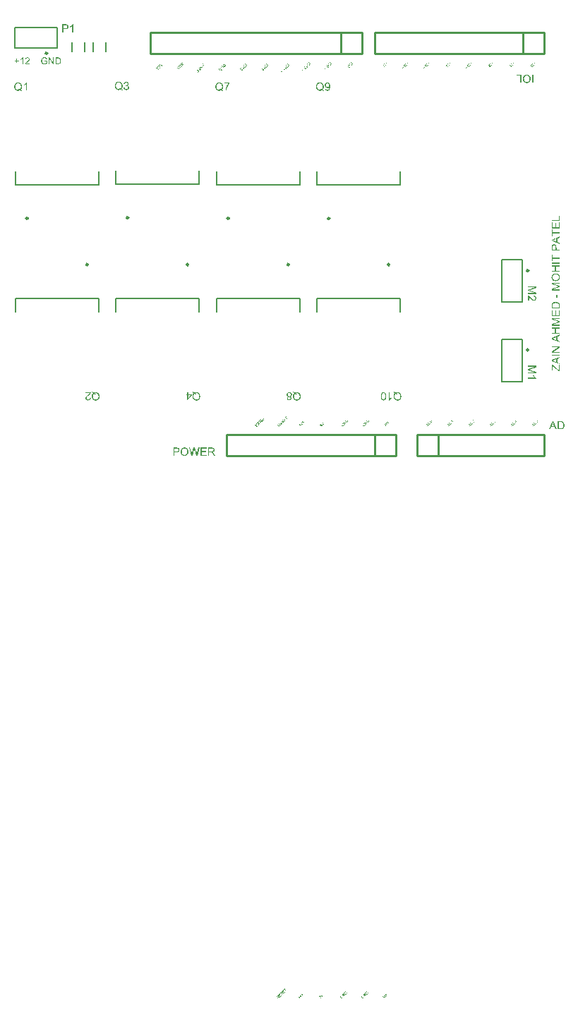
<source format=gbr>
%TF.GenerationSoftware,Altium Limited,Altium Designer,19.1.8 (144)*%
G04 Layer_Color=65535*
%FSLAX26Y26*%
%MOIN*%
%TF.FileFunction,Legend,Top*%
%TF.Part,Single*%
G01*
G75*
%TA.AperFunction,NonConductor*%
%ADD27C,0.009842*%
%ADD28C,0.007874*%
%ADD29C,0.010000*%
G36*
X191565Y1932464D02*
X191869D01*
X192229Y1932437D01*
X192617Y1932409D01*
X193060Y1932354D01*
X193531Y1932298D01*
X194030Y1932215D01*
X195083Y1932021D01*
X196163Y1931744D01*
X197243Y1931356D01*
X197271D01*
X197354Y1931301D01*
X197520Y1931246D01*
X197714Y1931135D01*
X197936Y1931024D01*
X198213Y1930886D01*
X198517Y1930719D01*
X198850Y1930525D01*
X199542Y1930082D01*
X200262Y1929556D01*
X200983Y1928919D01*
X201315Y1928559D01*
X201620Y1928199D01*
X201647Y1928171D01*
X201703Y1928116D01*
X201758Y1928005D01*
X201869Y1927839D01*
X202007Y1927645D01*
X202174Y1927395D01*
X202340Y1927118D01*
X202506Y1926814D01*
X202700Y1926454D01*
X202894Y1926038D01*
X203115Y1925622D01*
X203309Y1925152D01*
X203503Y1924653D01*
X203697Y1924127D01*
X203863Y1923573D01*
X204030Y1922991D01*
X200235Y1921938D01*
Y1921966D01*
X200207Y1922049D01*
X200152Y1922160D01*
X200096Y1922354D01*
X200041Y1922548D01*
X199958Y1922797D01*
X199736Y1923323D01*
X199487Y1923933D01*
X199182Y1924570D01*
X198822Y1925207D01*
X198434Y1925761D01*
Y1925789D01*
X198379Y1925816D01*
X198240Y1925983D01*
X197991Y1926260D01*
X197659Y1926564D01*
X197215Y1926924D01*
X196717Y1927312D01*
X196080Y1927672D01*
X195387Y1928005D01*
X195359D01*
X195304Y1928032D01*
X195193Y1928088D01*
X195055Y1928143D01*
X194861Y1928199D01*
X194639Y1928282D01*
X194390Y1928365D01*
X194113Y1928448D01*
X193781Y1928503D01*
X193448Y1928586D01*
X192700Y1928725D01*
X191869Y1928836D01*
X190983Y1928863D01*
X190512D01*
X190263Y1928836D01*
X189958Y1928808D01*
X189626Y1928780D01*
X189266Y1928753D01*
X188490Y1928642D01*
X187659Y1928503D01*
X186800Y1928282D01*
X185969Y1927977D01*
X185941D01*
X185886Y1927949D01*
X185775Y1927894D01*
X185609Y1927811D01*
X185443Y1927728D01*
X185249Y1927617D01*
X184750Y1927368D01*
X184224Y1927007D01*
X183642Y1926620D01*
X183088Y1926177D01*
X182562Y1925650D01*
Y1925622D01*
X182507Y1925595D01*
X182451Y1925512D01*
X182340Y1925401D01*
X182119Y1925096D01*
X181842Y1924708D01*
X181510Y1924237D01*
X181177Y1923711D01*
X180872Y1923130D01*
X180568Y1922492D01*
Y1922465D01*
X180512Y1922354D01*
X180457Y1922188D01*
X180374Y1921966D01*
X180291Y1921689D01*
X180180Y1921384D01*
X180069Y1920997D01*
X179958Y1920581D01*
X179847Y1920110D01*
X179737Y1919612D01*
X179626Y1919085D01*
X179543Y1918531D01*
X179404Y1917340D01*
X179377Y1916703D01*
X179349Y1916066D01*
Y1916011D01*
Y1915872D01*
Y1915650D01*
X179377Y1915346D01*
X179404Y1914986D01*
X179432Y1914570D01*
X179460Y1914099D01*
X179543Y1913573D01*
X179598Y1913019D01*
X179709Y1912437D01*
X179958Y1911246D01*
X180125Y1910637D01*
X180346Y1910055D01*
X180568Y1909473D01*
X180817Y1908919D01*
X180845Y1908892D01*
X180900Y1908809D01*
X180983Y1908642D01*
X181094Y1908448D01*
X181232Y1908227D01*
X181426Y1907950D01*
X181648Y1907645D01*
X181897Y1907313D01*
X182174Y1906980D01*
X182507Y1906620D01*
X182867Y1906288D01*
X183227Y1905928D01*
X183642Y1905595D01*
X184086Y1905263D01*
X184584Y1904958D01*
X185083Y1904681D01*
X185111Y1904654D01*
X185221Y1904626D01*
X185360Y1904543D01*
X185581Y1904460D01*
X185831Y1904349D01*
X186135Y1904238D01*
X186495Y1904127D01*
X186883Y1903989D01*
X187327Y1903850D01*
X187797Y1903739D01*
X188268Y1903629D01*
X188795Y1903518D01*
X189903Y1903352D01*
X190484Y1903324D01*
X191066Y1903296D01*
X191343D01*
X191537Y1903324D01*
X191786D01*
X192063Y1903352D01*
X192396Y1903379D01*
X192756Y1903435D01*
X193143Y1903490D01*
X193587Y1903546D01*
X194473Y1903739D01*
X195443Y1903989D01*
X196412Y1904349D01*
X196440D01*
X196523Y1904404D01*
X196661Y1904460D01*
X196855Y1904543D01*
X197077Y1904626D01*
X197326Y1904737D01*
X197908Y1905014D01*
X198545Y1905374D01*
X199210Y1905734D01*
X199847Y1906149D01*
X200124Y1906371D01*
X200401Y1906593D01*
Y1912520D01*
X191011D01*
Y1916288D01*
X204528D01*
Y1904432D01*
X204500Y1904404D01*
X204390Y1904321D01*
X204224Y1904210D01*
X204002Y1904016D01*
X203697Y1903823D01*
X203365Y1903573D01*
X202977Y1903324D01*
X202561Y1903047D01*
X202091Y1902742D01*
X201564Y1902438D01*
X201038Y1902133D01*
X200484Y1901828D01*
X199293Y1901246D01*
X198684Y1900969D01*
X198074Y1900720D01*
X198046D01*
X197936Y1900665D01*
X197742Y1900609D01*
X197492Y1900526D01*
X197215Y1900443D01*
X196855Y1900332D01*
X196440Y1900222D01*
X195997Y1900111D01*
X195498Y1899972D01*
X194972Y1899861D01*
X194418Y1899751D01*
X193808Y1899668D01*
X192589Y1899529D01*
X191952Y1899501D01*
X191288Y1899474D01*
X191066D01*
X190844Y1899501D01*
X190484D01*
X190096Y1899529D01*
X189598Y1899584D01*
X189072Y1899640D01*
X188462Y1899723D01*
X187825Y1899834D01*
X187160Y1899972D01*
X186440Y1900111D01*
X185720Y1900305D01*
X184972Y1900554D01*
X184224Y1900803D01*
X183476Y1901108D01*
X182756Y1901468D01*
X182701Y1901496D01*
X182590Y1901551D01*
X182396Y1901690D01*
X182119Y1901856D01*
X181814Y1902050D01*
X181426Y1902299D01*
X181039Y1902604D01*
X180595Y1902964D01*
X180125Y1903352D01*
X179654Y1903767D01*
X179155Y1904266D01*
X178684Y1904764D01*
X178213Y1905346D01*
X177742Y1905956D01*
X177327Y1906593D01*
X176939Y1907285D01*
X176911Y1907341D01*
X176856Y1907451D01*
X176773Y1907673D01*
X176634Y1907950D01*
X176496Y1908310D01*
X176330Y1908753D01*
X176163Y1909224D01*
X175970Y1909778D01*
X175803Y1910388D01*
X175609Y1911052D01*
X175443Y1911745D01*
X175305Y1912493D01*
X175166Y1913268D01*
X175083Y1914099D01*
X175028Y1914958D01*
X175000Y1915817D01*
Y1915872D01*
Y1916038D01*
Y1916260D01*
X175028Y1916620D01*
X175055Y1917008D01*
X175111Y1917506D01*
X175166Y1918060D01*
X175249Y1918642D01*
X175332Y1919307D01*
X175471Y1919999D01*
X175637Y1920720D01*
X175831Y1921440D01*
X176053Y1922215D01*
X176302Y1922991D01*
X176607Y1923739D01*
X176939Y1924514D01*
X176967Y1924570D01*
X177022Y1924681D01*
X177133Y1924902D01*
X177299Y1925179D01*
X177493Y1925512D01*
X177742Y1925899D01*
X178047Y1926315D01*
X178379Y1926786D01*
X178739Y1927257D01*
X179155Y1927755D01*
X179626Y1928254D01*
X180125Y1928753D01*
X180651Y1929251D01*
X181232Y1929694D01*
X181870Y1930138D01*
X182534Y1930525D01*
X182590Y1930553D01*
X182701Y1930609D01*
X182894Y1930719D01*
X183172Y1930830D01*
X183532Y1930969D01*
X183947Y1931135D01*
X184418Y1931329D01*
X184972Y1931523D01*
X185554Y1931689D01*
X186219Y1931883D01*
X186911Y1932049D01*
X187631Y1932187D01*
X188435Y1932298D01*
X189238Y1932409D01*
X190096Y1932464D01*
X190983Y1932492D01*
X191315D01*
X191565Y1932464D01*
D02*
G37*
G36*
X235885Y1900000D02*
X231536D01*
X214777Y1925069D01*
Y1900000D01*
X210733D01*
Y1931938D01*
X215054D01*
X231840Y1906842D01*
Y1931938D01*
X235885D01*
Y1900000D01*
D02*
G37*
G36*
X255247Y1931910D02*
X255635D01*
X256078Y1931883D01*
X256992Y1931827D01*
X257934Y1931744D01*
X258848Y1931633D01*
X259263Y1931550D01*
X259651Y1931467D01*
X259679D01*
X259762Y1931439D01*
X259928Y1931412D01*
X260122Y1931356D01*
X260344Y1931273D01*
X260621Y1931190D01*
X260925Y1931079D01*
X261258Y1930941D01*
X262006Y1930636D01*
X262781Y1930221D01*
X263585Y1929750D01*
X264332Y1929168D01*
X264360Y1929140D01*
X264443Y1929057D01*
X264582Y1928947D01*
X264748Y1928780D01*
X264970Y1928586D01*
X265191Y1928309D01*
X265468Y1928032D01*
X265745Y1927700D01*
X266050Y1927312D01*
X266355Y1926897D01*
X266687Y1926454D01*
X266992Y1925955D01*
X267296Y1925456D01*
X267573Y1924902D01*
X267850Y1924321D01*
X268100Y1923711D01*
X268127Y1923684D01*
X268155Y1923573D01*
X268211Y1923379D01*
X268294Y1923130D01*
X268404Y1922797D01*
X268515Y1922437D01*
X268626Y1921994D01*
X268737Y1921523D01*
X268848Y1920969D01*
X268958Y1920387D01*
X269069Y1919778D01*
X269180Y1919113D01*
X269263Y1918420D01*
X269318Y1917673D01*
X269374Y1916897D01*
Y1916121D01*
Y1916094D01*
Y1915955D01*
Y1915761D01*
Y1915512D01*
X269346Y1915207D01*
X269318Y1914820D01*
X269291Y1914404D01*
X269263Y1913961D01*
X269235Y1913462D01*
X269152Y1912964D01*
X269014Y1911856D01*
X268792Y1910748D01*
X268515Y1909667D01*
Y1909640D01*
X268488Y1909556D01*
X268432Y1909390D01*
X268349Y1909196D01*
X268266Y1908975D01*
X268183Y1908698D01*
X268044Y1908365D01*
X267933Y1908033D01*
X267601Y1907313D01*
X267241Y1906537D01*
X266798Y1905734D01*
X266327Y1905014D01*
X266299Y1904986D01*
X266272Y1904931D01*
X266188Y1904848D01*
X266105Y1904709D01*
X265828Y1904377D01*
X265468Y1903961D01*
X265025Y1903518D01*
X264526Y1903019D01*
X264000Y1902548D01*
X263418Y1902133D01*
X263391D01*
X263335Y1902078D01*
X263252Y1902022D01*
X263141Y1901967D01*
X262975Y1901884D01*
X262809Y1901773D01*
X262587Y1901662D01*
X262338Y1901551D01*
X261784Y1901274D01*
X261147Y1901025D01*
X260399Y1900748D01*
X259596Y1900526D01*
X259568D01*
X259485Y1900499D01*
X259374Y1900471D01*
X259208Y1900443D01*
X258986Y1900416D01*
X258737Y1900360D01*
X258460Y1900305D01*
X258128Y1900277D01*
X257768Y1900222D01*
X257380Y1900166D01*
X256937Y1900111D01*
X256493Y1900083D01*
X255524Y1900028D01*
X254471Y1900000D01*
X242976D01*
Y1931938D01*
X254887D01*
X255247Y1931910D01*
D02*
G37*
G36*
X62410Y1917590D02*
X71107D01*
Y1913933D01*
X62410D01*
Y1905180D01*
X58698D01*
Y1913933D01*
X50000D01*
Y1917590D01*
X58698D01*
Y1926287D01*
X62410D01*
Y1917590D01*
D02*
G37*
G36*
X111272Y1932021D02*
X111577D01*
X111965Y1931966D01*
X112436Y1931910D01*
X112934Y1931827D01*
X113461Y1931744D01*
X114042Y1931606D01*
X114624Y1931439D01*
X115234Y1931218D01*
X115843Y1930969D01*
X116452Y1930692D01*
X117034Y1930332D01*
X117588Y1929944D01*
X118114Y1929501D01*
X118142Y1929473D01*
X118225Y1929390D01*
X118364Y1929251D01*
X118530Y1929057D01*
X118751Y1928808D01*
X118973Y1928503D01*
X119195Y1928143D01*
X119472Y1927755D01*
X119721Y1927312D01*
X119942Y1926841D01*
X120192Y1926315D01*
X120386Y1925761D01*
X120552Y1925179D01*
X120690Y1924542D01*
X120773Y1923877D01*
X120801Y1923185D01*
Y1923157D01*
Y1923102D01*
Y1922991D01*
Y1922852D01*
X120773Y1922686D01*
Y1922465D01*
X120690Y1921994D01*
X120607Y1921412D01*
X120469Y1920775D01*
X120275Y1920082D01*
X119998Y1919390D01*
Y1919362D01*
X119970Y1919307D01*
X119915Y1919196D01*
X119859Y1919085D01*
X119776Y1918891D01*
X119665Y1918697D01*
X119527Y1918476D01*
X119388Y1918227D01*
X119028Y1917645D01*
X118585Y1916980D01*
X118031Y1916260D01*
X117394Y1915512D01*
X117366Y1915484D01*
X117311Y1915429D01*
X117200Y1915290D01*
X117062Y1915124D01*
X116840Y1914930D01*
X116591Y1914681D01*
X116314Y1914376D01*
X115981Y1914044D01*
X115566Y1913656D01*
X115123Y1913241D01*
X114652Y1912770D01*
X114098Y1912271D01*
X113516Y1911745D01*
X112851Y1911163D01*
X112159Y1910554D01*
X111383Y1909889D01*
X111356Y1909861D01*
X111217Y1909750D01*
X111051Y1909612D01*
X110802Y1909418D01*
X110525Y1909169D01*
X110220Y1908892D01*
X109860Y1908587D01*
X109500Y1908282D01*
X108724Y1907618D01*
X107976Y1906953D01*
X107644Y1906648D01*
X107311Y1906343D01*
X107062Y1906094D01*
X106840Y1905872D01*
X106785Y1905817D01*
X106674Y1905706D01*
X106480Y1905485D01*
X106259Y1905208D01*
X106009Y1904903D01*
X105732Y1904543D01*
X105455Y1904155D01*
X105206Y1903767D01*
X120857D01*
Y1900000D01*
X99749D01*
Y1900028D01*
Y1900055D01*
Y1900139D01*
Y1900249D01*
Y1900526D01*
X99777Y1900859D01*
X99832Y1901274D01*
X99915Y1901745D01*
X100026Y1902216D01*
X100192Y1902715D01*
Y1902742D01*
X100220Y1902825D01*
X100275Y1902936D01*
X100359Y1903075D01*
X100442Y1903269D01*
X100552Y1903518D01*
X100663Y1903767D01*
X100829Y1904044D01*
X101162Y1904709D01*
X101633Y1905401D01*
X102159Y1906177D01*
X102769Y1906953D01*
X102796Y1906980D01*
X102852Y1907036D01*
X102962Y1907174D01*
X103101Y1907313D01*
X103295Y1907507D01*
X103516Y1907756D01*
X103766Y1908033D01*
X104070Y1908338D01*
X104430Y1908670D01*
X104791Y1909030D01*
X105234Y1909446D01*
X105677Y1909861D01*
X106176Y1910304D01*
X106702Y1910775D01*
X107284Y1911274D01*
X107893Y1911773D01*
X107921D01*
X107948Y1911828D01*
X108115Y1911966D01*
X108392Y1912188D01*
X108724Y1912493D01*
X109167Y1912853D01*
X109638Y1913268D01*
X110164Y1913739D01*
X110718Y1914238D01*
X111300Y1914764D01*
X111909Y1915318D01*
X112491Y1915872D01*
X113073Y1916454D01*
X113599Y1917008D01*
X114098Y1917562D01*
X114541Y1918060D01*
X114929Y1918559D01*
X114957Y1918587D01*
X115012Y1918670D01*
X115095Y1918808D01*
X115206Y1918975D01*
X115344Y1919196D01*
X115510Y1919473D01*
X115677Y1919750D01*
X115843Y1920082D01*
X116175Y1920803D01*
X116480Y1921606D01*
X116591Y1922022D01*
X116674Y1922437D01*
X116729Y1922852D01*
X116757Y1923268D01*
Y1923296D01*
Y1923379D01*
Y1923490D01*
X116729Y1923656D01*
X116702Y1923850D01*
X116674Y1924099D01*
X116618Y1924348D01*
X116563Y1924625D01*
X116341Y1925262D01*
X116231Y1925567D01*
X116064Y1925899D01*
X115871Y1926232D01*
X115649Y1926564D01*
X115400Y1926897D01*
X115095Y1927201D01*
X115067Y1927229D01*
X115012Y1927284D01*
X114929Y1927340D01*
X114790Y1927451D01*
X114624Y1927562D01*
X114430Y1927700D01*
X114209Y1927866D01*
X113932Y1928005D01*
X113627Y1928143D01*
X113294Y1928309D01*
X112934Y1928448D01*
X112547Y1928559D01*
X112159Y1928669D01*
X111716Y1928753D01*
X111245Y1928780D01*
X110746Y1928808D01*
X110469D01*
X110275Y1928780D01*
X110054Y1928753D01*
X109777Y1928725D01*
X109444Y1928669D01*
X109112Y1928586D01*
X108392Y1928392D01*
X108031Y1928254D01*
X107644Y1928088D01*
X107284Y1927894D01*
X106924Y1927645D01*
X106563Y1927395D01*
X106231Y1927091D01*
X106203Y1927063D01*
X106148Y1927007D01*
X106065Y1926924D01*
X105982Y1926786D01*
X105843Y1926592D01*
X105705Y1926398D01*
X105538Y1926149D01*
X105400Y1925872D01*
X105234Y1925539D01*
X105068Y1925179D01*
X104929Y1924792D01*
X104818Y1924376D01*
X104707Y1923933D01*
X104624Y1923434D01*
X104569Y1922936D01*
X104541Y1922382D01*
X100497Y1922797D01*
Y1922852D01*
X100525Y1922991D01*
X100552Y1923240D01*
X100608Y1923545D01*
X100663Y1923905D01*
X100774Y1924348D01*
X100885Y1924819D01*
X101023Y1925345D01*
X101217Y1925899D01*
X101411Y1926454D01*
X101660Y1927035D01*
X101965Y1927589D01*
X102298Y1928171D01*
X102658Y1928697D01*
X103101Y1929196D01*
X103572Y1929667D01*
X103600Y1929694D01*
X103710Y1929777D01*
X103849Y1929888D01*
X104070Y1930027D01*
X104347Y1930221D01*
X104680Y1930415D01*
X105068Y1930636D01*
X105511Y1930858D01*
X105982Y1931079D01*
X106536Y1931301D01*
X107145Y1931495D01*
X107782Y1931689D01*
X108475Y1931827D01*
X109223Y1931938D01*
X109998Y1932021D01*
X110829Y1932049D01*
X111023D01*
X111272Y1932021D01*
D02*
G37*
G36*
X90193Y1900000D02*
X86259D01*
Y1924958D01*
X86232Y1924930D01*
X86204Y1924902D01*
X86121Y1924819D01*
X86010Y1924736D01*
X85844Y1924598D01*
X85678Y1924459D01*
X85484Y1924293D01*
X85262Y1924099D01*
X84708Y1923711D01*
X84071Y1923240D01*
X83351Y1922742D01*
X82520Y1922243D01*
X82492Y1922215D01*
X82409Y1922188D01*
X82298Y1922105D01*
X82132Y1922022D01*
X81938Y1921911D01*
X81716Y1921800D01*
X81439Y1921634D01*
X81162Y1921495D01*
X80525Y1921163D01*
X79833Y1920830D01*
X79113Y1920498D01*
X78420Y1920221D01*
Y1924016D01*
X78448Y1924044D01*
X78559Y1924099D01*
X78753Y1924182D01*
X78974Y1924293D01*
X79251Y1924431D01*
X79584Y1924625D01*
X79944Y1924819D01*
X80359Y1925069D01*
X80802Y1925318D01*
X81246Y1925622D01*
X82215Y1926260D01*
X83212Y1926980D01*
X84154Y1927755D01*
X84182Y1927783D01*
X84265Y1927866D01*
X84376Y1927977D01*
X84570Y1928143D01*
X84763Y1928337D01*
X84985Y1928559D01*
X85234Y1928836D01*
X85511Y1929113D01*
X86093Y1929777D01*
X86675Y1930498D01*
X87201Y1931273D01*
X87450Y1931661D01*
X87644Y1932049D01*
X90193D01*
Y1900000D01*
D02*
G37*
G36*
X2625000Y1159323D02*
X2586605D01*
Y1164418D01*
X2620471D01*
Y1183333D01*
X2625000D01*
Y1159323D01*
D02*
G37*
G36*
Y1123825D02*
X2586605D01*
Y1151598D01*
X2591134D01*
Y1128920D01*
X2602856D01*
Y1150166D01*
X2607384D01*
Y1128920D01*
X2620471D01*
Y1152497D01*
X2625000D01*
Y1123825D01*
D02*
G37*
G36*
X2591134Y1105843D02*
X2625000D01*
Y1100749D01*
X2591134D01*
Y1088095D01*
X2586605D01*
Y1118564D01*
X2591134D01*
Y1105843D01*
D02*
G37*
G36*
X2625000Y1081102D02*
X2613378Y1076673D01*
Y1060522D01*
X2625000Y1056360D01*
Y1050998D01*
X2586605Y1065717D01*
Y1071178D01*
X2625000Y1086862D01*
Y1081102D01*
D02*
G37*
G36*
X2598193Y1048667D02*
X2598560D01*
X2598959Y1048601D01*
X2599459Y1048534D01*
X2599992Y1048434D01*
X2600591Y1048301D01*
X2601224Y1048135D01*
X2601890Y1047935D01*
X2602589Y1047668D01*
X2603288Y1047369D01*
X2603988Y1047036D01*
X2604687Y1046603D01*
X2605353Y1046137D01*
X2606019Y1045571D01*
X2606052Y1045537D01*
X2606152Y1045437D01*
X2606319Y1045237D01*
X2606552Y1044971D01*
X2606785Y1044605D01*
X2607085Y1044139D01*
X2607384Y1043606D01*
X2607684Y1042973D01*
X2608017Y1042274D01*
X2608317Y1041441D01*
X2608616Y1040509D01*
X2608849Y1039477D01*
X2609083Y1038344D01*
X2609249Y1037112D01*
X2609349Y1035747D01*
X2609382Y1034282D01*
Y1024458D01*
X2625000D01*
Y1019363D01*
X2586605D01*
Y1034815D01*
X2586638Y1035181D01*
Y1036013D01*
X2586705Y1036946D01*
X2586772Y1037911D01*
X2586838Y1038844D01*
X2586905Y1039277D01*
X2586971Y1039676D01*
Y1039710D01*
X2587005Y1039810D01*
X2587038Y1039943D01*
X2587071Y1040143D01*
X2587138Y1040376D01*
X2587204Y1040675D01*
X2587371Y1041341D01*
X2587637Y1042074D01*
X2587937Y1042873D01*
X2588337Y1043672D01*
X2588803Y1044405D01*
Y1044438D01*
X2588869Y1044505D01*
X2588936Y1044605D01*
X2589036Y1044738D01*
X2589336Y1045071D01*
X2589735Y1045504D01*
X2590268Y1046003D01*
X2590901Y1046536D01*
X2591667Y1047036D01*
X2592499Y1047502D01*
X2592532D01*
X2592599Y1047569D01*
X2592732Y1047602D01*
X2592899Y1047702D01*
X2593132Y1047768D01*
X2593398Y1047868D01*
X2593698Y1048001D01*
X2594031Y1048101D01*
X2594397Y1048201D01*
X2594797Y1048334D01*
X2595696Y1048501D01*
X2596695Y1048634D01*
X2597727Y1048701D01*
X2597794D01*
X2597927D01*
X2598193Y1048667D01*
D02*
G37*
G36*
X2591134Y986563D02*
X2625000D01*
Y981468D01*
X2591134D01*
Y968814D01*
X2586605D01*
Y999284D01*
X2591134D01*
Y986563D01*
D02*
G37*
G36*
X2625000Y957625D02*
X2586605D01*
Y962720D01*
X2625000D01*
Y957625D01*
D02*
G37*
G36*
Y943206D02*
X2606918D01*
Y923326D01*
X2625000D01*
Y918231D01*
X2586605D01*
Y923326D01*
X2602389D01*
Y943206D01*
X2586605D01*
Y948301D01*
X2625000D01*
Y943206D01*
D02*
G37*
G36*
X2606852Y911471D02*
X2607351Y911438D01*
X2607950Y911371D01*
X2608616Y911305D01*
X2609349Y911205D01*
X2610148Y911072D01*
X2610981Y910939D01*
X2611847Y910739D01*
X2612746Y910506D01*
X2613645Y910239D01*
X2614544Y909906D01*
X2615443Y909573D01*
X2616309Y909140D01*
X2616375Y909107D01*
X2616508Y909040D01*
X2616742Y908907D01*
X2617075Y908707D01*
X2617441Y908474D01*
X2617874Y908175D01*
X2618373Y907808D01*
X2618906Y907409D01*
X2619439Y906976D01*
X2620038Y906476D01*
X2620604Y905910D01*
X2621171Y905311D01*
X2621737Y904678D01*
X2622303Y903979D01*
X2622802Y903246D01*
X2623268Y902447D01*
X2623302Y902414D01*
X2623368Y902247D01*
X2623501Y902014D01*
X2623635Y901681D01*
X2623801Y901282D01*
X2624001Y900815D01*
X2624234Y900283D01*
X2624434Y899650D01*
X2624667Y898984D01*
X2624900Y898285D01*
X2625100Y897485D01*
X2625266Y896686D01*
X2625400Y895854D01*
X2625533Y894955D01*
X2625599Y894056D01*
X2625633Y893123D01*
Y892890D01*
X2625599Y892590D01*
Y892224D01*
X2625566Y891725D01*
X2625499Y891192D01*
X2625400Y890559D01*
X2625300Y889893D01*
X2625166Y889160D01*
X2625000Y888361D01*
X2624800Y887562D01*
X2624534Y886763D01*
X2624234Y885897D01*
X2623901Y885064D01*
X2623501Y884232D01*
X2623035Y883433D01*
X2623002Y883399D01*
X2622902Y883233D01*
X2622769Y883033D01*
X2622536Y882734D01*
X2622269Y882367D01*
X2621970Y881968D01*
X2621570Y881501D01*
X2621137Y881035D01*
X2620671Y880502D01*
X2620138Y879970D01*
X2619539Y879437D01*
X2618906Y878904D01*
X2618207Y878371D01*
X2617474Y877872D01*
X2616708Y877405D01*
X2615876Y876973D01*
X2615809Y876939D01*
X2615676Y876873D01*
X2615410Y876773D01*
X2615077Y876640D01*
X2614677Y876473D01*
X2614177Y876273D01*
X2613611Y876073D01*
X2612979Y875874D01*
X2612279Y875674D01*
X2611547Y875474D01*
X2610748Y875274D01*
X2609948Y875108D01*
X2609083Y874975D01*
X2608184Y874875D01*
X2607251Y874808D01*
X2606319Y874775D01*
X2606285D01*
X2606219D01*
X2606086D01*
X2605886D01*
X2605686Y874808D01*
X2605386D01*
X2605087Y874841D01*
X2604754D01*
X2604354Y874875D01*
X2603921Y874941D01*
X2603022Y875041D01*
X2601990Y875208D01*
X2600858Y875408D01*
X2599692Y875674D01*
X2598460Y876040D01*
X2597228Y876440D01*
X2595962Y876939D01*
X2594764Y877539D01*
X2593565Y878205D01*
X2592433Y879004D01*
X2591367Y879903D01*
X2591300Y879970D01*
X2591134Y880136D01*
X2590867Y880436D01*
X2590501Y880835D01*
X2590102Y881335D01*
X2589635Y881968D01*
X2589169Y882667D01*
X2588636Y883499D01*
X2588137Y884399D01*
X2587671Y885398D01*
X2587204Y886496D01*
X2586772Y887662D01*
X2586439Y888927D01*
X2586172Y890259D01*
X2586006Y891658D01*
X2585939Y893156D01*
Y893689D01*
X2585972Y894056D01*
X2586006Y894522D01*
X2586072Y895054D01*
X2586139Y895687D01*
X2586272Y896353D01*
X2586405Y897086D01*
X2586572Y897852D01*
X2586772Y898651D01*
X2587005Y899450D01*
X2587304Y900283D01*
X2587671Y901115D01*
X2588037Y901948D01*
X2588503Y902747D01*
X2588537Y902780D01*
X2588636Y902947D01*
X2588770Y903146D01*
X2588969Y903446D01*
X2589236Y903812D01*
X2589535Y904212D01*
X2589902Y904678D01*
X2590335Y905144D01*
X2590801Y905677D01*
X2591334Y906210D01*
X2591933Y906743D01*
X2592566Y907276D01*
X2593232Y907808D01*
X2593964Y908308D01*
X2594764Y908807D01*
X2595596Y909240D01*
X2595663Y909274D01*
X2595796Y909340D01*
X2596062Y909440D01*
X2596395Y909607D01*
X2596828Y909773D01*
X2597328Y909973D01*
X2597927Y910173D01*
X2598560Y910372D01*
X2599292Y910572D01*
X2600092Y910805D01*
X2600924Y910972D01*
X2601823Y911138D01*
X2602789Y911305D01*
X2603755Y911405D01*
X2604787Y911471D01*
X2605852Y911505D01*
X2605919D01*
X2606119D01*
X2606419D01*
X2606852Y911471D01*
D02*
G37*
G36*
X2625000Y863253D02*
X2592865D01*
X2625000Y852031D01*
Y847469D01*
X2592299Y836380D01*
X2625000D01*
Y831485D01*
X2586605D01*
Y839111D01*
X2613811Y848201D01*
X2613845D01*
X2613978Y848268D01*
X2614177Y848335D01*
X2614444Y848401D01*
X2614744Y848501D01*
X2615110Y848634D01*
X2615510Y848768D01*
X2615942Y848901D01*
X2616875Y849200D01*
X2617807Y849500D01*
X2618706Y849800D01*
X2619139Y849933D01*
X2619506Y850033D01*
X2619472D01*
X2619406Y850066D01*
X2619272Y850100D01*
X2619106Y850166D01*
X2618906Y850233D01*
X2618640Y850333D01*
X2618307Y850433D01*
X2617940Y850532D01*
X2617541Y850666D01*
X2617075Y850832D01*
X2616575Y850999D01*
X2616009Y851198D01*
X2615410Y851398D01*
X2614777Y851598D01*
X2614078Y851831D01*
X2613345Y852097D01*
X2586605Y861288D01*
Y868148D01*
X2625000D01*
Y863253D01*
D02*
G37*
G36*
X2613478Y796387D02*
X2608750D01*
Y810905D01*
X2613478D01*
Y796387D01*
D02*
G37*
G36*
X2606718Y776906D02*
X2607184Y776873D01*
X2607684Y776840D01*
X2608217Y776806D01*
X2608816Y776773D01*
X2609416Y776673D01*
X2610748Y776506D01*
X2612080Y776240D01*
X2613378Y775907D01*
X2613412D01*
X2613512Y775874D01*
X2613711Y775807D01*
X2613944Y775707D01*
X2614211Y775607D01*
X2614544Y775508D01*
X2614943Y775341D01*
X2615343Y775208D01*
X2616209Y774808D01*
X2617141Y774375D01*
X2618107Y773842D01*
X2618973Y773276D01*
X2619006Y773243D01*
X2619073Y773210D01*
X2619173Y773110D01*
X2619339Y773010D01*
X2619739Y772677D01*
X2620238Y772244D01*
X2620771Y771711D01*
X2621370Y771112D01*
X2621936Y770479D01*
X2622436Y769780D01*
Y769747D01*
X2622503Y769680D01*
X2622569Y769580D01*
X2622636Y769447D01*
X2622736Y769247D01*
X2622869Y769047D01*
X2623002Y768781D01*
X2623135Y768481D01*
X2623468Y767815D01*
X2623768Y767049D01*
X2624101Y766150D01*
X2624367Y765184D01*
Y765151D01*
X2624401Y765051D01*
X2624434Y764918D01*
X2624467Y764718D01*
X2624501Y764452D01*
X2624567Y764152D01*
X2624634Y763819D01*
X2624667Y763420D01*
X2624734Y762987D01*
X2624800Y762520D01*
X2624867Y761988D01*
X2624900Y761455D01*
X2624967Y760289D01*
X2625000Y759024D01*
Y745205D01*
X2586605D01*
Y759524D01*
X2586638Y759956D01*
Y760423D01*
X2586672Y760955D01*
X2586738Y762054D01*
X2586838Y763187D01*
X2586971Y764285D01*
X2587071Y764785D01*
X2587171Y765251D01*
Y765284D01*
X2587204Y765384D01*
X2587238Y765584D01*
X2587304Y765817D01*
X2587404Y766084D01*
X2587504Y766417D01*
X2587637Y766783D01*
X2587804Y767183D01*
X2588170Y768082D01*
X2588670Y769014D01*
X2589236Y769980D01*
X2589935Y770879D01*
X2589968Y770912D01*
X2590068Y771012D01*
X2590202Y771178D01*
X2590401Y771378D01*
X2590634Y771645D01*
X2590967Y771911D01*
X2591300Y772244D01*
X2591700Y772577D01*
X2592166Y772943D01*
X2592666Y773310D01*
X2593198Y773709D01*
X2593798Y774076D01*
X2594397Y774442D01*
X2595063Y774775D01*
X2595763Y775108D01*
X2596495Y775408D01*
X2596528Y775441D01*
X2596662Y775474D01*
X2596895Y775541D01*
X2597195Y775641D01*
X2597594Y775774D01*
X2598027Y775907D01*
X2598560Y776040D01*
X2599126Y776173D01*
X2599792Y776307D01*
X2600491Y776440D01*
X2601224Y776573D01*
X2602023Y776706D01*
X2602856Y776806D01*
X2603755Y776873D01*
X2604687Y776939D01*
X2605619D01*
X2605653D01*
X2605819D01*
X2606052D01*
X2606352D01*
X2606718Y776906D01*
D02*
G37*
G36*
X2625000Y709507D02*
X2586605D01*
Y737279D01*
X2591134D01*
Y714602D01*
X2602856D01*
Y735847D01*
X2607384D01*
Y714602D01*
X2620471D01*
Y738178D01*
X2625000D01*
Y709507D01*
D02*
G37*
G36*
Y696353D02*
X2592865D01*
X2625000Y685131D01*
Y680569D01*
X2592299Y669480D01*
X2625000D01*
Y664585D01*
X2586605D01*
Y672211D01*
X2613811Y681302D01*
X2613845D01*
X2613978Y681368D01*
X2614177Y681435D01*
X2614444Y681502D01*
X2614744Y681601D01*
X2615110Y681735D01*
X2615510Y681868D01*
X2615942Y682001D01*
X2616875Y682301D01*
X2617807Y682601D01*
X2618706Y682900D01*
X2619139Y683033D01*
X2619506Y683133D01*
X2619472D01*
X2619406Y683167D01*
X2619272Y683200D01*
X2619106Y683266D01*
X2618906Y683333D01*
X2618640Y683433D01*
X2618307Y683533D01*
X2617940Y683633D01*
X2617541Y683766D01*
X2617075Y683933D01*
X2616575Y684099D01*
X2616009Y684299D01*
X2615410Y684499D01*
X2614777Y684698D01*
X2614078Y684932D01*
X2613345Y685198D01*
X2586605Y694389D01*
Y701249D01*
X2625000D01*
Y696353D01*
D02*
G37*
G36*
Y651165D02*
X2606918D01*
Y631285D01*
X2625000D01*
Y626190D01*
X2586605D01*
Y631285D01*
X2602389D01*
Y651165D01*
X2586605D01*
Y656260D01*
X2625000D01*
Y651165D01*
D02*
G37*
G36*
Y616134D02*
X2613378Y611705D01*
Y595554D01*
X2625000Y591392D01*
Y586030D01*
X2586605Y600749D01*
Y606210D01*
X2625000Y621895D01*
Y616134D01*
D02*
G37*
G36*
Y561522D02*
X2594863Y541375D01*
X2625000D01*
Y536513D01*
X2586605D01*
Y541708D01*
X2616775Y561888D01*
X2586605D01*
Y566750D01*
X2625000D01*
Y561522D01*
D02*
G37*
G36*
Y522494D02*
X2586605D01*
Y527589D01*
X2625000D01*
Y522494D01*
D02*
G37*
G36*
Y511772D02*
X2613378Y507343D01*
Y491192D01*
X2625000Y487030D01*
Y481668D01*
X2586605Y496387D01*
Y501848D01*
X2625000Y517532D01*
Y511772D01*
D02*
G37*
G36*
Y450000D02*
X2620305D01*
X2595696Y469647D01*
X2595663Y469680D01*
X2595596Y469747D01*
X2595430Y469847D01*
X2595263Y470013D01*
X2595030Y470213D01*
X2594764Y470413D01*
X2594164Y470946D01*
X2593432Y471545D01*
X2592666Y472244D01*
X2591900Y472944D01*
X2591134Y473643D01*
Y452231D01*
X2586605D01*
Y479737D01*
X2591134D01*
X2617774Y458159D01*
X2620471Y455827D01*
Y480370D01*
X2625000D01*
Y450000D01*
D02*
G37*
G36*
X740126Y1901218D02*
X740345D01*
X740557Y1901194D01*
X740785Y1901155D01*
X740801D01*
X740840Y1901147D01*
X740903Y1901131D01*
X740981Y1901100D01*
X741091Y1901069D01*
X741209Y1901030D01*
X741350Y1900982D01*
X741499Y1900912D01*
X741656Y1900849D01*
X741829Y1900771D01*
X742001Y1900676D01*
X742190Y1900566D01*
X742551Y1900315D01*
X742739Y1900174D01*
X742912Y1900017D01*
X741884Y1898785D01*
X741876Y1898793D01*
X741845Y1898808D01*
X741813Y1898840D01*
X741758Y1898879D01*
X741688Y1898934D01*
X741609Y1898981D01*
X741515Y1899044D01*
X741413Y1899099D01*
X741185Y1899232D01*
X740934Y1899358D01*
X740667Y1899467D01*
X740392Y1899538D01*
X740385Y1899546D01*
X740361Y1899538D01*
X740322Y1899546D01*
X740267Y1899554D01*
X740118Y1899562D01*
X739914D01*
X739670Y1899554D01*
X739396Y1899515D01*
X739097Y1899436D01*
X738776Y1899334D01*
X738768Y1899326D01*
X738736Y1899311D01*
X738689Y1899295D01*
X738626Y1899264D01*
X738548Y1899232D01*
X738454Y1899185D01*
X738352Y1899130D01*
X738234Y1899059D01*
X738108Y1898981D01*
X737983Y1898902D01*
X737700Y1898714D01*
X737402Y1898479D01*
X737112Y1898204D01*
X736994Y1898086D01*
X736947Y1898023D01*
X736876Y1897953D01*
X736806Y1897866D01*
X736727Y1897772D01*
X736562Y1897560D01*
X736397Y1897317D01*
X736240Y1897066D01*
X736107Y1896791D01*
X736099Y1896783D01*
X736091Y1896760D01*
X736083Y1896720D01*
X736060Y1896666D01*
X736013Y1896524D01*
X735958Y1896344D01*
X735911Y1896140D01*
X735879Y1895920D01*
X735864Y1895684D01*
X735879Y1895449D01*
X735887Y1895441D01*
Y1895425D01*
X735903Y1895347D01*
X735934Y1895237D01*
X735973Y1895088D01*
X736044Y1894923D01*
X736138Y1894750D01*
X736248Y1894578D01*
X736397Y1894413D01*
X736405Y1894405D01*
X736413Y1894397D01*
X736437Y1894374D01*
X736468Y1894342D01*
X736562Y1894279D01*
X736680Y1894193D01*
X736829Y1894107D01*
X736986Y1894028D01*
X737182Y1893958D01*
X737386Y1893926D01*
X737410Y1893918D01*
X737488D01*
X737606Y1893926D01*
X737771Y1893934D01*
X737967Y1893958D01*
X738195Y1894013D01*
X738454Y1894099D01*
X738736Y1894209D01*
X738744Y1894217D01*
X738760D01*
X738791Y1894232D01*
X738838Y1894264D01*
X738901Y1894295D01*
X738980Y1894326D01*
X739074Y1894374D01*
X739184Y1894436D01*
X739309Y1894515D01*
X739466Y1894593D01*
X739631Y1894695D01*
X739819Y1894805D01*
X740031Y1894923D01*
X740267Y1895064D01*
X740518Y1895221D01*
X740801Y1895394D01*
X740816Y1895410D01*
X740871Y1895433D01*
X740950Y1895480D01*
X741060Y1895543D01*
X741185Y1895622D01*
X741334Y1895708D01*
X741499Y1895794D01*
X741672Y1895888D01*
X742049Y1896092D01*
X742433Y1896289D01*
X742621Y1896383D01*
X742794Y1896461D01*
X742967Y1896524D01*
X743116Y1896579D01*
X743132D01*
X743163Y1896595D01*
X743218Y1896603D01*
X743281Y1896618D01*
X743367Y1896642D01*
X743469Y1896666D01*
X743712Y1896705D01*
X743995Y1896736D01*
X744293Y1896752D01*
X744615Y1896744D01*
X744929Y1896697D01*
X744937Y1896689D01*
X744968D01*
X745008Y1896681D01*
X745062Y1896658D01*
X745133Y1896634D01*
X745220Y1896611D01*
X745314Y1896563D01*
X745416Y1896524D01*
X745635Y1896414D01*
X745879Y1896281D01*
X746122Y1896100D01*
X746365Y1895888D01*
X746373Y1895881D01*
X746397Y1895857D01*
X746436Y1895818D01*
X746475Y1895763D01*
X746530Y1895692D01*
X746593Y1895614D01*
X746664Y1895527D01*
X746742Y1895418D01*
X746891Y1895174D01*
X747033Y1894892D01*
X747111Y1894735D01*
X747166Y1894570D01*
X747229Y1894397D01*
X747268Y1894217D01*
Y1894201D01*
X747276Y1894177D01*
X747284Y1894122D01*
X747299Y1894044D01*
Y1893950D01*
X747307Y1893848D01*
X747315Y1893730D01*
Y1893589D01*
X747307Y1893440D01*
Y1893283D01*
X747284Y1893118D01*
X747260Y1892937D01*
X747221Y1892757D01*
X747166Y1892561D01*
X747103Y1892372D01*
X747033Y1892176D01*
X747025Y1892168D01*
X747017Y1892129D01*
X746986Y1892066D01*
X746946Y1891995D01*
X746899Y1891901D01*
X746844Y1891784D01*
X746774Y1891666D01*
X746695Y1891524D01*
X746609Y1891375D01*
X746507Y1891226D01*
X746405Y1891061D01*
X746279Y1890889D01*
X745996Y1890543D01*
X745683Y1890198D01*
X745581Y1890096D01*
X745502Y1890033D01*
X745416Y1889947D01*
X745306Y1889853D01*
X745180Y1889743D01*
X745039Y1889633D01*
X744890Y1889515D01*
X744725Y1889397D01*
X744364Y1889162D01*
X743979Y1888934D01*
X743571Y1888746D01*
X743563Y1888738D01*
X743524Y1888730D01*
X743469Y1888707D01*
X743383Y1888683D01*
X743289Y1888652D01*
X743171Y1888612D01*
X743045Y1888581D01*
X742888Y1888550D01*
X742567Y1888495D01*
X742206Y1888463D01*
X741829D01*
X741625Y1888479D01*
X741428Y1888518D01*
X741413D01*
X741381Y1888534D01*
X741327Y1888542D01*
X741256Y1888565D01*
X741162Y1888597D01*
X741052Y1888628D01*
X740934Y1888668D01*
X740801Y1888722D01*
X740667Y1888777D01*
X740518Y1888848D01*
X740361Y1888927D01*
X740204Y1889021D01*
X739882Y1889233D01*
X739717Y1889350D01*
X739561Y1889492D01*
X740620Y1890724D01*
X740628Y1890716D01*
X740667Y1890693D01*
X740714Y1890661D01*
X740785Y1890606D01*
X740871Y1890551D01*
X740965Y1890488D01*
X741091Y1890426D01*
X741224Y1890355D01*
X741507Y1890229D01*
X741672Y1890175D01*
X741837Y1890120D01*
X742009Y1890088D01*
X742190Y1890065D01*
X742370Y1890057D01*
X742551Y1890065D01*
X742567D01*
X742590Y1890072D01*
X742645Y1890080D01*
X742724Y1890096D01*
X742810Y1890120D01*
X742912Y1890143D01*
X743038Y1890190D01*
X743171Y1890245D01*
X743312Y1890308D01*
X743469Y1890386D01*
X743634Y1890473D01*
X743807Y1890583D01*
X743995Y1890708D01*
X744183Y1890850D01*
X744372Y1891022D01*
X744568Y1891203D01*
X744670Y1891305D01*
X744741Y1891391D01*
X744819Y1891485D01*
X744913Y1891595D01*
X745023Y1891721D01*
X745125Y1891854D01*
X745345Y1892168D01*
X745534Y1892498D01*
X745612Y1892670D01*
X745683Y1892851D01*
X745730Y1893024D01*
X745761Y1893196D01*
Y1893212D01*
X745769Y1893236D01*
Y1893283D01*
Y1893345D01*
Y1893424D01*
X745761Y1893510D01*
X745737Y1893707D01*
X745690Y1893942D01*
X745604Y1894185D01*
X745541Y1894311D01*
X745471Y1894429D01*
X745384Y1894546D01*
X745290Y1894656D01*
X745282Y1894664D01*
X745267Y1894680D01*
X745243Y1894703D01*
X745204Y1894727D01*
X745102Y1894813D01*
X744961Y1894892D01*
X744796Y1894978D01*
X744599Y1895049D01*
X744380Y1895096D01*
X744262Y1895104D01*
X744136D01*
X744129Y1895096D01*
X744105Y1895104D01*
X744066Y1895096D01*
X744003Y1895080D01*
X743924Y1895064D01*
X743830Y1895033D01*
X743712Y1894994D01*
X743587Y1894947D01*
X743430Y1894884D01*
X743242Y1894805D01*
X743053Y1894711D01*
X742826Y1894593D01*
X742574Y1894468D01*
X742308Y1894311D01*
X742009Y1894138D01*
X741688Y1893942D01*
X741672Y1893926D01*
X741609Y1893895D01*
X741515Y1893832D01*
X741397Y1893761D01*
X741240Y1893667D01*
X741075Y1893565D01*
X740887Y1893455D01*
X740691Y1893338D01*
X740267Y1893086D01*
X739843Y1892851D01*
X739631Y1892749D01*
X739435Y1892647D01*
X739254Y1892561D01*
X739097Y1892498D01*
X739082D01*
X739050Y1892482D01*
X738980Y1892458D01*
X738909Y1892435D01*
X738799Y1892403D01*
X738681Y1892380D01*
X738548Y1892341D01*
X738407Y1892309D01*
X738085Y1892254D01*
X737724Y1892223D01*
X737363D01*
X737190Y1892239D01*
X737010Y1892262D01*
X736994D01*
X736970Y1892270D01*
X736915Y1892278D01*
X736845Y1892302D01*
X736774Y1892325D01*
X736672Y1892349D01*
X736562Y1892396D01*
X736444Y1892435D01*
X736319Y1892498D01*
X736185Y1892553D01*
X735911Y1892717D01*
X735620Y1892914D01*
X735479Y1893039D01*
X735338Y1893165D01*
X735330Y1893173D01*
X735306Y1893196D01*
X735267Y1893236D01*
X735220Y1893298D01*
X735165Y1893369D01*
X735102Y1893447D01*
X735024Y1893542D01*
X734953Y1893659D01*
X734788Y1893918D01*
X734631Y1894217D01*
X734561Y1894381D01*
X734498Y1894554D01*
X734443Y1894750D01*
X734396Y1894939D01*
Y1894954D01*
X734380Y1894986D01*
Y1895049D01*
X734372Y1895119D01*
X734357Y1895213D01*
X734349Y1895331D01*
X734341Y1895465D01*
Y1895606D01*
Y1895763D01*
X734349Y1895928D01*
X734365Y1896116D01*
X734388Y1896297D01*
X734419Y1896501D01*
X734466Y1896705D01*
X734529Y1896909D01*
X734600Y1897121D01*
X734608Y1897129D01*
X734616Y1897168D01*
X734647Y1897231D01*
X734678Y1897309D01*
X734733Y1897411D01*
X734788Y1897529D01*
X734859Y1897662D01*
X734938Y1897804D01*
X735024Y1897968D01*
X735126Y1898133D01*
X735236Y1898306D01*
X735361Y1898479D01*
X735503Y1898667D01*
X735652Y1898848D01*
X735817Y1899028D01*
X735989Y1899216D01*
X736107Y1899334D01*
X736201Y1899413D01*
X736311Y1899523D01*
X736437Y1899632D01*
X736594Y1899758D01*
X736758Y1899891D01*
X736931Y1900033D01*
X737120Y1900174D01*
X737528Y1900457D01*
X737959Y1900716D01*
X738187Y1900833D01*
X738407Y1900927D01*
X738422D01*
X738462Y1900951D01*
X738524Y1900967D01*
X738611Y1900990D01*
X738713Y1901030D01*
X738846Y1901069D01*
X738987Y1901100D01*
X739144Y1901131D01*
X739333Y1901163D01*
X739513Y1901186D01*
X739710Y1901210D01*
X739914Y1901226D01*
X740126Y1901218D01*
D02*
G37*
G36*
X731029Y1892199D02*
X731256Y1892192D01*
X731500Y1892184D01*
X731759Y1892160D01*
X732025Y1892113D01*
X732308Y1892066D01*
X732598Y1891995D01*
X732897Y1891901D01*
X733195Y1891791D01*
X733219Y1891784D01*
X733274Y1891760D01*
X733352Y1891728D01*
X733462Y1891666D01*
X733603Y1891603D01*
X733768Y1891517D01*
X733948Y1891415D01*
X734160Y1891297D01*
X734380Y1891171D01*
X734608Y1891022D01*
X734843Y1890865D01*
X735094Y1890693D01*
X735338Y1890496D01*
X735589Y1890292D01*
X735840Y1890072D01*
X736091Y1889837D01*
X736099Y1889829D01*
X736107Y1889821D01*
X736154Y1889774D01*
X736232Y1889696D01*
X736319Y1889594D01*
X736437Y1889460D01*
X736562Y1889303D01*
X736703Y1889131D01*
X736860Y1888927D01*
X737025Y1888715D01*
X737182Y1888479D01*
X737347Y1888236D01*
X737496Y1887977D01*
X737645Y1887702D01*
X737787Y1887419D01*
X737912Y1887137D01*
X738022Y1886839D01*
X738030Y1886815D01*
X738046Y1886768D01*
X738069Y1886682D01*
X738093Y1886564D01*
X738124Y1886423D01*
X738155Y1886250D01*
X738187Y1886062D01*
X738226Y1885850D01*
X738242Y1885614D01*
X738265Y1885371D01*
X738273Y1885112D01*
X738265Y1884837D01*
X738242Y1884562D01*
X738211Y1884280D01*
X738155Y1883989D01*
X738085Y1883699D01*
Y1883683D01*
X738061Y1883629D01*
X738030Y1883550D01*
X737999Y1883440D01*
X737944Y1883307D01*
X737881Y1883150D01*
X737810Y1882969D01*
X737708Y1882773D01*
X737614Y1882569D01*
X737488Y1882349D01*
X737355Y1882121D01*
X737206Y1881894D01*
X737041Y1881651D01*
X736860Y1881423D01*
X736656Y1881188D01*
X736444Y1880960D01*
X736382Y1880897D01*
X736303Y1880834D01*
X736209Y1880740D01*
X736076Y1880638D01*
X735926Y1880520D01*
X735762Y1880387D01*
X735565Y1880254D01*
X735346Y1880112D01*
X735118Y1879979D01*
X734875Y1879845D01*
X734608Y1879720D01*
X734341Y1879610D01*
X734051Y1879508D01*
X733768Y1879429D01*
X733462Y1879374D01*
X733446D01*
X733391Y1879367D01*
X733305Y1879359D01*
X733187Y1879351D01*
X733038Y1879343D01*
X732865D01*
X732669Y1879351D01*
X732449Y1879367D01*
X732214Y1879398D01*
X731963Y1879429D01*
X731688Y1879484D01*
X731413Y1879555D01*
X731123Y1879641D01*
X730832Y1879743D01*
X730526Y1879877D01*
X730220Y1880026D01*
X731123Y1881478D01*
X731131Y1881470D01*
X731186Y1881447D01*
X731249Y1881415D01*
X731351Y1881376D01*
X731460Y1881329D01*
X731594Y1881274D01*
X731743Y1881219D01*
X731908Y1881164D01*
X732277Y1881062D01*
X732669Y1880983D01*
X732873Y1880952D01*
X733077Y1880936D01*
X733281D01*
X733478Y1880960D01*
X733493D01*
X733525D01*
X733580Y1880983D01*
X733658Y1880999D01*
X733744Y1881023D01*
X733854Y1881054D01*
X733988Y1881093D01*
X734113Y1881140D01*
X734263Y1881211D01*
X734419Y1881274D01*
X734584Y1881360D01*
X734749Y1881462D01*
X734922Y1881572D01*
X735094Y1881698D01*
X735267Y1881855D01*
X735440Y1882012D01*
X735542Y1882114D01*
X735605Y1882192D01*
X735691Y1882294D01*
X735785Y1882404D01*
X735887Y1882537D01*
X735989Y1882687D01*
X736099Y1882844D01*
X736201Y1883024D01*
X736303Y1883205D01*
X736405Y1883401D01*
X736491Y1883597D01*
X736570Y1883817D01*
X736633Y1884037D01*
X736680Y1884256D01*
Y1884272D01*
X736688Y1884311D01*
Y1884374D01*
X736696Y1884460D01*
X736711Y1884570D01*
Y1884696D01*
Y1884837D01*
Y1884994D01*
X736696Y1885167D01*
X736680Y1885355D01*
X736649Y1885544D01*
X736609Y1885740D01*
X736562Y1885944D01*
X736491Y1886156D01*
X736421Y1886368D01*
X736319Y1886580D01*
X736311Y1886588D01*
X736295Y1886635D01*
X736256Y1886690D01*
X736225Y1886768D01*
X736162Y1886862D01*
X736091Y1886980D01*
X736021Y1887113D01*
X735926Y1887255D01*
X735824Y1887404D01*
X735722Y1887569D01*
X735605Y1887734D01*
X735471Y1887898D01*
X735181Y1888252D01*
X734867Y1888597D01*
X734851Y1888612D01*
X734820Y1888644D01*
X734757Y1888707D01*
X734663Y1888785D01*
X734569Y1888879D01*
X734443Y1888989D01*
X734294Y1889107D01*
X734145Y1889240D01*
X733964Y1889374D01*
X733792Y1889515D01*
X733391Y1889790D01*
X732967Y1890057D01*
X732520Y1890284D01*
X732504D01*
X732465Y1890308D01*
X732402Y1890324D01*
X732316Y1890363D01*
X732206Y1890394D01*
X732088Y1890434D01*
X731939Y1890473D01*
X731782Y1890504D01*
X731610Y1890535D01*
X731429Y1890575D01*
X731241Y1890591D01*
X731037Y1890606D01*
X730832D01*
X730628Y1890591D01*
X730409Y1890559D01*
X730197Y1890520D01*
X730181D01*
X730150Y1890504D01*
X730087Y1890488D01*
X730008Y1890457D01*
X729914Y1890426D01*
X729796Y1890386D01*
X729663Y1890331D01*
X729522Y1890269D01*
X729373Y1890198D01*
X729216Y1890120D01*
X729059Y1890025D01*
X728886Y1889931D01*
X728556Y1889696D01*
X728391Y1889547D01*
X728235Y1889405D01*
X728187Y1889358D01*
X728148Y1889303D01*
X728077Y1889233D01*
X727999Y1889138D01*
X727913Y1889021D01*
X727811Y1888887D01*
X727716Y1888746D01*
X727615Y1888581D01*
X727520Y1888409D01*
X727426Y1888220D01*
X727332Y1888016D01*
X727253Y1887812D01*
X727191Y1887592D01*
X727136Y1887365D01*
X727104Y1887129D01*
Y1887113D01*
X727096Y1887074D01*
X727104Y1887004D01*
Y1886909D01*
Y1886784D01*
X727112Y1886650D01*
X727128Y1886493D01*
X727151Y1886313D01*
X727191Y1886117D01*
X727238Y1885912D01*
X727301Y1885693D01*
X727379Y1885457D01*
X727473Y1885222D01*
X727583Y1884971D01*
X727724Y1884719D01*
X727874Y1884460D01*
X726374Y1883558D01*
X726366Y1883566D01*
Y1883581D01*
X726343Y1883605D01*
X726327Y1883636D01*
X726272Y1883738D01*
X726202Y1883872D01*
X726123Y1884044D01*
X726037Y1884241D01*
X725943Y1884460D01*
X725856Y1884704D01*
X725762Y1884971D01*
X725668Y1885253D01*
X725589Y1885552D01*
X725534Y1885858D01*
X725487Y1886187D01*
X725464Y1886509D01*
X725456Y1886831D01*
X725480Y1887168D01*
Y1887184D01*
X725495Y1887247D01*
X725511Y1887341D01*
X725534Y1887459D01*
X725566Y1887616D01*
X725621Y1887796D01*
X725684Y1888000D01*
X725762Y1888220D01*
X725856Y1888456D01*
X725966Y1888707D01*
X726100Y1888966D01*
X726249Y1889240D01*
X726429Y1889515D01*
X726625Y1889790D01*
X726853Y1890065D01*
X727104Y1890331D01*
X727167Y1890394D01*
X727253Y1890465D01*
X727355Y1890567D01*
X727489Y1890685D01*
X727646Y1890810D01*
X727818Y1890951D01*
X728023Y1891109D01*
X728235Y1891258D01*
X728470Y1891415D01*
X728713Y1891564D01*
X728972Y1891697D01*
X729239Y1891838D01*
X729506Y1891948D01*
X729789Y1892043D01*
X730071Y1892121D01*
X730087D01*
X730142Y1892129D01*
X730220Y1892145D01*
X730330Y1892160D01*
X730471Y1892176D01*
X730636Y1892184D01*
X730825Y1892199D01*
X731029D01*
D02*
G37*
G36*
X731123Y1875952D02*
X729922Y1874751D01*
X721940Y1882734D01*
X717481Y1878276D01*
X716414Y1879343D01*
X722073Y1885002D01*
X731123Y1875952D01*
D02*
G37*
G36*
X840126Y1906218D02*
X840345D01*
X840557Y1906194D01*
X840785Y1906155D01*
X840801D01*
X840840Y1906147D01*
X840903Y1906131D01*
X840981Y1906100D01*
X841091Y1906069D01*
X841209Y1906030D01*
X841350Y1905982D01*
X841499Y1905912D01*
X841656Y1905849D01*
X841829Y1905771D01*
X842001Y1905676D01*
X842190Y1905566D01*
X842551Y1905315D01*
X842739Y1905174D01*
X842912Y1905017D01*
X841884Y1903785D01*
X841876Y1903793D01*
X841845Y1903808D01*
X841813Y1903840D01*
X841758Y1903879D01*
X841688Y1903934D01*
X841609Y1903981D01*
X841515Y1904044D01*
X841413Y1904099D01*
X841185Y1904232D01*
X840934Y1904358D01*
X840667Y1904467D01*
X840392Y1904538D01*
X840385Y1904546D01*
X840361Y1904538D01*
X840322Y1904546D01*
X840267Y1904554D01*
X840118Y1904562D01*
X839914D01*
X839670Y1904554D01*
X839396Y1904515D01*
X839097Y1904436D01*
X838776Y1904334D01*
X838768Y1904326D01*
X838736Y1904311D01*
X838689Y1904295D01*
X838626Y1904264D01*
X838548Y1904232D01*
X838454Y1904185D01*
X838352Y1904130D01*
X838234Y1904059D01*
X838108Y1903981D01*
X837983Y1903902D01*
X837700Y1903714D01*
X837402Y1903479D01*
X837112Y1903204D01*
X836994Y1903086D01*
X836947Y1903023D01*
X836876Y1902953D01*
X836806Y1902866D01*
X836727Y1902772D01*
X836562Y1902560D01*
X836397Y1902317D01*
X836240Y1902066D01*
X836107Y1901791D01*
X836099Y1901783D01*
X836091Y1901760D01*
X836083Y1901720D01*
X836060Y1901666D01*
X836013Y1901524D01*
X835958Y1901344D01*
X835911Y1901140D01*
X835879Y1900920D01*
X835864Y1900684D01*
X835879Y1900449D01*
X835887Y1900441D01*
Y1900425D01*
X835903Y1900347D01*
X835934Y1900237D01*
X835973Y1900088D01*
X836044Y1899923D01*
X836138Y1899750D01*
X836248Y1899578D01*
X836397Y1899413D01*
X836405Y1899405D01*
X836413Y1899397D01*
X836437Y1899374D01*
X836468Y1899342D01*
X836562Y1899279D01*
X836680Y1899193D01*
X836829Y1899107D01*
X836986Y1899028D01*
X837182Y1898958D01*
X837386Y1898926D01*
X837410Y1898918D01*
X837488D01*
X837606Y1898926D01*
X837771Y1898934D01*
X837967Y1898958D01*
X838195Y1899013D01*
X838454Y1899099D01*
X838736Y1899209D01*
X838744Y1899217D01*
X838760D01*
X838791Y1899232D01*
X838838Y1899264D01*
X838901Y1899295D01*
X838980Y1899326D01*
X839074Y1899374D01*
X839184Y1899436D01*
X839309Y1899515D01*
X839466Y1899593D01*
X839631Y1899695D01*
X839819Y1899805D01*
X840031Y1899923D01*
X840267Y1900064D01*
X840518Y1900221D01*
X840801Y1900394D01*
X840816Y1900410D01*
X840871Y1900433D01*
X840950Y1900480D01*
X841060Y1900543D01*
X841185Y1900622D01*
X841334Y1900708D01*
X841499Y1900794D01*
X841672Y1900888D01*
X842049Y1901092D01*
X842433Y1901289D01*
X842621Y1901383D01*
X842794Y1901461D01*
X842967Y1901524D01*
X843116Y1901579D01*
X843132D01*
X843163Y1901595D01*
X843218Y1901603D01*
X843281Y1901618D01*
X843367Y1901642D01*
X843469Y1901666D01*
X843712Y1901705D01*
X843995Y1901736D01*
X844293Y1901752D01*
X844615Y1901744D01*
X844929Y1901697D01*
X844937Y1901689D01*
X844968D01*
X845008Y1901681D01*
X845062Y1901658D01*
X845133Y1901634D01*
X845220Y1901611D01*
X845314Y1901563D01*
X845416Y1901524D01*
X845635Y1901414D01*
X845879Y1901281D01*
X846122Y1901100D01*
X846365Y1900888D01*
X846373Y1900881D01*
X846397Y1900857D01*
X846436Y1900818D01*
X846475Y1900763D01*
X846530Y1900692D01*
X846593Y1900614D01*
X846664Y1900527D01*
X846742Y1900418D01*
X846891Y1900174D01*
X847033Y1899892D01*
X847111Y1899735D01*
X847166Y1899570D01*
X847229Y1899397D01*
X847268Y1899217D01*
Y1899201D01*
X847276Y1899177D01*
X847284Y1899122D01*
X847299Y1899044D01*
Y1898950D01*
X847307Y1898848D01*
X847315Y1898730D01*
Y1898589D01*
X847307Y1898440D01*
Y1898283D01*
X847284Y1898118D01*
X847260Y1897937D01*
X847221Y1897757D01*
X847166Y1897561D01*
X847103Y1897372D01*
X847033Y1897176D01*
X847025Y1897168D01*
X847017Y1897129D01*
X846986Y1897066D01*
X846946Y1896995D01*
X846899Y1896901D01*
X846844Y1896784D01*
X846774Y1896666D01*
X846695Y1896524D01*
X846609Y1896375D01*
X846507Y1896226D01*
X846405Y1896061D01*
X846279Y1895889D01*
X845996Y1895543D01*
X845683Y1895198D01*
X845581Y1895096D01*
X845502Y1895033D01*
X845416Y1894947D01*
X845306Y1894853D01*
X845180Y1894743D01*
X845039Y1894633D01*
X844890Y1894515D01*
X844725Y1894397D01*
X844364Y1894162D01*
X843979Y1893934D01*
X843571Y1893746D01*
X843563Y1893738D01*
X843524Y1893730D01*
X843469Y1893707D01*
X843383Y1893683D01*
X843289Y1893652D01*
X843171Y1893612D01*
X843045Y1893581D01*
X842888Y1893550D01*
X842567Y1893495D01*
X842206Y1893463D01*
X841829D01*
X841625Y1893479D01*
X841428Y1893518D01*
X841413D01*
X841381Y1893534D01*
X841327Y1893542D01*
X841256Y1893565D01*
X841162Y1893597D01*
X841052Y1893628D01*
X840934Y1893668D01*
X840801Y1893722D01*
X840667Y1893777D01*
X840518Y1893848D01*
X840361Y1893927D01*
X840204Y1894021D01*
X839882Y1894233D01*
X839717Y1894350D01*
X839561Y1894492D01*
X840620Y1895724D01*
X840628Y1895716D01*
X840667Y1895693D01*
X840714Y1895661D01*
X840785Y1895606D01*
X840871Y1895551D01*
X840965Y1895488D01*
X841091Y1895426D01*
X841224Y1895355D01*
X841507Y1895229D01*
X841672Y1895175D01*
X841837Y1895120D01*
X842009Y1895088D01*
X842190Y1895065D01*
X842370Y1895057D01*
X842551Y1895065D01*
X842567D01*
X842590Y1895072D01*
X842645Y1895080D01*
X842724Y1895096D01*
X842810Y1895120D01*
X842912Y1895143D01*
X843038Y1895190D01*
X843171Y1895245D01*
X843312Y1895308D01*
X843469Y1895386D01*
X843634Y1895473D01*
X843807Y1895583D01*
X843995Y1895708D01*
X844183Y1895850D01*
X844372Y1896022D01*
X844568Y1896203D01*
X844670Y1896305D01*
X844741Y1896391D01*
X844819Y1896485D01*
X844913Y1896595D01*
X845023Y1896721D01*
X845125Y1896854D01*
X845345Y1897168D01*
X845534Y1897498D01*
X845612Y1897670D01*
X845683Y1897851D01*
X845730Y1898024D01*
X845761Y1898196D01*
Y1898212D01*
X845769Y1898236D01*
Y1898283D01*
Y1898345D01*
Y1898424D01*
X845761Y1898510D01*
X845737Y1898707D01*
X845690Y1898942D01*
X845604Y1899185D01*
X845541Y1899311D01*
X845471Y1899429D01*
X845384Y1899546D01*
X845290Y1899656D01*
X845282Y1899664D01*
X845267Y1899680D01*
X845243Y1899703D01*
X845204Y1899727D01*
X845102Y1899813D01*
X844961Y1899892D01*
X844796Y1899978D01*
X844599Y1900049D01*
X844380Y1900096D01*
X844262Y1900104D01*
X844136D01*
X844129Y1900096D01*
X844105Y1900104D01*
X844066Y1900096D01*
X844003Y1900080D01*
X843924Y1900064D01*
X843830Y1900033D01*
X843712Y1899994D01*
X843587Y1899947D01*
X843430Y1899884D01*
X843242Y1899805D01*
X843053Y1899711D01*
X842826Y1899593D01*
X842574Y1899468D01*
X842308Y1899311D01*
X842009Y1899138D01*
X841688Y1898942D01*
X841672Y1898926D01*
X841609Y1898895D01*
X841515Y1898832D01*
X841397Y1898761D01*
X841240Y1898667D01*
X841075Y1898565D01*
X840887Y1898455D01*
X840691Y1898338D01*
X840267Y1898086D01*
X839843Y1897851D01*
X839631Y1897749D01*
X839435Y1897647D01*
X839254Y1897561D01*
X839097Y1897498D01*
X839082D01*
X839050Y1897482D01*
X838980Y1897458D01*
X838909Y1897435D01*
X838799Y1897403D01*
X838681Y1897380D01*
X838548Y1897341D01*
X838407Y1897309D01*
X838085Y1897254D01*
X837724Y1897223D01*
X837363D01*
X837190Y1897239D01*
X837010Y1897262D01*
X836994D01*
X836970Y1897270D01*
X836915Y1897278D01*
X836845Y1897302D01*
X836774Y1897325D01*
X836672Y1897349D01*
X836562Y1897396D01*
X836444Y1897435D01*
X836319Y1897498D01*
X836185Y1897553D01*
X835911Y1897717D01*
X835620Y1897914D01*
X835479Y1898039D01*
X835338Y1898165D01*
X835330Y1898173D01*
X835306Y1898196D01*
X835267Y1898236D01*
X835220Y1898298D01*
X835165Y1898369D01*
X835102Y1898447D01*
X835024Y1898542D01*
X834953Y1898659D01*
X834788Y1898918D01*
X834631Y1899217D01*
X834561Y1899381D01*
X834498Y1899554D01*
X834443Y1899750D01*
X834396Y1899939D01*
Y1899954D01*
X834380Y1899986D01*
Y1900049D01*
X834372Y1900119D01*
X834357Y1900213D01*
X834349Y1900331D01*
X834341Y1900465D01*
Y1900606D01*
Y1900763D01*
X834349Y1900928D01*
X834365Y1901116D01*
X834388Y1901297D01*
X834419Y1901501D01*
X834466Y1901705D01*
X834529Y1901909D01*
X834600Y1902121D01*
X834608Y1902129D01*
X834616Y1902168D01*
X834647Y1902231D01*
X834678Y1902309D01*
X834733Y1902411D01*
X834788Y1902529D01*
X834859Y1902662D01*
X834938Y1902804D01*
X835024Y1902968D01*
X835126Y1903133D01*
X835236Y1903306D01*
X835361Y1903479D01*
X835503Y1903667D01*
X835652Y1903848D01*
X835817Y1904028D01*
X835989Y1904216D01*
X836107Y1904334D01*
X836201Y1904413D01*
X836311Y1904523D01*
X836437Y1904632D01*
X836594Y1904758D01*
X836758Y1904891D01*
X836931Y1905033D01*
X837120Y1905174D01*
X837528Y1905457D01*
X837959Y1905716D01*
X838187Y1905833D01*
X838407Y1905927D01*
X838422D01*
X838462Y1905951D01*
X838524Y1905967D01*
X838611Y1905990D01*
X838713Y1906030D01*
X838846Y1906069D01*
X838987Y1906100D01*
X839144Y1906131D01*
X839333Y1906163D01*
X839513Y1906186D01*
X839710Y1906210D01*
X839914Y1906226D01*
X840126Y1906218D01*
D02*
G37*
G36*
X840204Y1890033D02*
X836829Y1886658D01*
X836719Y1886564D01*
X836609Y1886454D01*
X836476Y1886337D01*
X836201Y1886093D01*
X835911Y1885850D01*
X835620Y1885622D01*
X835479Y1885528D01*
X835346Y1885442D01*
X835338Y1885434D01*
X835306Y1885418D01*
X835251Y1885379D01*
X835181Y1885340D01*
X835094Y1885301D01*
X834992Y1885246D01*
X834875Y1885191D01*
X834741Y1885136D01*
X834443Y1885010D01*
X834106Y1884908D01*
X833744Y1884814D01*
X833368Y1884767D01*
X833352D01*
X833305D01*
X833234Y1884759D01*
X833140D01*
X833022Y1884751D01*
X832881Y1884767D01*
X832724D01*
X832551Y1884783D01*
X832355Y1884806D01*
X832151Y1884838D01*
X831931Y1884869D01*
X831704Y1884924D01*
X831476Y1884979D01*
X831241Y1885057D01*
X830997Y1885144D01*
X830754Y1885246D01*
X830738D01*
X830699Y1885269D01*
X830628Y1885308D01*
X830534Y1885355D01*
X830409Y1885418D01*
X830275Y1885489D01*
X830118Y1885583D01*
X829953Y1885685D01*
X829765Y1885811D01*
X829569Y1885944D01*
X829365Y1886085D01*
X829145Y1886242D01*
X828925Y1886415D01*
X828698Y1886611D01*
X828462Y1886815D01*
X828242Y1887035D01*
X828235Y1887043D01*
X828195Y1887082D01*
X828140Y1887137D01*
X828070Y1887208D01*
X827991Y1887302D01*
X827889Y1887420D01*
X827779Y1887545D01*
X827662Y1887679D01*
X827528Y1887828D01*
X827410Y1887993D01*
X827136Y1888346D01*
X826885Y1888723D01*
X826657Y1889107D01*
X826649Y1889115D01*
X826633Y1889147D01*
X826602Y1889209D01*
X826571Y1889288D01*
X826531Y1889374D01*
X826476Y1889476D01*
X826421Y1889610D01*
X826359Y1889735D01*
X826249Y1890033D01*
X826131Y1890355D01*
X826029Y1890708D01*
X825958Y1891046D01*
Y1891062D01*
X825951Y1891085D01*
Y1891132D01*
X825935Y1891195D01*
X825919Y1891368D01*
X825903Y1891588D01*
Y1891839D01*
Y1892121D01*
X825919Y1892404D01*
X825966Y1892686D01*
X825974Y1892694D01*
Y1892726D01*
X825982Y1892765D01*
X825998Y1892812D01*
X826021Y1892883D01*
X826037Y1892961D01*
X826068Y1893055D01*
X826107Y1893157D01*
X826186Y1893393D01*
X826296Y1893644D01*
X826429Y1893934D01*
X826594Y1894225D01*
X826602Y1894233D01*
X826618Y1894264D01*
X826641Y1894303D01*
X826680Y1894358D01*
X826735Y1894429D01*
X826790Y1894515D01*
X826853Y1894609D01*
X826939Y1894711D01*
X827026Y1894829D01*
X827120Y1894955D01*
X827230Y1895096D01*
X827348Y1895229D01*
X827607Y1895520D01*
X827897Y1895826D01*
X831154Y1899083D01*
X840204Y1890033D01*
D02*
G37*
G36*
X828588Y1878417D02*
X827301Y1877130D01*
X814554Y1882483D01*
X815912Y1883841D01*
X819695Y1882145D01*
X823502Y1885952D01*
X821744Y1889672D01*
X823007Y1890936D01*
X828588Y1878417D01*
D02*
G37*
G36*
X1223900Y231935D02*
X1218994Y227030D01*
X1221796Y224228D01*
X1226042Y228474D01*
X1227110Y227406D01*
X1222863Y223160D01*
X1226976Y219048D01*
X1225775Y217847D01*
X1216726Y226896D01*
X1222832Y233003D01*
X1223900Y231935D01*
D02*
G37*
G36*
X1215862Y223898D02*
X1210517Y218553D01*
X1213280Y215790D01*
X1218288Y220798D01*
X1219355Y219730D01*
X1214348Y214723D01*
X1217432Y211638D01*
X1222989Y217195D01*
X1224057Y216128D01*
X1217299Y209370D01*
X1208249Y218419D01*
X1214795Y224965D01*
X1215862Y223898D01*
D02*
G37*
G36*
X1206538Y215107D02*
X1206726Y215092D01*
X1206907Y215068D01*
X1207087Y215029D01*
X1207103D01*
X1207134Y215013D01*
X1207181Y214997D01*
X1207260Y214982D01*
X1207338Y214950D01*
X1207440Y214911D01*
X1207558Y214872D01*
X1207676Y214817D01*
X1207809Y214762D01*
X1207943Y214691D01*
X1208241Y214519D01*
X1208532Y214307D01*
X1208673Y214181D01*
X1208822Y214048D01*
X1208830Y214040D01*
X1208861Y214008D01*
X1208916Y213953D01*
X1208971Y213883D01*
X1209050Y213789D01*
X1209128Y213679D01*
X1209214Y213545D01*
X1209309Y213404D01*
X1209395Y213255D01*
X1209489Y213082D01*
X1209568Y212894D01*
X1209646Y212690D01*
X1209709Y212486D01*
X1209764Y212258D01*
X1209803Y212031D01*
X1209819Y211795D01*
Y211779D01*
Y211732D01*
Y211669D01*
X1209803Y211575D01*
X1209795Y211458D01*
X1209772Y211309D01*
X1209740Y211151D01*
X1209701Y210971D01*
X1209646Y210775D01*
X1209575Y210563D01*
X1209481Y210327D01*
X1209371Y210092D01*
X1209246Y209841D01*
X1209097Y209582D01*
X1208924Y209315D01*
X1208728Y209040D01*
X1208736Y209048D01*
X1208759Y209056D01*
X1208798Y209064D01*
X1208845Y209079D01*
X1208979Y209119D01*
X1209136Y209166D01*
X1209324Y209213D01*
X1209528Y209260D01*
X1209717Y209291D01*
X1209905Y209307D01*
X1209952D01*
X1210007Y209315D01*
X1210078Y209307D01*
X1210407D01*
X1210556Y209299D01*
X1210714Y209283D01*
X1210878Y209276D01*
X1211247Y209236D01*
X1211663Y209181D01*
X1212095Y209095D01*
X1216129Y208200D01*
X1214630Y206701D01*
X1211553Y207392D01*
X1211538D01*
X1211491Y207408D01*
X1211428Y207423D01*
X1211333Y207439D01*
X1211216Y207463D01*
X1211090Y207494D01*
X1210941Y207517D01*
X1210792Y207541D01*
X1210455Y207612D01*
X1210101Y207667D01*
X1209764Y207721D01*
X1209599Y207745D01*
X1209450Y207769D01*
X1209442Y207776D01*
X1209418Y207769D01*
X1209379Y207776D01*
X1209324Y207784D01*
X1209183Y207800D01*
X1209002Y207808D01*
X1208610D01*
X1208406Y207792D01*
X1208233Y207761D01*
X1208217D01*
X1208155Y207745D01*
X1208076Y207714D01*
X1207974Y207690D01*
X1207849Y207643D01*
X1207723Y207596D01*
X1207582Y207533D01*
X1207448Y207463D01*
X1207440Y207455D01*
X1207401Y207431D01*
X1207346Y207392D01*
X1207268Y207329D01*
X1207166Y207243D01*
X1207040Y207133D01*
X1206899Y207007D01*
X1205353Y205461D01*
X1209371Y201442D01*
X1208170Y200242D01*
X1199121Y209291D01*
X1203328Y213498D01*
X1203438Y213593D01*
X1203563Y213702D01*
X1203697Y213820D01*
X1203846Y213953D01*
X1204175Y214220D01*
X1204521Y214487D01*
X1204701Y214605D01*
X1204874Y214715D01*
X1205047Y214809D01*
X1205219Y214887D01*
X1205227Y214895D01*
X1205258Y214911D01*
X1205306Y214927D01*
X1205368Y214942D01*
X1205455Y214966D01*
X1205549Y214997D01*
X1205776Y215052D01*
X1206051Y215092D01*
X1206208Y215107D01*
X1206373Y215115D01*
X1206538Y215107D01*
D02*
G37*
G36*
X1197692Y205351D02*
X1197967Y205328D01*
X1198249Y205296D01*
X1198540Y205241D01*
X1198846Y205171D01*
X1199144Y205076D01*
X1199168Y205069D01*
X1199215Y205053D01*
X1199301Y205014D01*
X1199419Y204974D01*
X1199560Y204912D01*
X1199725Y204841D01*
X1199913Y204747D01*
X1200110Y204645D01*
X1200329Y204519D01*
X1200573Y204386D01*
X1200808Y204229D01*
X1201059Y204056D01*
X1201326Y203868D01*
X1201577Y203664D01*
X1201836Y203436D01*
X1202095Y203193D01*
X1202111Y203177D01*
X1202158Y203130D01*
X1202229Y203059D01*
X1202323Y202949D01*
X1202433Y202824D01*
X1202559Y202667D01*
X1202700Y202494D01*
X1202849Y202298D01*
X1203006Y202078D01*
X1203171Y201851D01*
X1203328Y201599D01*
X1203485Y201333D01*
X1203634Y201058D01*
X1203767Y200767D01*
X1203901Y200477D01*
X1204003Y200171D01*
X1204011Y200147D01*
X1204026Y200100D01*
X1204050Y200014D01*
X1204081Y199888D01*
X1204113Y199747D01*
X1204144Y199574D01*
X1204175Y199370D01*
X1204207Y199150D01*
X1204230Y198923D01*
X1204254Y198664D01*
Y198397D01*
X1204246Y198122D01*
X1204230Y197840D01*
X1204199Y197542D01*
X1204144Y197251D01*
X1204065Y196953D01*
Y196937D01*
X1204042Y196882D01*
X1204018Y196796D01*
X1203971Y196686D01*
X1203916Y196553D01*
X1203853Y196396D01*
X1203783Y196215D01*
X1203681Y196019D01*
X1203579Y195807D01*
X1203469Y195587D01*
X1203328Y195352D01*
X1203178Y195124D01*
X1203014Y194896D01*
X1202833Y194653D01*
X1202637Y194425D01*
X1202425Y194198D01*
X1202370Y194143D01*
X1202292Y194080D01*
X1202205Y193994D01*
X1202080Y193884D01*
X1201938Y193774D01*
X1201766Y193649D01*
X1201585Y193515D01*
X1201381Y193374D01*
X1201153Y193225D01*
X1200918Y193083D01*
X1200667Y192958D01*
X1200392Y192824D01*
X1200118Y192707D01*
X1199827Y192605D01*
X1199529Y192526D01*
X1199513D01*
X1199450Y192510D01*
X1199372Y192495D01*
X1199246Y192479D01*
X1199097Y192455D01*
X1198932Y192432D01*
X1198728Y192416D01*
X1198516Y192408D01*
X1198281Y192393D01*
X1198030D01*
X1197763Y192408D01*
X1197488Y192432D01*
X1197198Y192471D01*
X1196907Y192526D01*
X1196617Y192597D01*
X1196319Y192691D01*
X1196295Y192699D01*
X1196248Y192714D01*
X1196162Y192754D01*
X1196052Y192801D01*
X1195918Y192856D01*
X1195754Y192926D01*
X1195573Y193013D01*
X1195377Y193115D01*
X1195165Y193232D01*
X1194945Y193358D01*
X1194710Y193499D01*
X1194482Y193649D01*
X1194246Y193821D01*
X1194011Y194010D01*
X1193776Y194214D01*
X1193548Y194425D01*
X1193540Y194433D01*
X1193524Y194449D01*
X1193493Y194480D01*
X1193446Y194528D01*
X1193407Y194583D01*
X1193336Y194653D01*
X1193273Y194732D01*
X1193195Y194810D01*
X1193108Y194912D01*
X1193022Y195030D01*
X1192834Y195265D01*
X1192630Y195548D01*
X1192410Y195862D01*
X1192198Y196199D01*
X1191994Y196576D01*
X1191798Y196961D01*
X1191617Y197377D01*
X1191476Y197800D01*
X1191350Y198240D01*
X1191272Y198695D01*
X1191233Y199158D01*
Y199190D01*
Y199268D01*
X1191240Y199402D01*
X1191248Y199582D01*
X1191272Y199794D01*
X1191311Y200053D01*
X1191366Y200328D01*
X1191437Y200650D01*
X1191531Y200979D01*
X1191656Y201325D01*
X1191805Y201694D01*
X1191978Y202070D01*
X1192198Y202447D01*
X1192449Y202824D01*
X1192739Y203193D01*
X1193077Y203562D01*
X1193203Y203687D01*
X1193297Y203766D01*
X1193415Y203868D01*
X1193556Y203978D01*
X1193721Y204111D01*
X1193909Y204237D01*
X1194113Y204378D01*
X1194333Y204519D01*
X1194568Y204661D01*
X1194812Y204794D01*
X1195079Y204919D01*
X1195361Y205029D01*
X1195644Y205139D01*
X1195942Y205218D01*
X1195958D01*
X1196020Y205233D01*
X1196099Y205249D01*
X1196217Y205273D01*
X1196366Y205296D01*
X1196531Y205320D01*
X1196727Y205343D01*
X1196939Y205351D01*
X1197174Y205367D01*
X1197425D01*
X1197692Y205351D01*
D02*
G37*
G36*
X1196201Y188272D02*
X1195000Y187071D01*
X1185950Y196121D01*
X1187151Y197322D01*
X1196201Y188272D01*
D02*
G37*
G36*
X1327942Y-2466094D02*
X1324944Y-2469092D01*
X1332926Y-2477074D01*
X1331725Y-2478275D01*
X1323743Y-2470293D01*
X1320760Y-2473275D01*
X1319693Y-2472208D01*
X1326874Y-2465026D01*
X1327942Y-2466094D01*
D02*
G37*
G36*
X1310509Y-2483416D02*
X1310706Y-2483455D01*
X1310721D01*
X1310753Y-2483471D01*
X1310808Y-2483479D01*
X1310878Y-2483502D01*
X1310973Y-2483534D01*
X1311082Y-2483565D01*
X1311200Y-2483604D01*
X1311333Y-2483659D01*
X1311467Y-2483714D01*
X1311616Y-2483785D01*
X1311773Y-2483863D01*
X1311930Y-2483958D01*
X1312252Y-2484170D01*
X1312417Y-2484287D01*
X1312574Y-2484429D01*
X1311514Y-2485661D01*
X1311506Y-2485653D01*
X1311467Y-2485630D01*
X1311420Y-2485598D01*
X1311349Y-2485543D01*
X1311263Y-2485488D01*
X1311169Y-2485425D01*
X1311043Y-2485363D01*
X1310910Y-2485292D01*
X1310627Y-2485166D01*
X1310462Y-2485111D01*
X1310297Y-2485057D01*
X1310125Y-2485025D01*
X1309944Y-2485002D01*
X1309764Y-2484994D01*
X1309583Y-2485002D01*
X1309568D01*
X1309544Y-2485009D01*
X1309489Y-2485017D01*
X1309411Y-2485033D01*
X1309324Y-2485057D01*
X1309222Y-2485080D01*
X1309097Y-2485127D01*
X1308963Y-2485182D01*
X1308822Y-2485245D01*
X1308665Y-2485323D01*
X1308500Y-2485410D01*
X1308327Y-2485520D01*
X1308139Y-2485645D01*
X1307951Y-2485786D01*
X1307762Y-2485959D01*
X1307566Y-2486140D01*
X1307464Y-2486242D01*
X1307393Y-2486328D01*
X1307315Y-2486422D01*
X1307221Y-2486532D01*
X1307111Y-2486658D01*
X1307009Y-2486791D01*
X1306789Y-2487105D01*
X1306601Y-2487435D01*
X1306522Y-2487607D01*
X1306451Y-2487788D01*
X1306404Y-2487961D01*
X1306373Y-2488133D01*
Y-2488149D01*
X1306365Y-2488173D01*
Y-2488220D01*
Y-2488282D01*
Y-2488361D01*
X1306373Y-2488447D01*
X1306397Y-2488643D01*
X1306444Y-2488879D01*
X1306530Y-2489122D01*
X1306593Y-2489248D01*
X1306663Y-2489365D01*
X1306750Y-2489483D01*
X1306844Y-2489593D01*
X1306852Y-2489601D01*
X1306868Y-2489617D01*
X1306891Y-2489640D01*
X1306930Y-2489664D01*
X1307032Y-2489750D01*
X1307174Y-2489829D01*
X1307338Y-2489915D01*
X1307535Y-2489986D01*
X1307754Y-2490033D01*
X1307872Y-2490041D01*
X1307998D01*
X1308006Y-2490033D01*
X1308029Y-2490041D01*
X1308068Y-2490033D01*
X1308131Y-2490017D01*
X1308210Y-2490001D01*
X1308304Y-2489970D01*
X1308422Y-2489931D01*
X1308547Y-2489884D01*
X1308704Y-2489821D01*
X1308892Y-2489742D01*
X1309081Y-2489648D01*
X1309309Y-2489530D01*
X1309560Y-2489405D01*
X1309826Y-2489248D01*
X1310125Y-2489075D01*
X1310447Y-2488879D01*
X1310462Y-2488863D01*
X1310525Y-2488832D01*
X1310619Y-2488769D01*
X1310737Y-2488698D01*
X1310894Y-2488604D01*
X1311059Y-2488502D01*
X1311247Y-2488392D01*
X1311443Y-2488274D01*
X1311867Y-2488023D01*
X1312291Y-2487788D01*
X1312503Y-2487686D01*
X1312699Y-2487584D01*
X1312880Y-2487497D01*
X1313037Y-2487435D01*
X1313052D01*
X1313084Y-2487419D01*
X1313155Y-2487396D01*
X1313225Y-2487372D01*
X1313335Y-2487340D01*
X1313453Y-2487317D01*
X1313586Y-2487278D01*
X1313727Y-2487246D01*
X1314049Y-2487191D01*
X1314410Y-2487160D01*
X1314771D01*
X1314944Y-2487176D01*
X1315124Y-2487199D01*
X1315140D01*
X1315164Y-2487207D01*
X1315219Y-2487215D01*
X1315289Y-2487238D01*
X1315360Y-2487262D01*
X1315462Y-2487286D01*
X1315572Y-2487333D01*
X1315690Y-2487372D01*
X1315815Y-2487435D01*
X1315949Y-2487490D01*
X1316223Y-2487655D01*
X1316514Y-2487851D01*
X1316655Y-2487976D01*
X1316796Y-2488102D01*
X1316804Y-2488110D01*
X1316828Y-2488133D01*
X1316867Y-2488173D01*
X1316914Y-2488235D01*
X1316969Y-2488306D01*
X1317032Y-2488384D01*
X1317110Y-2488479D01*
X1317181Y-2488596D01*
X1317346Y-2488855D01*
X1317503Y-2489154D01*
X1317573Y-2489318D01*
X1317636Y-2489491D01*
X1317691Y-2489687D01*
X1317738Y-2489876D01*
Y-2489891D01*
X1317754Y-2489923D01*
Y-2489986D01*
X1317762Y-2490056D01*
X1317777Y-2490150D01*
X1317785Y-2490268D01*
X1317793Y-2490402D01*
Y-2490543D01*
Y-2490700D01*
X1317785Y-2490865D01*
X1317770Y-2491053D01*
X1317746Y-2491234D01*
X1317715Y-2491438D01*
X1317668Y-2491642D01*
X1317605Y-2491846D01*
X1317534Y-2492058D01*
X1317526Y-2492066D01*
X1317518Y-2492105D01*
X1317487Y-2492168D01*
X1317456Y-2492246D01*
X1317401Y-2492348D01*
X1317346Y-2492466D01*
X1317275Y-2492599D01*
X1317197Y-2492741D01*
X1317110Y-2492905D01*
X1317008Y-2493070D01*
X1316898Y-2493243D01*
X1316773Y-2493416D01*
X1316631Y-2493604D01*
X1316482Y-2493785D01*
X1316318Y-2493965D01*
X1316145Y-2494153D01*
X1316027Y-2494271D01*
X1315933Y-2494350D01*
X1315823Y-2494459D01*
X1315697Y-2494569D01*
X1315541Y-2494695D01*
X1315376Y-2494828D01*
X1315203Y-2494970D01*
X1315015Y-2495111D01*
X1314607Y-2495394D01*
X1314175Y-2495653D01*
X1313947Y-2495770D01*
X1313727Y-2495864D01*
X1313712D01*
X1313672Y-2495888D01*
X1313610Y-2495904D01*
X1313523Y-2495927D01*
X1313421Y-2495966D01*
X1313288Y-2496006D01*
X1313147Y-2496037D01*
X1312990Y-2496068D01*
X1312801Y-2496100D01*
X1312621Y-2496123D01*
X1312425Y-2496147D01*
X1312220Y-2496163D01*
X1312008Y-2496155D01*
X1311789D01*
X1311577Y-2496131D01*
X1311349Y-2496092D01*
X1311333D01*
X1311294Y-2496084D01*
X1311232Y-2496068D01*
X1311153Y-2496037D01*
X1311043Y-2496006D01*
X1310925Y-2495966D01*
X1310784Y-2495919D01*
X1310635Y-2495849D01*
X1310478Y-2495786D01*
X1310305Y-2495707D01*
X1310133Y-2495613D01*
X1309944Y-2495503D01*
X1309583Y-2495252D01*
X1309395Y-2495111D01*
X1309222Y-2494954D01*
X1310250Y-2493722D01*
X1310258Y-2493729D01*
X1310290Y-2493745D01*
X1310321Y-2493777D01*
X1310376Y-2493816D01*
X1310447Y-2493871D01*
X1310525Y-2493918D01*
X1310619Y-2493981D01*
X1310721Y-2494036D01*
X1310949Y-2494169D01*
X1311200Y-2494295D01*
X1311467Y-2494405D01*
X1311742Y-2494475D01*
X1311749Y-2494483D01*
X1311773Y-2494475D01*
X1311812Y-2494483D01*
X1311867Y-2494491D01*
X1312016Y-2494499D01*
X1312220D01*
X1312464Y-2494491D01*
X1312738Y-2494452D01*
X1313037Y-2494373D01*
X1313359Y-2494271D01*
X1313366Y-2494263D01*
X1313398Y-2494247D01*
X1313445Y-2494232D01*
X1313508Y-2494200D01*
X1313586Y-2494169D01*
X1313680Y-2494122D01*
X1313782Y-2494067D01*
X1313900Y-2493996D01*
X1314026Y-2493918D01*
X1314151Y-2493839D01*
X1314434Y-2493651D01*
X1314732Y-2493416D01*
X1315023Y-2493141D01*
X1315140Y-2493023D01*
X1315187Y-2492960D01*
X1315258Y-2492890D01*
X1315329Y-2492803D01*
X1315407Y-2492709D01*
X1315572Y-2492497D01*
X1315737Y-2492254D01*
X1315894Y-2492003D01*
X1316027Y-2491728D01*
X1316035Y-2491720D01*
X1316043Y-2491697D01*
X1316051Y-2491657D01*
X1316074Y-2491602D01*
X1316121Y-2491461D01*
X1316176Y-2491281D01*
X1316223Y-2491077D01*
X1316255Y-2490857D01*
X1316271Y-2490621D01*
X1316255Y-2490386D01*
X1316247Y-2490378D01*
Y-2490362D01*
X1316231Y-2490284D01*
X1316200Y-2490174D01*
X1316161Y-2490025D01*
X1316090Y-2489860D01*
X1315996Y-2489687D01*
X1315886Y-2489515D01*
X1315737Y-2489350D01*
X1315729Y-2489342D01*
X1315721Y-2489334D01*
X1315697Y-2489311D01*
X1315666Y-2489279D01*
X1315572Y-2489216D01*
X1315454Y-2489130D01*
X1315305Y-2489044D01*
X1315148Y-2488965D01*
X1314952Y-2488895D01*
X1314748Y-2488863D01*
X1314724Y-2488855D01*
X1314646D01*
X1314528Y-2488863D01*
X1314363Y-2488871D01*
X1314167Y-2488895D01*
X1313939Y-2488950D01*
X1313680Y-2489036D01*
X1313398Y-2489146D01*
X1313390Y-2489154D01*
X1313374D01*
X1313343Y-2489169D01*
X1313296Y-2489201D01*
X1313233Y-2489232D01*
X1313155Y-2489264D01*
X1313060Y-2489311D01*
X1312950Y-2489373D01*
X1312825Y-2489452D01*
X1312668Y-2489530D01*
X1312503Y-2489632D01*
X1312315Y-2489742D01*
X1312103Y-2489860D01*
X1311867Y-2490001D01*
X1311616Y-2490158D01*
X1311333Y-2490331D01*
X1311318Y-2490347D01*
X1311263Y-2490370D01*
X1311184Y-2490417D01*
X1311074Y-2490480D01*
X1310949Y-2490559D01*
X1310800Y-2490645D01*
X1310635Y-2490731D01*
X1310462Y-2490825D01*
X1310086Y-2491030D01*
X1309701Y-2491226D01*
X1309513Y-2491320D01*
X1309340Y-2491398D01*
X1309167Y-2491461D01*
X1309018Y-2491516D01*
X1309002D01*
X1308971Y-2491532D01*
X1308916Y-2491540D01*
X1308853Y-2491555D01*
X1308767Y-2491579D01*
X1308665Y-2491602D01*
X1308422Y-2491642D01*
X1308139Y-2491673D01*
X1307841Y-2491689D01*
X1307519Y-2491681D01*
X1307205Y-2491634D01*
X1307197Y-2491626D01*
X1307166D01*
X1307127Y-2491618D01*
X1307072Y-2491595D01*
X1307001Y-2491571D01*
X1306915Y-2491548D01*
X1306820Y-2491500D01*
X1306718Y-2491461D01*
X1306499Y-2491351D01*
X1306255Y-2491218D01*
X1306012Y-2491037D01*
X1305769Y-2490825D01*
X1305761Y-2490818D01*
X1305737Y-2490794D01*
X1305698Y-2490755D01*
X1305659Y-2490700D01*
X1305604Y-2490629D01*
X1305541Y-2490551D01*
X1305470Y-2490464D01*
X1305392Y-2490354D01*
X1305243Y-2490111D01*
X1305101Y-2489829D01*
X1305023Y-2489672D01*
X1304968Y-2489507D01*
X1304905Y-2489334D01*
X1304866Y-2489154D01*
Y-2489138D01*
X1304858Y-2489114D01*
X1304850Y-2489059D01*
X1304835Y-2488981D01*
Y-2488887D01*
X1304827Y-2488785D01*
X1304819Y-2488667D01*
Y-2488526D01*
X1304827Y-2488377D01*
Y-2488220D01*
X1304850Y-2488055D01*
X1304874Y-2487874D01*
X1304913Y-2487694D01*
X1304968Y-2487497D01*
X1305031Y-2487309D01*
X1305101Y-2487113D01*
X1305109Y-2487105D01*
X1305117Y-2487066D01*
X1305149Y-2487003D01*
X1305188Y-2486932D01*
X1305235Y-2486838D01*
X1305290Y-2486720D01*
X1305361Y-2486603D01*
X1305439Y-2486461D01*
X1305525Y-2486312D01*
X1305627Y-2486163D01*
X1305729Y-2485998D01*
X1305855Y-2485826D01*
X1306138Y-2485480D01*
X1306451Y-2485135D01*
X1306554Y-2485033D01*
X1306632Y-2484970D01*
X1306718Y-2484884D01*
X1306828Y-2484790D01*
X1306954Y-2484680D01*
X1307095Y-2484570D01*
X1307244Y-2484452D01*
X1307409Y-2484334D01*
X1307770Y-2484099D01*
X1308155Y-2483871D01*
X1308563Y-2483683D01*
X1308571Y-2483675D01*
X1308610Y-2483667D01*
X1308665Y-2483644D01*
X1308751Y-2483620D01*
X1308845Y-2483589D01*
X1308963Y-2483550D01*
X1309089Y-2483518D01*
X1309246Y-2483487D01*
X1309568Y-2483432D01*
X1309929Y-2483400D01*
X1310305D01*
X1310509Y-2483416D01*
D02*
G37*
G36*
X1319567Y-2474468D02*
X1314222Y-2479813D01*
X1316985Y-2482576D01*
X1321992Y-2477569D01*
X1323060Y-2478636D01*
X1318052Y-2483644D01*
X1321137Y-2486728D01*
X1326694Y-2481171D01*
X1327761Y-2482239D01*
X1321003Y-2488997D01*
X1311954Y-2479947D01*
X1318500Y-2473401D01*
X1319567Y-2474468D01*
D02*
G37*
G36*
X1302692Y-2491343D02*
X1297347Y-2496689D01*
X1300110Y-2499451D01*
X1305117Y-2494444D01*
X1306185Y-2495511D01*
X1301177Y-2500519D01*
X1304262Y-2503603D01*
X1309819Y-2498046D01*
X1310886Y-2499114D01*
X1304128Y-2505872D01*
X1295079Y-2496822D01*
X1301624Y-2490276D01*
X1302692Y-2491343D01*
D02*
G37*
G36*
X1293367Y-2500134D02*
X1293556Y-2500150D01*
X1293736Y-2500173D01*
X1293917Y-2500213D01*
X1293933D01*
X1293964Y-2500228D01*
X1294011Y-2500244D01*
X1294090Y-2500260D01*
X1294168Y-2500291D01*
X1294270Y-2500330D01*
X1294388Y-2500370D01*
X1294505Y-2500425D01*
X1294639Y-2500480D01*
X1294772Y-2500550D01*
X1295071Y-2500723D01*
X1295361Y-2500935D01*
X1295502Y-2501060D01*
X1295651Y-2501194D01*
X1295659Y-2501202D01*
X1295691Y-2501233D01*
X1295746Y-2501288D01*
X1295801Y-2501359D01*
X1295879Y-2501453D01*
X1295958Y-2501563D01*
X1296044Y-2501696D01*
X1296138Y-2501837D01*
X1296224Y-2501986D01*
X1296319Y-2502159D01*
X1296397Y-2502348D01*
X1296476Y-2502552D01*
X1296538Y-2502756D01*
X1296593Y-2502983D01*
X1296633Y-2503211D01*
X1296648Y-2503446D01*
Y-2503462D01*
Y-2503509D01*
Y-2503572D01*
X1296633Y-2503666D01*
X1296625Y-2503784D01*
X1296601Y-2503933D01*
X1296570Y-2504090D01*
X1296531Y-2504271D01*
X1296476Y-2504467D01*
X1296405Y-2504679D01*
X1296311Y-2504914D01*
X1296201Y-2505150D01*
X1296075Y-2505401D01*
X1295926Y-2505660D01*
X1295754Y-2505927D01*
X1295557Y-2506201D01*
X1295565Y-2506194D01*
X1295589Y-2506186D01*
X1295628Y-2506178D01*
X1295675Y-2506162D01*
X1295808Y-2506123D01*
X1295965Y-2506076D01*
X1296154Y-2506029D01*
X1296358Y-2505982D01*
X1296546Y-2505950D01*
X1296735Y-2505934D01*
X1296782D01*
X1296837Y-2505927D01*
X1296907Y-2505934D01*
X1297237D01*
X1297386Y-2505942D01*
X1297543Y-2505958D01*
X1297708Y-2505966D01*
X1298077Y-2506005D01*
X1298493Y-2506060D01*
X1298924Y-2506146D01*
X1302959Y-2507041D01*
X1301460Y-2508540D01*
X1298383Y-2507850D01*
X1298367D01*
X1298320Y-2507834D01*
X1298257Y-2507818D01*
X1298163Y-2507803D01*
X1298045Y-2507779D01*
X1297920Y-2507748D01*
X1297771Y-2507724D01*
X1297621Y-2507700D01*
X1297284Y-2507630D01*
X1296931Y-2507575D01*
X1296593Y-2507520D01*
X1296428Y-2507497D01*
X1296279Y-2507473D01*
X1296272Y-2507465D01*
X1296248Y-2507473D01*
X1296209Y-2507465D01*
X1296154Y-2507457D01*
X1296013Y-2507441D01*
X1295832Y-2507434D01*
X1295439D01*
X1295236Y-2507449D01*
X1295063Y-2507481D01*
X1295047D01*
X1294984Y-2507497D01*
X1294906Y-2507528D01*
X1294804Y-2507551D01*
X1294678Y-2507599D01*
X1294553Y-2507646D01*
X1294411Y-2507708D01*
X1294278Y-2507779D01*
X1294270Y-2507787D01*
X1294231Y-2507810D01*
X1294176Y-2507850D01*
X1294097Y-2507912D01*
X1293995Y-2507999D01*
X1293870Y-2508109D01*
X1293728Y-2508234D01*
X1292182Y-2509780D01*
X1296201Y-2513799D01*
X1295000Y-2515000D01*
X1285950Y-2505950D01*
X1290157Y-2501743D01*
X1290267Y-2501649D01*
X1290393Y-2501539D01*
X1290526Y-2501421D01*
X1290675Y-2501288D01*
X1291005Y-2501021D01*
X1291350Y-2500754D01*
X1291531Y-2500637D01*
X1291704Y-2500527D01*
X1291876Y-2500432D01*
X1292049Y-2500354D01*
X1292057Y-2500346D01*
X1292088Y-2500330D01*
X1292135Y-2500315D01*
X1292198Y-2500299D01*
X1292284Y-2500276D01*
X1292379Y-2500244D01*
X1292606Y-2500189D01*
X1292881Y-2500150D01*
X1293038Y-2500134D01*
X1293203Y-2500126D01*
X1293367Y-2500134D01*
D02*
G37*
G36*
X1405274Y-2488541D02*
X1405604Y-2488604D01*
X1405620D01*
X1405643Y-2488612D01*
X1405690Y-2488628D01*
X1405753Y-2488643D01*
X1405832Y-2488675D01*
X1405918Y-2488698D01*
X1406020Y-2488738D01*
X1406130Y-2488785D01*
X1406357Y-2488903D01*
X1406609Y-2489044D01*
X1406868Y-2489224D01*
X1406993Y-2489318D01*
X1407111Y-2489436D01*
X1407119Y-2489444D01*
X1407134Y-2489460D01*
X1407166Y-2489491D01*
X1407197Y-2489538D01*
X1407252Y-2489593D01*
X1407307Y-2489664D01*
X1407425Y-2489829D01*
X1407550Y-2490033D01*
X1407676Y-2490268D01*
X1407778Y-2490527D01*
X1407857Y-2490825D01*
X1407864Y-2490833D01*
Y-2490865D01*
X1407872Y-2490904D01*
X1407880Y-2490959D01*
X1407888Y-2491124D01*
X1407896Y-2491336D01*
X1407888Y-2491579D01*
X1407857Y-2491877D01*
X1407786Y-2492183D01*
X1407692Y-2492513D01*
X1407699Y-2492505D01*
X1407739Y-2492481D01*
X1407794Y-2492458D01*
X1407864Y-2492419D01*
X1407951Y-2492380D01*
X1408053Y-2492325D01*
X1408178Y-2492278D01*
X1408312Y-2492222D01*
X1408618Y-2492120D01*
X1408783Y-2492081D01*
X1408955Y-2492050D01*
X1409136Y-2492026D01*
X1409332Y-2492019D01*
X1409520D01*
X1409709Y-2492034D01*
X1409725D01*
X1409748Y-2492042D01*
X1409811Y-2492058D01*
X1409881Y-2492066D01*
X1409976Y-2492097D01*
X1410078Y-2492120D01*
X1410195Y-2492160D01*
X1410337Y-2492207D01*
X1410478Y-2492270D01*
X1410627Y-2492340D01*
X1410784Y-2492419D01*
X1410949Y-2492521D01*
X1411114Y-2492623D01*
X1411286Y-2492748D01*
X1411443Y-2492890D01*
X1411616Y-2493047D01*
X1411632Y-2493062D01*
X1411671Y-2493102D01*
X1411726Y-2493172D01*
X1411797Y-2493259D01*
X1411891Y-2493369D01*
X1411985Y-2493510D01*
X1412095Y-2493667D01*
X1412205Y-2493855D01*
X1412307Y-2494051D01*
X1412417Y-2494271D01*
X1412511Y-2494507D01*
X1412597Y-2494766D01*
X1412660Y-2495032D01*
X1412723Y-2495315D01*
X1412754Y-2495613D01*
Y-2495927D01*
Y-2495943D01*
X1412746Y-2495998D01*
Y-2496092D01*
X1412723Y-2496210D01*
X1412699Y-2496359D01*
X1412668Y-2496532D01*
X1412621Y-2496720D01*
X1412566Y-2496932D01*
X1412495Y-2497160D01*
X1412401Y-2497395D01*
X1412291Y-2497646D01*
X1412158Y-2497905D01*
X1412001Y-2498156D01*
X1411820Y-2498415D01*
X1411624Y-2498674D01*
X1411389Y-2498925D01*
X1411333Y-2498980D01*
X1411263Y-2499035D01*
X1411184Y-2499114D01*
X1411067Y-2499200D01*
X1410933Y-2499302D01*
X1410776Y-2499412D01*
X1410611Y-2499530D01*
X1410415Y-2499648D01*
X1410211Y-2499758D01*
X1409991Y-2499867D01*
X1409756Y-2499961D01*
X1409505Y-2500056D01*
X1409254Y-2500119D01*
X1408979Y-2500173D01*
X1408704Y-2500197D01*
X1408563D01*
X1408445Y-2500189D01*
X1408312Y-2500181D01*
X1408170Y-2500166D01*
X1407990Y-2500142D01*
X1407794Y-2500103D01*
X1407590Y-2500056D01*
X1407378Y-2500001D01*
X1407150Y-2499914D01*
X1406915Y-2499820D01*
X1406679Y-2499710D01*
X1406436Y-2499577D01*
X1406200Y-2499420D01*
X1405965Y-2499247D01*
X1406930Y-2497984D01*
X1406938Y-2497992D01*
X1406977Y-2498015D01*
X1407040Y-2498046D01*
X1407127Y-2498101D01*
X1407221Y-2498164D01*
X1407338Y-2498219D01*
X1407472Y-2498290D01*
X1407605Y-2498360D01*
X1407927Y-2498494D01*
X1408257Y-2498604D01*
X1408429Y-2498651D01*
X1408602Y-2498682D01*
X1408775Y-2498698D01*
X1408940Y-2498706D01*
X1408955D01*
X1408979Y-2498698D01*
X1409026D01*
X1409089Y-2498682D01*
X1409159Y-2498674D01*
X1409254Y-2498659D01*
X1409356Y-2498635D01*
X1409458Y-2498596D01*
X1409701Y-2498510D01*
X1409960Y-2498392D01*
X1410227Y-2498219D01*
X1410352Y-2498109D01*
X1410478Y-2497999D01*
X1410556Y-2497921D01*
X1410604Y-2497858D01*
X1410659Y-2497787D01*
X1410721Y-2497693D01*
X1410792Y-2497591D01*
X1410870Y-2497466D01*
X1410949Y-2497340D01*
X1411012Y-2497199D01*
X1411082Y-2497050D01*
X1411145Y-2496877D01*
X1411192Y-2496704D01*
X1411232Y-2496524D01*
X1411255Y-2496327D01*
X1411263Y-2496131D01*
Y-2496116D01*
Y-2496084D01*
X1411255Y-2496029D01*
Y-2495951D01*
X1411239Y-2495857D01*
X1411224Y-2495747D01*
X1411192Y-2495621D01*
X1411169Y-2495488D01*
X1411122Y-2495346D01*
X1411067Y-2495197D01*
X1411004Y-2495040D01*
X1410925Y-2494883D01*
X1410839Y-2494718D01*
X1410729Y-2494561D01*
X1410604Y-2494405D01*
X1410462Y-2494247D01*
X1410455Y-2494240D01*
X1410431Y-2494216D01*
X1410392Y-2494177D01*
X1410329Y-2494130D01*
X1410250Y-2494067D01*
X1410172Y-2494004D01*
X1410070Y-2493934D01*
X1409952Y-2493863D01*
X1409693Y-2493729D01*
X1409544Y-2493659D01*
X1409395Y-2493604D01*
X1409230Y-2493549D01*
X1409057Y-2493518D01*
X1408877Y-2493494D01*
X1408696Y-2493486D01*
X1408649D01*
X1408594Y-2493494D01*
X1408532D01*
X1408437Y-2493510D01*
X1408343Y-2493526D01*
X1408225Y-2493549D01*
X1408100Y-2493580D01*
X1407974Y-2493628D01*
X1407825Y-2493682D01*
X1407684Y-2493745D01*
X1407535Y-2493816D01*
X1407378Y-2493910D01*
X1407229Y-2494012D01*
X1407079Y-2494130D01*
X1406930Y-2494263D01*
X1406875Y-2494318D01*
X1406813Y-2494397D01*
X1406734Y-2494491D01*
X1406632Y-2494624D01*
X1406514Y-2494773D01*
X1406397Y-2494954D01*
X1406263Y-2495166D01*
X1405416Y-2494067D01*
X1405431Y-2494051D01*
X1405486Y-2494012D01*
X1405557Y-2493957D01*
X1405682Y-2493832D01*
X1405722Y-2493777D01*
X1405784Y-2493714D01*
X1405839Y-2493628D01*
X1405918Y-2493533D01*
X1405988Y-2493431D01*
X1406138Y-2493188D01*
X1406287Y-2492913D01*
X1406412Y-2492599D01*
X1406467Y-2492434D01*
X1406514Y-2492262D01*
Y-2492246D01*
X1406522Y-2492222D01*
X1406530Y-2492168D01*
Y-2492105D01*
X1406538Y-2492019D01*
Y-2491924D01*
X1406530Y-2491822D01*
X1406514Y-2491697D01*
X1406491Y-2491563D01*
X1406459Y-2491438D01*
X1406412Y-2491296D01*
X1406357Y-2491147D01*
X1406271Y-2490998D01*
X1406185Y-2490849D01*
X1406067Y-2490700D01*
X1405934Y-2490551D01*
X1405926Y-2490543D01*
X1405910Y-2490527D01*
X1405879Y-2490496D01*
X1405824Y-2490456D01*
X1405769Y-2490417D01*
X1405698Y-2490362D01*
X1405525Y-2490253D01*
X1405321Y-2490143D01*
X1405078Y-2490041D01*
X1404952Y-2490009D01*
X1404811Y-2489978D01*
X1404662Y-2489970D01*
X1404513Y-2489962D01*
X1404434D01*
X1404372Y-2489978D01*
X1404301Y-2489986D01*
X1404222Y-2490001D01*
X1404128Y-2490017D01*
X1404018Y-2490048D01*
X1403791Y-2490119D01*
X1403540Y-2490245D01*
X1403288Y-2490402D01*
X1403163Y-2490512D01*
X1403037Y-2490621D01*
X1402975Y-2490684D01*
X1402935Y-2490739D01*
X1402888Y-2490802D01*
X1402833Y-2490872D01*
X1402708Y-2491045D01*
X1402598Y-2491265D01*
X1402488Y-2491516D01*
X1402441Y-2491657D01*
X1402409Y-2491799D01*
X1402386Y-2491948D01*
X1402370Y-2492105D01*
Y-2492120D01*
Y-2492136D01*
Y-2492183D01*
X1402378Y-2492254D01*
X1402386Y-2492325D01*
X1402401Y-2492419D01*
X1402417Y-2492529D01*
X1402449Y-2492639D01*
X1402480Y-2492764D01*
X1402527Y-2492905D01*
X1402582Y-2493055D01*
X1402645Y-2493211D01*
X1402723Y-2493369D01*
X1402810Y-2493533D01*
X1402919Y-2493706D01*
X1403045Y-2493879D01*
X1401734Y-2494797D01*
X1401719Y-2494781D01*
X1401695Y-2494742D01*
X1401648Y-2494664D01*
X1401593Y-2494577D01*
X1401530Y-2494452D01*
X1401452Y-2494310D01*
X1401373Y-2494153D01*
X1401287Y-2493973D01*
X1401208Y-2493785D01*
X1401138Y-2493573D01*
X1401067Y-2493361D01*
X1401004Y-2493125D01*
X1400957Y-2492890D01*
X1400934Y-2492646D01*
X1400918Y-2492395D01*
X1400926Y-2492152D01*
Y-2492136D01*
X1400934Y-2492097D01*
X1400942Y-2492026D01*
X1400965Y-2491924D01*
X1400989Y-2491807D01*
X1401012Y-2491673D01*
X1401059Y-2491516D01*
X1401106Y-2491343D01*
X1401177Y-2491163D01*
X1401256Y-2490975D01*
X1401350Y-2490771D01*
X1401460Y-2490566D01*
X1401593Y-2490354D01*
X1401742Y-2490143D01*
X1401915Y-2489939D01*
X1402103Y-2489734D01*
X1402174Y-2489664D01*
X1402237Y-2489617D01*
X1402300Y-2489554D01*
X1402386Y-2489483D01*
X1402480Y-2489405D01*
X1402590Y-2489326D01*
X1402841Y-2489154D01*
X1403131Y-2488973D01*
X1403445Y-2488816D01*
X1403791Y-2488691D01*
X1403799Y-2488683D01*
X1403838Y-2488675D01*
X1403885Y-2488659D01*
X1403948Y-2488643D01*
X1404034Y-2488620D01*
X1404128Y-2488604D01*
X1404372Y-2488565D01*
X1404638Y-2488534D01*
X1404945Y-2488526D01*
X1405274Y-2488541D01*
D02*
G37*
G36*
X1405188Y-2504812D02*
X1404144Y-2505856D01*
X1395094Y-2501782D01*
X1396264Y-2500613D01*
X1401601Y-2503140D01*
X1401609Y-2503148D01*
X1401640Y-2503164D01*
X1401687Y-2503180D01*
X1401750Y-2503211D01*
X1401829Y-2503242D01*
X1401923Y-2503289D01*
X1402025Y-2503344D01*
X1402142Y-2503399D01*
X1402276Y-2503470D01*
X1402409Y-2503541D01*
X1402700Y-2503690D01*
X1403022Y-2503855D01*
X1403351Y-2504043D01*
X1403343Y-2504035D01*
X1403335Y-2504012D01*
X1403312Y-2503972D01*
X1403288Y-2503917D01*
X1403249Y-2503862D01*
X1403210Y-2503776D01*
X1403163Y-2503682D01*
X1403108Y-2503580D01*
X1403045Y-2503470D01*
X1402982Y-2503344D01*
X1402841Y-2503062D01*
X1402684Y-2502732D01*
X1402519Y-2502379D01*
X1399960Y-2496916D01*
X1401106Y-2495770D01*
X1405188Y-2504812D01*
D02*
G37*
G36*
X1391915Y-2501900D02*
X1392245Y-2501963D01*
X1392261D01*
X1392284Y-2501971D01*
X1392331Y-2501986D01*
X1392394Y-2502002D01*
X1392473Y-2502034D01*
X1392559Y-2502057D01*
X1392661Y-2502096D01*
X1392771Y-2502144D01*
X1392998Y-2502261D01*
X1393250Y-2502403D01*
X1393509Y-2502583D01*
X1393634Y-2502677D01*
X1393752Y-2502795D01*
X1393760Y-2502803D01*
X1393776Y-2502818D01*
X1393807Y-2502850D01*
X1393838Y-2502897D01*
X1393893Y-2502952D01*
X1393948Y-2503023D01*
X1394066Y-2503187D01*
X1394192Y-2503392D01*
X1394317Y-2503627D01*
X1394419Y-2503886D01*
X1394498Y-2504184D01*
X1394505Y-2504192D01*
Y-2504224D01*
X1394513Y-2504263D01*
X1394521Y-2504318D01*
X1394529Y-2504483D01*
X1394537Y-2504694D01*
X1394529Y-2504938D01*
X1394498Y-2505236D01*
X1394427Y-2505542D01*
X1394333Y-2505872D01*
X1394341Y-2505864D01*
X1394380Y-2505840D01*
X1394435Y-2505817D01*
X1394505Y-2505778D01*
X1394592Y-2505738D01*
X1394694Y-2505683D01*
X1394820Y-2505636D01*
X1394953Y-2505581D01*
X1395259Y-2505479D01*
X1395424Y-2505440D01*
X1395597Y-2505409D01*
X1395777Y-2505385D01*
X1395973Y-2505377D01*
X1396162D01*
X1396350Y-2505393D01*
X1396366D01*
X1396389Y-2505401D01*
X1396452Y-2505416D01*
X1396523Y-2505424D01*
X1396617Y-2505456D01*
X1396719Y-2505479D01*
X1396837Y-2505519D01*
X1396978Y-2505566D01*
X1397119Y-2505628D01*
X1397268Y-2505699D01*
X1397425Y-2505778D01*
X1397590Y-2505880D01*
X1397755Y-2505982D01*
X1397928Y-2506107D01*
X1398085Y-2506249D01*
X1398257Y-2506405D01*
X1398273Y-2506421D01*
X1398312Y-2506460D01*
X1398367Y-2506531D01*
X1398438Y-2506617D01*
X1398532Y-2506727D01*
X1398626Y-2506869D01*
X1398736Y-2507026D01*
X1398846Y-2507214D01*
X1398948Y-2507410D01*
X1399058Y-2507630D01*
X1399152Y-2507865D01*
X1399238Y-2508124D01*
X1399301Y-2508391D01*
X1399364Y-2508674D01*
X1399395Y-2508972D01*
Y-2509286D01*
Y-2509302D01*
X1399388Y-2509357D01*
Y-2509451D01*
X1399364Y-2509569D01*
X1399340Y-2509718D01*
X1399309Y-2509890D01*
X1399262Y-2510079D01*
X1399207Y-2510291D01*
X1399136Y-2510518D01*
X1399042Y-2510754D01*
X1398932Y-2511005D01*
X1398799Y-2511264D01*
X1398642Y-2511515D01*
X1398461Y-2511774D01*
X1398265Y-2512033D01*
X1398030Y-2512284D01*
X1397975Y-2512339D01*
X1397904Y-2512394D01*
X1397826Y-2512473D01*
X1397708Y-2512559D01*
X1397574Y-2512661D01*
X1397418Y-2512771D01*
X1397253Y-2512889D01*
X1397056Y-2513006D01*
X1396852Y-2513116D01*
X1396633Y-2513226D01*
X1396397Y-2513320D01*
X1396146Y-2513414D01*
X1395895Y-2513477D01*
X1395620Y-2513532D01*
X1395345Y-2513556D01*
X1395204D01*
X1395086Y-2513548D01*
X1394953Y-2513540D01*
X1394812Y-2513524D01*
X1394631Y-2513501D01*
X1394435Y-2513462D01*
X1394231Y-2513414D01*
X1394019Y-2513360D01*
X1393791Y-2513273D01*
X1393556Y-2513179D01*
X1393320Y-2513069D01*
X1393077Y-2512936D01*
X1392842Y-2512779D01*
X1392606Y-2512606D01*
X1393572Y-2511342D01*
X1393579Y-2511350D01*
X1393619Y-2511374D01*
X1393681Y-2511405D01*
X1393768Y-2511460D01*
X1393862Y-2511523D01*
X1393980Y-2511578D01*
X1394113Y-2511648D01*
X1394246Y-2511719D01*
X1394568Y-2511853D01*
X1394898Y-2511963D01*
X1395071Y-2512010D01*
X1395243Y-2512041D01*
X1395416Y-2512057D01*
X1395581Y-2512064D01*
X1395597D01*
X1395620Y-2512057D01*
X1395667D01*
X1395730Y-2512041D01*
X1395801Y-2512033D01*
X1395895Y-2512017D01*
X1395997Y-2511994D01*
X1396099Y-2511955D01*
X1396342Y-2511868D01*
X1396601Y-2511751D01*
X1396868Y-2511578D01*
X1396994Y-2511468D01*
X1397119Y-2511358D01*
X1397198Y-2511280D01*
X1397245Y-2511217D01*
X1397300Y-2511146D01*
X1397362Y-2511052D01*
X1397433Y-2510950D01*
X1397512Y-2510824D01*
X1397590Y-2510699D01*
X1397653Y-2510557D01*
X1397724Y-2510408D01*
X1397786Y-2510236D01*
X1397833Y-2510063D01*
X1397873Y-2509883D01*
X1397896Y-2509686D01*
X1397904Y-2509490D01*
Y-2509474D01*
Y-2509443D01*
X1397896Y-2509388D01*
Y-2509310D01*
X1397880Y-2509215D01*
X1397865Y-2509106D01*
X1397833Y-2508980D01*
X1397810Y-2508847D01*
X1397763Y-2508705D01*
X1397708Y-2508556D01*
X1397645Y-2508399D01*
X1397567Y-2508242D01*
X1397480Y-2508077D01*
X1397370Y-2507920D01*
X1397245Y-2507763D01*
X1397103Y-2507606D01*
X1397096Y-2507599D01*
X1397072Y-2507575D01*
X1397033Y-2507536D01*
X1396970Y-2507489D01*
X1396892Y-2507426D01*
X1396813Y-2507363D01*
X1396711Y-2507292D01*
X1396593Y-2507222D01*
X1396334Y-2507088D01*
X1396185Y-2507018D01*
X1396036Y-2506963D01*
X1395871Y-2506908D01*
X1395699Y-2506876D01*
X1395518Y-2506853D01*
X1395338Y-2506845D01*
X1395290D01*
X1395236Y-2506853D01*
X1395173D01*
X1395079Y-2506869D01*
X1394984Y-2506884D01*
X1394867Y-2506908D01*
X1394741Y-2506939D01*
X1394615Y-2506986D01*
X1394466Y-2507041D01*
X1394325Y-2507104D01*
X1394176Y-2507175D01*
X1394019Y-2507269D01*
X1393870Y-2507371D01*
X1393721Y-2507489D01*
X1393572Y-2507622D01*
X1393517Y-2507677D01*
X1393454Y-2507756D01*
X1393375Y-2507850D01*
X1393273Y-2507983D01*
X1393156Y-2508132D01*
X1393038Y-2508313D01*
X1392904Y-2508525D01*
X1392057Y-2507426D01*
X1392072Y-2507410D01*
X1392127Y-2507371D01*
X1392198Y-2507316D01*
X1392323Y-2507190D01*
X1392363Y-2507135D01*
X1392426Y-2507073D01*
X1392480Y-2506986D01*
X1392559Y-2506892D01*
X1392630Y-2506790D01*
X1392779Y-2506547D01*
X1392928Y-2506272D01*
X1393053Y-2505958D01*
X1393108Y-2505793D01*
X1393156Y-2505621D01*
Y-2505605D01*
X1393163Y-2505581D01*
X1393171Y-2505526D01*
Y-2505464D01*
X1393179Y-2505377D01*
Y-2505283D01*
X1393171Y-2505181D01*
X1393156Y-2505055D01*
X1393132Y-2504922D01*
X1393101Y-2504796D01*
X1393053Y-2504655D01*
X1392998Y-2504506D01*
X1392912Y-2504357D01*
X1392826Y-2504208D01*
X1392708Y-2504059D01*
X1392575Y-2503910D01*
X1392567Y-2503902D01*
X1392551Y-2503886D01*
X1392520Y-2503855D01*
X1392465Y-2503815D01*
X1392410Y-2503776D01*
X1392339Y-2503721D01*
X1392167Y-2503611D01*
X1391963Y-2503501D01*
X1391719Y-2503399D01*
X1391594Y-2503368D01*
X1391452Y-2503337D01*
X1391303Y-2503329D01*
X1391154Y-2503321D01*
X1391076D01*
X1391013Y-2503337D01*
X1390942Y-2503344D01*
X1390864Y-2503360D01*
X1390770Y-2503376D01*
X1390660Y-2503407D01*
X1390432Y-2503478D01*
X1390181Y-2503603D01*
X1389930Y-2503760D01*
X1389804Y-2503870D01*
X1389678Y-2503980D01*
X1389616Y-2504043D01*
X1389576Y-2504098D01*
X1389529Y-2504161D01*
X1389474Y-2504231D01*
X1389349Y-2504404D01*
X1389239Y-2504624D01*
X1389129Y-2504875D01*
X1389082Y-2505016D01*
X1389051Y-2505157D01*
X1389027Y-2505307D01*
X1389011Y-2505464D01*
Y-2505479D01*
Y-2505495D01*
Y-2505542D01*
X1389019Y-2505613D01*
X1389027Y-2505683D01*
X1389043Y-2505778D01*
X1389058Y-2505887D01*
X1389090Y-2505997D01*
X1389121Y-2506123D01*
X1389168Y-2506264D01*
X1389223Y-2506413D01*
X1389286Y-2506570D01*
X1389364Y-2506727D01*
X1389451Y-2506892D01*
X1389561Y-2507065D01*
X1389686Y-2507238D01*
X1388376Y-2508156D01*
X1388360Y-2508140D01*
X1388336Y-2508101D01*
X1388289Y-2508022D01*
X1388234Y-2507936D01*
X1388171Y-2507810D01*
X1388093Y-2507669D01*
X1388014Y-2507512D01*
X1387928Y-2507332D01*
X1387850Y-2507143D01*
X1387779Y-2506931D01*
X1387708Y-2506719D01*
X1387646Y-2506484D01*
X1387599Y-2506249D01*
X1387575Y-2506005D01*
X1387559Y-2505754D01*
X1387567Y-2505511D01*
Y-2505495D01*
X1387575Y-2505456D01*
X1387583Y-2505385D01*
X1387606Y-2505283D01*
X1387630Y-2505165D01*
X1387653Y-2505032D01*
X1387700Y-2504875D01*
X1387748Y-2504702D01*
X1387818Y-2504522D01*
X1387897Y-2504333D01*
X1387991Y-2504129D01*
X1388101Y-2503925D01*
X1388234Y-2503713D01*
X1388383Y-2503501D01*
X1388556Y-2503297D01*
X1388744Y-2503093D01*
X1388815Y-2503023D01*
X1388878Y-2502976D01*
X1388941Y-2502913D01*
X1389027Y-2502842D01*
X1389121Y-2502764D01*
X1389231Y-2502685D01*
X1389482Y-2502512D01*
X1389773Y-2502332D01*
X1390087Y-2502175D01*
X1390432Y-2502049D01*
X1390440Y-2502041D01*
X1390479Y-2502034D01*
X1390526Y-2502018D01*
X1390589Y-2502002D01*
X1390675Y-2501979D01*
X1390770Y-2501963D01*
X1391013Y-2501924D01*
X1391280Y-2501892D01*
X1391586Y-2501885D01*
X1391915Y-2501900D01*
D02*
G37*
G36*
X1505196Y-2504804D02*
X1504152Y-2505848D01*
X1495102Y-2501775D01*
X1496272Y-2500605D01*
X1501609Y-2503133D01*
X1501617Y-2503140D01*
X1501648Y-2503156D01*
X1501695Y-2503172D01*
X1501758Y-2503203D01*
X1501836Y-2503235D01*
X1501931Y-2503282D01*
X1502033Y-2503337D01*
X1502150Y-2503392D01*
X1502284Y-2503462D01*
X1502417Y-2503533D01*
X1502708Y-2503682D01*
X1503029Y-2503847D01*
X1503359Y-2504035D01*
X1503351Y-2504027D01*
X1503343Y-2504004D01*
X1503320Y-2503965D01*
X1503296Y-2503910D01*
X1503257Y-2503855D01*
X1503218Y-2503768D01*
X1503171Y-2503674D01*
X1503116Y-2503572D01*
X1503053Y-2503462D01*
X1502990Y-2503337D01*
X1502849Y-2503054D01*
X1502692Y-2502724D01*
X1502527Y-2502371D01*
X1499968Y-2496908D01*
X1501114Y-2495762D01*
X1505196Y-2504804D01*
D02*
G37*
G36*
X1492700Y-2501555D02*
X1489082Y-2505173D01*
X1491036Y-2508101D01*
Y-2508085D01*
X1491052Y-2508038D01*
X1491060Y-2507967D01*
X1491091Y-2507873D01*
X1491123Y-2507748D01*
X1491162Y-2507614D01*
X1491209Y-2507457D01*
X1491264Y-2507292D01*
X1491342Y-2507120D01*
X1491421Y-2506931D01*
X1491515Y-2506743D01*
X1491617Y-2506547D01*
X1491743Y-2506358D01*
X1491868Y-2506170D01*
X1492017Y-2505990D01*
X1492174Y-2505817D01*
X1492229Y-2505762D01*
X1492300Y-2505707D01*
X1492386Y-2505636D01*
X1492496Y-2505542D01*
X1492638Y-2505448D01*
X1492794Y-2505338D01*
X1492975Y-2505220D01*
X1493171Y-2505118D01*
X1493391Y-2505008D01*
X1493619Y-2504906D01*
X1493862Y-2504820D01*
X1494129Y-2504742D01*
X1494403Y-2504687D01*
X1494694Y-2504647D01*
X1495000Y-2504640D01*
X1495079D01*
X1495165Y-2504647D01*
X1495275Y-2504663D01*
X1495416Y-2504679D01*
X1495589Y-2504710D01*
X1495769Y-2504749D01*
X1495981Y-2504804D01*
X1496201Y-2504867D01*
X1496436Y-2504961D01*
X1496680Y-2505063D01*
X1496931Y-2505189D01*
X1497174Y-2505338D01*
X1497433Y-2505503D01*
X1497684Y-2505707D01*
X1497928Y-2505934D01*
X1497943Y-2505950D01*
X1497983Y-2505990D01*
X1498037Y-2506060D01*
X1498124Y-2506146D01*
X1498218Y-2506272D01*
X1498320Y-2506405D01*
X1498438Y-2506570D01*
X1498563Y-2506743D01*
X1498689Y-2506947D01*
X1498815Y-2507167D01*
X1498924Y-2507402D01*
X1499034Y-2507653D01*
X1499136Y-2507912D01*
X1499215Y-2508195D01*
X1499285Y-2508485D01*
X1499333Y-2508784D01*
X1499340Y-2508807D01*
Y-2508870D01*
X1499348Y-2508972D01*
Y-2509113D01*
X1499340Y-2509278D01*
X1499325Y-2509482D01*
X1499301Y-2509710D01*
X1499254Y-2509945D01*
X1499199Y-2510204D01*
X1499121Y-2510487D01*
X1499019Y-2510777D01*
X1498885Y-2511068D01*
X1498728Y-2511366D01*
X1498540Y-2511664D01*
X1498312Y-2511955D01*
X1498053Y-2512245D01*
X1497998Y-2512300D01*
X1497928Y-2512355D01*
X1497841Y-2512441D01*
X1497724Y-2512528D01*
X1497582Y-2512637D01*
X1497433Y-2512755D01*
X1497253Y-2512873D01*
X1497056Y-2512991D01*
X1496844Y-2513108D01*
X1496625Y-2513218D01*
X1496389Y-2513328D01*
X1496146Y-2513414D01*
X1495887Y-2513485D01*
X1495612Y-2513540D01*
X1495345Y-2513572D01*
X1495094D01*
X1494969Y-2513556D01*
X1494812Y-2513540D01*
X1494647Y-2513517D01*
X1494458Y-2513485D01*
X1494254Y-2513438D01*
X1494035Y-2513375D01*
X1493807Y-2513305D01*
X1493579Y-2513203D01*
X1493344Y-2513093D01*
X1493101Y-2512959D01*
X1492865Y-2512802D01*
X1492622Y-2512622D01*
X1493689Y-2511350D01*
X1493697Y-2511358D01*
X1493736Y-2511382D01*
X1493783Y-2511413D01*
X1493854Y-2511468D01*
X1493948Y-2511515D01*
X1494050Y-2511586D01*
X1494168Y-2511641D01*
X1494301Y-2511711D01*
X1494592Y-2511845D01*
X1494906Y-2511955D01*
X1495243Y-2512025D01*
X1495408Y-2512049D01*
X1495597D01*
X1495620Y-2512041D01*
X1495667D01*
X1495730Y-2512025D01*
X1495808Y-2512010D01*
X1495895Y-2512002D01*
X1496005Y-2511970D01*
X1496114Y-2511939D01*
X1496358Y-2511853D01*
X1496625Y-2511727D01*
X1496884Y-2511562D01*
X1497009Y-2511452D01*
X1497143Y-2511335D01*
X1497182Y-2511295D01*
X1497213Y-2511248D01*
X1497268Y-2511193D01*
X1497331Y-2511115D01*
X1497394Y-2511021D01*
X1497472Y-2510911D01*
X1497535Y-2510785D01*
X1497614Y-2510644D01*
X1497684Y-2510495D01*
X1497747Y-2510338D01*
X1497794Y-2510165D01*
X1497849Y-2509985D01*
X1497880Y-2509780D01*
X1497904Y-2509584D01*
X1497896Y-2509372D01*
Y-2509357D01*
X1497888Y-2509317D01*
Y-2509255D01*
X1497873Y-2509176D01*
X1497849Y-2509074D01*
X1497826Y-2508956D01*
X1497794Y-2508815D01*
X1497755Y-2508666D01*
X1497692Y-2508509D01*
X1497621Y-2508328D01*
X1497543Y-2508156D01*
X1497433Y-2507967D01*
X1497315Y-2507787D01*
X1497182Y-2507591D01*
X1497025Y-2507402D01*
X1496852Y-2507214D01*
X1496844Y-2507206D01*
X1496813Y-2507175D01*
X1496758Y-2507120D01*
X1496688Y-2507065D01*
X1496601Y-2506994D01*
X1496491Y-2506916D01*
X1496374Y-2506829D01*
X1496248Y-2506735D01*
X1495934Y-2506562D01*
X1495769Y-2506476D01*
X1495589Y-2506405D01*
X1495416Y-2506343D01*
X1495212Y-2506296D01*
X1495024Y-2506264D01*
X1494820Y-2506249D01*
X1494710D01*
X1494639Y-2506256D01*
X1494545Y-2506272D01*
X1494435Y-2506288D01*
X1494301Y-2506311D01*
X1494160Y-2506343D01*
X1494019Y-2506390D01*
X1493854Y-2506445D01*
X1493697Y-2506508D01*
X1493532Y-2506594D01*
X1493367Y-2506696D01*
X1493195Y-2506806D01*
X1493022Y-2506947D01*
X1492857Y-2507096D01*
X1492771Y-2507182D01*
X1492732Y-2507238D01*
X1492685Y-2507300D01*
X1492567Y-2507449D01*
X1492449Y-2507630D01*
X1492323Y-2507834D01*
X1492222Y-2508062D01*
X1492135Y-2508305D01*
X1492127Y-2508313D01*
Y-2508328D01*
X1492120Y-2508368D01*
X1492112Y-2508423D01*
X1492080Y-2508548D01*
X1492064Y-2508721D01*
X1492041Y-2508917D01*
Y-2509137D01*
X1492049Y-2509365D01*
X1492088Y-2509608D01*
X1490911Y-2510518D01*
X1487143Y-2504993D01*
X1491641Y-2500495D01*
X1492700Y-2501555D01*
D02*
G37*
G36*
X1612534Y-2481423D02*
X1612691D01*
X1612864Y-2481438D01*
X1613060Y-2481462D01*
X1613264Y-2481493D01*
X1613484Y-2481524D01*
X1613712Y-2481579D01*
X1613939Y-2481634D01*
X1614175Y-2481713D01*
X1614418Y-2481799D01*
X1614661Y-2481901D01*
X1614677D01*
X1614716Y-2481925D01*
X1614787Y-2481964D01*
X1614881Y-2482011D01*
X1615007Y-2482074D01*
X1615140Y-2482145D01*
X1615297Y-2482239D01*
X1615462Y-2482341D01*
X1615650Y-2482466D01*
X1615847Y-2482600D01*
X1616051Y-2482741D01*
X1616271Y-2482898D01*
X1616490Y-2483071D01*
X1616718Y-2483267D01*
X1616953Y-2483471D01*
X1617173Y-2483691D01*
X1617181Y-2483699D01*
X1617220Y-2483738D01*
X1617275Y-2483793D01*
X1617346Y-2483863D01*
X1617424Y-2483958D01*
X1617526Y-2484075D01*
X1617636Y-2484201D01*
X1617754Y-2484334D01*
X1617887Y-2484483D01*
X1618005Y-2484648D01*
X1618280Y-2485002D01*
X1618531Y-2485378D01*
X1618759Y-2485763D01*
X1618766Y-2485771D01*
X1618782Y-2485802D01*
X1618813Y-2485865D01*
X1618845Y-2485943D01*
X1618884Y-2486030D01*
X1618939Y-2486132D01*
X1618994Y-2486265D01*
X1619057Y-2486391D01*
X1619167Y-2486689D01*
X1619284Y-2487011D01*
X1619387Y-2487364D01*
X1619457Y-2487702D01*
Y-2487717D01*
X1619465Y-2487741D01*
Y-2487788D01*
X1619481Y-2487851D01*
X1619496Y-2488023D01*
X1619512Y-2488243D01*
Y-2488494D01*
Y-2488777D01*
X1619496Y-2489059D01*
X1619449Y-2489342D01*
X1619441Y-2489350D01*
Y-2489381D01*
X1619434Y-2489421D01*
X1619418Y-2489468D01*
X1619394Y-2489538D01*
X1619379Y-2489617D01*
X1619347Y-2489711D01*
X1619308Y-2489813D01*
X1619229Y-2490048D01*
X1619120Y-2490300D01*
X1618986Y-2490590D01*
X1618821Y-2490880D01*
X1618813Y-2490888D01*
X1618798Y-2490920D01*
X1618774Y-2490959D01*
X1618735Y-2491014D01*
X1618680Y-2491084D01*
X1618625Y-2491171D01*
X1618562Y-2491265D01*
X1618476Y-2491367D01*
X1618390Y-2491485D01*
X1618295Y-2491610D01*
X1618186Y-2491752D01*
X1618068Y-2491885D01*
X1617809Y-2492175D01*
X1617518Y-2492481D01*
X1614261Y-2495739D01*
X1605211Y-2486689D01*
X1608586Y-2483314D01*
X1608696Y-2483220D01*
X1608806Y-2483110D01*
X1608940Y-2482992D01*
X1609214Y-2482749D01*
X1609505Y-2482506D01*
X1609795Y-2482278D01*
X1609936Y-2482184D01*
X1610070Y-2482097D01*
X1610078Y-2482090D01*
X1610109Y-2482074D01*
X1610164Y-2482035D01*
X1610235Y-2481995D01*
X1610321Y-2481956D01*
X1610423Y-2481901D01*
X1610541Y-2481846D01*
X1610674Y-2481791D01*
X1610973Y-2481666D01*
X1611310Y-2481564D01*
X1611671Y-2481470D01*
X1612048Y-2481423D01*
X1612111D01*
X1612181Y-2481415D01*
X1612275D01*
X1612393Y-2481407D01*
X1612534Y-2481423D01*
D02*
G37*
G36*
X1612252Y-2497748D02*
X1611020Y-2498980D01*
X1599168Y-2496626D01*
X1606271Y-2503729D01*
X1605125Y-2504875D01*
X1596075Y-2495825D01*
X1597300Y-2494601D01*
X1609167Y-2496955D01*
X1602056Y-2489844D01*
X1603202Y-2488698D01*
X1612252Y-2497748D01*
D02*
G37*
G36*
X1594364Y-2499451D02*
X1594553Y-2499467D01*
X1594600D01*
X1594647Y-2499483D01*
X1594725Y-2499499D01*
X1594820Y-2499514D01*
X1594937Y-2499538D01*
X1595063Y-2499569D01*
X1595196Y-2499608D01*
X1595353Y-2499655D01*
X1595526Y-2499718D01*
X1595706Y-2499773D01*
X1595895Y-2499852D01*
X1596091Y-2499938D01*
X1596295Y-2500032D01*
X1596499Y-2500142D01*
X1596711Y-2500260D01*
X1595934Y-2501633D01*
X1595926Y-2501626D01*
X1595895Y-2501610D01*
X1595848Y-2501594D01*
X1595777Y-2501555D01*
X1595706Y-2501516D01*
X1595612Y-2501468D01*
X1595400Y-2501382D01*
X1595157Y-2501280D01*
X1594890Y-2501186D01*
X1594608Y-2501108D01*
X1594341Y-2501060D01*
X1594333Y-2501052D01*
X1594309Y-2501060D01*
X1594223Y-2501052D01*
X1594074Y-2501045D01*
X1593893Y-2501052D01*
X1593666Y-2501076D01*
X1593415Y-2501108D01*
X1593132Y-2501186D01*
X1592842Y-2501288D01*
X1592834Y-2501296D01*
X1592810Y-2501304D01*
X1592763Y-2501319D01*
X1592708Y-2501343D01*
X1592638Y-2501382D01*
X1592551Y-2501421D01*
X1592457Y-2501468D01*
X1592355Y-2501523D01*
X1592245Y-2501602D01*
X1592127Y-2501673D01*
X1591876Y-2501845D01*
X1591609Y-2502049D01*
X1591350Y-2502293D01*
X1591217Y-2502426D01*
X1591154Y-2502505D01*
X1591076Y-2502599D01*
X1590989Y-2502701D01*
X1590895Y-2502811D01*
X1590707Y-2503062D01*
X1590510Y-2503337D01*
X1590330Y-2503643D01*
X1590181Y-2503965D01*
X1590173Y-2503972D01*
X1590165Y-2503996D01*
X1590149Y-2504043D01*
X1590126Y-2504114D01*
X1590102Y-2504184D01*
X1590079Y-2504271D01*
X1590008Y-2504483D01*
X1589961Y-2504734D01*
X1589906Y-2505008D01*
X1589875Y-2505291D01*
Y-2505589D01*
X1589882Y-2505597D01*
X1589875Y-2505621D01*
X1589882Y-2505660D01*
Y-2505723D01*
X1589906Y-2505872D01*
X1589938Y-2506060D01*
X1589977Y-2506288D01*
X1590032Y-2506531D01*
X1590110Y-2506782D01*
X1590204Y-2507049D01*
X1590212Y-2507057D01*
X1590228Y-2507104D01*
X1590259Y-2507167D01*
X1590299Y-2507253D01*
X1590353Y-2507355D01*
X1590408Y-2507473D01*
X1590487Y-2507614D01*
X1590573Y-2507763D01*
X1590675Y-2507928D01*
X1590785Y-2508101D01*
X1590903Y-2508281D01*
X1591036Y-2508462D01*
X1591335Y-2508839D01*
X1591507Y-2509027D01*
X1591680Y-2509215D01*
X1591696Y-2509231D01*
X1591735Y-2509270D01*
X1591798Y-2509333D01*
X1591892Y-2509412D01*
X1592002Y-2509506D01*
X1592127Y-2509616D01*
X1592269Y-2509741D01*
X1592441Y-2509867D01*
X1592614Y-2510008D01*
X1592810Y-2510142D01*
X1593218Y-2510408D01*
X1593438Y-2510534D01*
X1593666Y-2510636D01*
X1593893Y-2510738D01*
X1594121Y-2510824D01*
X1594137D01*
X1594176Y-2510832D01*
X1594246Y-2510856D01*
X1594333Y-2510879D01*
X1594435Y-2510903D01*
X1594568Y-2510926D01*
X1594717Y-2510950D01*
X1594882Y-2510974D01*
X1595055Y-2510989D01*
X1595251Y-2510997D01*
X1595447Y-2510989D01*
X1595651D01*
X1595863Y-2510966D01*
X1596083Y-2510934D01*
X1596311Y-2510879D01*
X1596531Y-2510816D01*
X1596546D01*
X1596585Y-2510793D01*
X1596648Y-2510777D01*
X1596735Y-2510738D01*
X1596837Y-2510699D01*
X1596954Y-2510644D01*
X1597088Y-2510573D01*
X1597237Y-2510503D01*
X1597402Y-2510416D01*
X1597567Y-2510314D01*
X1597731Y-2510212D01*
X1597912Y-2510094D01*
X1598273Y-2509828D01*
X1598446Y-2509671D01*
X1598618Y-2509514D01*
X1598697Y-2509435D01*
X1598744Y-2509372D01*
X1598815Y-2509302D01*
X1598885Y-2509215D01*
X1598972Y-2509113D01*
X1599058Y-2508996D01*
X1599152Y-2508870D01*
X1599262Y-2508729D01*
X1599458Y-2508423D01*
X1599662Y-2508077D01*
X1599835Y-2507700D01*
X1599843Y-2507693D01*
X1599851Y-2507653D01*
X1599874Y-2507599D01*
X1599906Y-2507520D01*
X1599945Y-2507434D01*
X1599984Y-2507332D01*
X1600070Y-2507088D01*
X1600149Y-2506806D01*
X1600235Y-2506515D01*
X1600298Y-2506217D01*
X1600314Y-2506076D01*
X1600329Y-2505934D01*
X1598650Y-2504255D01*
X1595989Y-2506916D01*
X1594921Y-2505848D01*
X1598752Y-2502018D01*
X1602111Y-2505377D01*
Y-2505393D01*
X1602103Y-2505448D01*
X1602088Y-2505526D01*
X1602080Y-2505644D01*
X1602048Y-2505785D01*
X1602025Y-2505950D01*
X1601986Y-2506131D01*
X1601946Y-2506327D01*
X1601899Y-2506547D01*
X1601836Y-2506782D01*
X1601774Y-2507018D01*
X1601703Y-2507261D01*
X1601530Y-2507763D01*
X1601436Y-2508015D01*
X1601334Y-2508258D01*
X1601326Y-2508266D01*
X1601311Y-2508313D01*
X1601271Y-2508383D01*
X1601224Y-2508478D01*
X1601169Y-2508580D01*
X1601099Y-2508713D01*
X1601012Y-2508862D01*
X1600918Y-2509019D01*
X1600816Y-2509200D01*
X1600698Y-2509380D01*
X1600573Y-2509569D01*
X1600424Y-2509765D01*
X1600118Y-2510149D01*
X1599945Y-2510338D01*
X1599764Y-2510534D01*
X1599701Y-2510597D01*
X1599631Y-2510652D01*
X1599529Y-2510754D01*
X1599411Y-2510856D01*
X1599254Y-2510981D01*
X1599089Y-2511115D01*
X1598893Y-2511264D01*
X1598681Y-2511413D01*
X1598454Y-2511562D01*
X1598210Y-2511727D01*
X1597951Y-2511876D01*
X1597669Y-2512017D01*
X1597386Y-2512159D01*
X1597088Y-2512284D01*
X1596782Y-2512386D01*
X1596758Y-2512394D01*
X1596711Y-2512410D01*
X1596617Y-2512426D01*
X1596491Y-2512457D01*
X1596350Y-2512488D01*
X1596169Y-2512528D01*
X1595973Y-2512551D01*
X1595746Y-2512575D01*
X1595502Y-2512598D01*
X1595251Y-2512614D01*
X1594969D01*
X1594694Y-2512606D01*
X1594396Y-2512575D01*
X1594090Y-2512535D01*
X1593791Y-2512473D01*
X1593485Y-2512386D01*
X1593462Y-2512378D01*
X1593415Y-2512363D01*
X1593328Y-2512323D01*
X1593210Y-2512284D01*
X1593069Y-2512222D01*
X1592897Y-2512143D01*
X1592716Y-2512057D01*
X1592504Y-2511955D01*
X1592284Y-2511829D01*
X1592041Y-2511696D01*
X1591798Y-2511546D01*
X1591546Y-2511374D01*
X1591287Y-2511193D01*
X1591028Y-2510981D01*
X1590770Y-2510754D01*
X1590518Y-2510518D01*
X1590503Y-2510503D01*
X1590456Y-2510456D01*
X1590393Y-2510393D01*
X1590299Y-2510283D01*
X1590197Y-2510165D01*
X1590071Y-2510008D01*
X1589930Y-2509835D01*
X1589788Y-2509647D01*
X1589623Y-2509435D01*
X1589466Y-2509200D01*
X1589310Y-2508948D01*
X1589160Y-2508689D01*
X1589004Y-2508407D01*
X1588854Y-2508117D01*
X1588729Y-2507818D01*
X1588603Y-2507504D01*
X1588595Y-2507481D01*
X1588580Y-2507434D01*
X1588548Y-2507340D01*
X1588517Y-2507214D01*
X1588478Y-2507065D01*
X1588438Y-2506884D01*
X1588407Y-2506680D01*
X1588368Y-2506453D01*
X1588336Y-2506217D01*
X1588313Y-2505958D01*
X1588305Y-2505683D01*
Y-2505401D01*
X1588313Y-2505110D01*
X1588352Y-2504820D01*
X1588407Y-2504514D01*
X1588485Y-2504216D01*
X1588493Y-2504192D01*
X1588509Y-2504145D01*
X1588533Y-2504059D01*
X1588580Y-2503949D01*
X1588642Y-2503807D01*
X1588713Y-2503643D01*
X1588792Y-2503454D01*
X1588894Y-2503242D01*
X1589011Y-2503030D01*
X1589145Y-2502787D01*
X1589294Y-2502544D01*
X1589459Y-2502300D01*
X1589655Y-2502041D01*
X1589851Y-2501782D01*
X1590079Y-2501523D01*
X1590322Y-2501265D01*
X1590416Y-2501170D01*
X1590495Y-2501108D01*
X1590581Y-2501021D01*
X1590691Y-2500927D01*
X1590809Y-2500825D01*
X1590950Y-2500715D01*
X1591099Y-2500597D01*
X1591264Y-2500480D01*
X1591617Y-2500236D01*
X1592002Y-2500009D01*
X1592418Y-2499812D01*
X1592426Y-2499805D01*
X1592465Y-2499797D01*
X1592528Y-2499765D01*
X1592614Y-2499742D01*
X1592708Y-2499710D01*
X1592826Y-2499671D01*
X1592959Y-2499632D01*
X1593108Y-2499593D01*
X1593430Y-2499522D01*
X1593783Y-2499467D01*
X1594168Y-2499443D01*
X1594364Y-2499451D01*
D02*
G37*
G36*
X1712534Y-2481423D02*
X1712691D01*
X1712864Y-2481438D01*
X1713060Y-2481462D01*
X1713264Y-2481493D01*
X1713484Y-2481524D01*
X1713712Y-2481579D01*
X1713939Y-2481634D01*
X1714175Y-2481713D01*
X1714418Y-2481799D01*
X1714661Y-2481901D01*
X1714677D01*
X1714716Y-2481925D01*
X1714787Y-2481964D01*
X1714881Y-2482011D01*
X1715007Y-2482074D01*
X1715140Y-2482145D01*
X1715297Y-2482239D01*
X1715462Y-2482341D01*
X1715650Y-2482466D01*
X1715847Y-2482600D01*
X1716051Y-2482741D01*
X1716271Y-2482898D01*
X1716490Y-2483071D01*
X1716718Y-2483267D01*
X1716953Y-2483471D01*
X1717173Y-2483691D01*
X1717181Y-2483699D01*
X1717220Y-2483738D01*
X1717275Y-2483793D01*
X1717346Y-2483863D01*
X1717424Y-2483958D01*
X1717526Y-2484075D01*
X1717636Y-2484201D01*
X1717754Y-2484334D01*
X1717887Y-2484483D01*
X1718005Y-2484648D01*
X1718280Y-2485002D01*
X1718531Y-2485378D01*
X1718759Y-2485763D01*
X1718766Y-2485771D01*
X1718782Y-2485802D01*
X1718813Y-2485865D01*
X1718845Y-2485943D01*
X1718884Y-2486030D01*
X1718939Y-2486132D01*
X1718994Y-2486265D01*
X1719057Y-2486391D01*
X1719167Y-2486689D01*
X1719284Y-2487011D01*
X1719387Y-2487364D01*
X1719457Y-2487702D01*
Y-2487717D01*
X1719465Y-2487741D01*
Y-2487788D01*
X1719481Y-2487851D01*
X1719496Y-2488023D01*
X1719512Y-2488243D01*
Y-2488494D01*
Y-2488777D01*
X1719496Y-2489059D01*
X1719449Y-2489342D01*
X1719441Y-2489350D01*
Y-2489381D01*
X1719434Y-2489421D01*
X1719418Y-2489468D01*
X1719394Y-2489538D01*
X1719379Y-2489617D01*
X1719347Y-2489711D01*
X1719308Y-2489813D01*
X1719229Y-2490048D01*
X1719120Y-2490300D01*
X1718986Y-2490590D01*
X1718821Y-2490880D01*
X1718813Y-2490888D01*
X1718798Y-2490920D01*
X1718774Y-2490959D01*
X1718735Y-2491014D01*
X1718680Y-2491084D01*
X1718625Y-2491171D01*
X1718562Y-2491265D01*
X1718476Y-2491367D01*
X1718390Y-2491485D01*
X1718295Y-2491610D01*
X1718186Y-2491752D01*
X1718068Y-2491885D01*
X1717809Y-2492175D01*
X1717518Y-2492481D01*
X1714261Y-2495739D01*
X1705211Y-2486689D01*
X1708586Y-2483314D01*
X1708696Y-2483220D01*
X1708806Y-2483110D01*
X1708940Y-2482992D01*
X1709214Y-2482749D01*
X1709505Y-2482506D01*
X1709795Y-2482278D01*
X1709936Y-2482184D01*
X1710070Y-2482097D01*
X1710078Y-2482090D01*
X1710109Y-2482074D01*
X1710164Y-2482035D01*
X1710235Y-2481995D01*
X1710321Y-2481956D01*
X1710423Y-2481901D01*
X1710541Y-2481846D01*
X1710674Y-2481791D01*
X1710973Y-2481666D01*
X1711310Y-2481564D01*
X1711671Y-2481470D01*
X1712048Y-2481423D01*
X1712111D01*
X1712181Y-2481415D01*
X1712275D01*
X1712393Y-2481407D01*
X1712534Y-2481423D01*
D02*
G37*
G36*
X1712252Y-2497748D02*
X1711020Y-2498980D01*
X1699168Y-2496626D01*
X1706271Y-2503729D01*
X1705125Y-2504875D01*
X1696075Y-2495825D01*
X1697300Y-2494601D01*
X1709167Y-2496955D01*
X1702056Y-2489844D01*
X1703202Y-2488698D01*
X1712252Y-2497748D01*
D02*
G37*
G36*
X1694364Y-2499451D02*
X1694553Y-2499467D01*
X1694600D01*
X1694647Y-2499483D01*
X1694725Y-2499499D01*
X1694820Y-2499514D01*
X1694937Y-2499538D01*
X1695063Y-2499569D01*
X1695196Y-2499608D01*
X1695353Y-2499655D01*
X1695526Y-2499718D01*
X1695706Y-2499773D01*
X1695895Y-2499852D01*
X1696091Y-2499938D01*
X1696295Y-2500032D01*
X1696499Y-2500142D01*
X1696711Y-2500260D01*
X1695934Y-2501633D01*
X1695926Y-2501626D01*
X1695895Y-2501610D01*
X1695848Y-2501594D01*
X1695777Y-2501555D01*
X1695706Y-2501516D01*
X1695612Y-2501468D01*
X1695400Y-2501382D01*
X1695157Y-2501280D01*
X1694890Y-2501186D01*
X1694608Y-2501108D01*
X1694341Y-2501060D01*
X1694333Y-2501052D01*
X1694309Y-2501060D01*
X1694223Y-2501052D01*
X1694074Y-2501045D01*
X1693893Y-2501052D01*
X1693666Y-2501076D01*
X1693415Y-2501108D01*
X1693132Y-2501186D01*
X1692842Y-2501288D01*
X1692834Y-2501296D01*
X1692810Y-2501304D01*
X1692763Y-2501319D01*
X1692708Y-2501343D01*
X1692638Y-2501382D01*
X1692551Y-2501421D01*
X1692457Y-2501468D01*
X1692355Y-2501523D01*
X1692245Y-2501602D01*
X1692127Y-2501673D01*
X1691876Y-2501845D01*
X1691609Y-2502049D01*
X1691350Y-2502293D01*
X1691217Y-2502426D01*
X1691154Y-2502505D01*
X1691076Y-2502599D01*
X1690989Y-2502701D01*
X1690895Y-2502811D01*
X1690707Y-2503062D01*
X1690510Y-2503337D01*
X1690330Y-2503643D01*
X1690181Y-2503965D01*
X1690173Y-2503972D01*
X1690165Y-2503996D01*
X1690149Y-2504043D01*
X1690126Y-2504114D01*
X1690102Y-2504184D01*
X1690079Y-2504271D01*
X1690008Y-2504483D01*
X1689961Y-2504734D01*
X1689906Y-2505008D01*
X1689875Y-2505291D01*
Y-2505589D01*
X1689882Y-2505597D01*
X1689875Y-2505621D01*
X1689882Y-2505660D01*
Y-2505723D01*
X1689906Y-2505872D01*
X1689938Y-2506060D01*
X1689977Y-2506288D01*
X1690032Y-2506531D01*
X1690110Y-2506782D01*
X1690204Y-2507049D01*
X1690212Y-2507057D01*
X1690228Y-2507104D01*
X1690259Y-2507167D01*
X1690299Y-2507253D01*
X1690353Y-2507355D01*
X1690408Y-2507473D01*
X1690487Y-2507614D01*
X1690573Y-2507763D01*
X1690675Y-2507928D01*
X1690785Y-2508101D01*
X1690903Y-2508281D01*
X1691036Y-2508462D01*
X1691335Y-2508839D01*
X1691507Y-2509027D01*
X1691680Y-2509215D01*
X1691696Y-2509231D01*
X1691735Y-2509270D01*
X1691798Y-2509333D01*
X1691892Y-2509412D01*
X1692002Y-2509506D01*
X1692127Y-2509616D01*
X1692269Y-2509741D01*
X1692441Y-2509867D01*
X1692614Y-2510008D01*
X1692810Y-2510142D01*
X1693218Y-2510408D01*
X1693438Y-2510534D01*
X1693666Y-2510636D01*
X1693893Y-2510738D01*
X1694121Y-2510824D01*
X1694137D01*
X1694176Y-2510832D01*
X1694246Y-2510856D01*
X1694333Y-2510879D01*
X1694435Y-2510903D01*
X1694568Y-2510926D01*
X1694717Y-2510950D01*
X1694882Y-2510974D01*
X1695055Y-2510989D01*
X1695251Y-2510997D01*
X1695447Y-2510989D01*
X1695651D01*
X1695863Y-2510966D01*
X1696083Y-2510934D01*
X1696311Y-2510879D01*
X1696531Y-2510816D01*
X1696546D01*
X1696585Y-2510793D01*
X1696648Y-2510777D01*
X1696735Y-2510738D01*
X1696837Y-2510699D01*
X1696954Y-2510644D01*
X1697088Y-2510573D01*
X1697237Y-2510503D01*
X1697402Y-2510416D01*
X1697567Y-2510314D01*
X1697731Y-2510212D01*
X1697912Y-2510094D01*
X1698273Y-2509828D01*
X1698446Y-2509671D01*
X1698618Y-2509514D01*
X1698697Y-2509435D01*
X1698744Y-2509372D01*
X1698815Y-2509302D01*
X1698885Y-2509215D01*
X1698972Y-2509113D01*
X1699058Y-2508996D01*
X1699152Y-2508870D01*
X1699262Y-2508729D01*
X1699458Y-2508423D01*
X1699662Y-2508077D01*
X1699835Y-2507700D01*
X1699843Y-2507693D01*
X1699851Y-2507653D01*
X1699874Y-2507599D01*
X1699906Y-2507520D01*
X1699945Y-2507434D01*
X1699984Y-2507332D01*
X1700070Y-2507088D01*
X1700149Y-2506806D01*
X1700235Y-2506515D01*
X1700298Y-2506217D01*
X1700314Y-2506076D01*
X1700329Y-2505934D01*
X1698650Y-2504255D01*
X1695989Y-2506916D01*
X1694921Y-2505848D01*
X1698752Y-2502018D01*
X1702111Y-2505377D01*
Y-2505393D01*
X1702103Y-2505448D01*
X1702088Y-2505526D01*
X1702080Y-2505644D01*
X1702048Y-2505785D01*
X1702025Y-2505950D01*
X1701986Y-2506131D01*
X1701946Y-2506327D01*
X1701899Y-2506547D01*
X1701836Y-2506782D01*
X1701774Y-2507018D01*
X1701703Y-2507261D01*
X1701530Y-2507763D01*
X1701436Y-2508015D01*
X1701334Y-2508258D01*
X1701326Y-2508266D01*
X1701311Y-2508313D01*
X1701271Y-2508383D01*
X1701224Y-2508478D01*
X1701169Y-2508580D01*
X1701099Y-2508713D01*
X1701012Y-2508862D01*
X1700918Y-2509019D01*
X1700816Y-2509200D01*
X1700698Y-2509380D01*
X1700573Y-2509569D01*
X1700424Y-2509765D01*
X1700118Y-2510149D01*
X1699945Y-2510338D01*
X1699764Y-2510534D01*
X1699701Y-2510597D01*
X1699631Y-2510652D01*
X1699529Y-2510754D01*
X1699411Y-2510856D01*
X1699254Y-2510981D01*
X1699089Y-2511115D01*
X1698893Y-2511264D01*
X1698681Y-2511413D01*
X1698454Y-2511562D01*
X1698210Y-2511727D01*
X1697951Y-2511876D01*
X1697669Y-2512017D01*
X1697386Y-2512159D01*
X1697088Y-2512284D01*
X1696782Y-2512386D01*
X1696758Y-2512394D01*
X1696711Y-2512410D01*
X1696617Y-2512426D01*
X1696491Y-2512457D01*
X1696350Y-2512488D01*
X1696169Y-2512528D01*
X1695973Y-2512551D01*
X1695746Y-2512575D01*
X1695502Y-2512598D01*
X1695251Y-2512614D01*
X1694969D01*
X1694694Y-2512606D01*
X1694396Y-2512575D01*
X1694090Y-2512535D01*
X1693791Y-2512473D01*
X1693485Y-2512386D01*
X1693462Y-2512378D01*
X1693415Y-2512363D01*
X1693328Y-2512323D01*
X1693210Y-2512284D01*
X1693069Y-2512222D01*
X1692897Y-2512143D01*
X1692716Y-2512057D01*
X1692504Y-2511955D01*
X1692284Y-2511829D01*
X1692041Y-2511696D01*
X1691798Y-2511546D01*
X1691546Y-2511374D01*
X1691287Y-2511193D01*
X1691028Y-2510981D01*
X1690770Y-2510754D01*
X1690518Y-2510518D01*
X1690503Y-2510503D01*
X1690456Y-2510456D01*
X1690393Y-2510393D01*
X1690299Y-2510283D01*
X1690197Y-2510165D01*
X1690071Y-2510008D01*
X1689930Y-2509835D01*
X1689788Y-2509647D01*
X1689623Y-2509435D01*
X1689466Y-2509200D01*
X1689310Y-2508948D01*
X1689160Y-2508689D01*
X1689004Y-2508407D01*
X1688854Y-2508117D01*
X1688729Y-2507818D01*
X1688603Y-2507504D01*
X1688595Y-2507481D01*
X1688580Y-2507434D01*
X1688548Y-2507340D01*
X1688517Y-2507214D01*
X1688478Y-2507065D01*
X1688438Y-2506884D01*
X1688407Y-2506680D01*
X1688368Y-2506453D01*
X1688336Y-2506217D01*
X1688313Y-2505958D01*
X1688305Y-2505683D01*
Y-2505401D01*
X1688313Y-2505110D01*
X1688352Y-2504820D01*
X1688407Y-2504514D01*
X1688485Y-2504216D01*
X1688493Y-2504192D01*
X1688509Y-2504145D01*
X1688533Y-2504059D01*
X1688580Y-2503949D01*
X1688642Y-2503807D01*
X1688713Y-2503643D01*
X1688792Y-2503454D01*
X1688894Y-2503242D01*
X1689011Y-2503030D01*
X1689145Y-2502787D01*
X1689294Y-2502544D01*
X1689459Y-2502300D01*
X1689655Y-2502041D01*
X1689851Y-2501782D01*
X1690079Y-2501523D01*
X1690322Y-2501265D01*
X1690416Y-2501170D01*
X1690495Y-2501108D01*
X1690581Y-2501021D01*
X1690691Y-2500927D01*
X1690809Y-2500825D01*
X1690950Y-2500715D01*
X1691099Y-2500597D01*
X1691264Y-2500480D01*
X1691617Y-2500236D01*
X1692002Y-2500009D01*
X1692418Y-2499812D01*
X1692426Y-2499805D01*
X1692465Y-2499797D01*
X1692528Y-2499765D01*
X1692614Y-2499742D01*
X1692708Y-2499710D01*
X1692826Y-2499671D01*
X1692959Y-2499632D01*
X1693108Y-2499593D01*
X1693430Y-2499522D01*
X1693783Y-2499467D01*
X1694168Y-2499443D01*
X1694364Y-2499451D01*
D02*
G37*
G36*
X1797567Y-2496893D02*
X1796452Y-2498007D01*
X1795173Y-2496728D01*
X1796287Y-2495613D01*
X1797567Y-2496893D01*
D02*
G37*
G36*
X1806004Y-2492128D02*
X1806028Y-2492136D01*
X1806106Y-2492152D01*
X1806224Y-2492175D01*
X1806381Y-2492222D01*
X1806554Y-2492285D01*
X1806758Y-2492364D01*
X1806962Y-2492474D01*
X1807181Y-2492599D01*
X1807197Y-2492615D01*
X1807221Y-2492623D01*
X1807252Y-2492654D01*
X1807291Y-2492678D01*
X1807338Y-2492709D01*
X1807393Y-2492764D01*
X1807464Y-2492819D01*
X1807543Y-2492882D01*
X1807629Y-2492952D01*
X1807715Y-2493039D01*
X1807817Y-2493125D01*
X1807927Y-2493235D01*
X1808053Y-2493345D01*
X1808178Y-2493470D01*
X1808320Y-2493612D01*
X1812354Y-2497646D01*
X1811239Y-2498761D01*
X1807252Y-2494773D01*
X1807244Y-2494766D01*
X1807221Y-2494742D01*
X1807189Y-2494711D01*
X1807142Y-2494664D01*
X1807087Y-2494609D01*
X1807009Y-2494546D01*
X1806852Y-2494405D01*
X1806671Y-2494255D01*
X1806483Y-2494114D01*
X1806294Y-2493988D01*
X1806193Y-2493934D01*
X1806106Y-2493894D01*
X1806098Y-2493887D01*
X1806083D01*
X1806028Y-2493863D01*
X1805934Y-2493832D01*
X1805808Y-2493800D01*
X1805659Y-2493777D01*
X1805298D01*
X1805101Y-2493816D01*
X1805078Y-2493824D01*
X1805015Y-2493839D01*
X1804913Y-2493879D01*
X1804780Y-2493934D01*
X1804631Y-2494004D01*
X1804466Y-2494106D01*
X1804293Y-2494232D01*
X1804128Y-2494381D01*
X1804058Y-2494452D01*
X1804018Y-2494507D01*
X1803963Y-2494577D01*
X1803901Y-2494656D01*
X1803838Y-2494750D01*
X1803767Y-2494852D01*
X1803626Y-2495103D01*
X1803563Y-2495244D01*
X1803500Y-2495386D01*
X1803453Y-2495543D01*
X1803414Y-2495707D01*
X1803383Y-2495880D01*
X1803359Y-2496061D01*
Y-2496076D01*
Y-2496108D01*
Y-2496155D01*
X1803367Y-2496226D01*
X1803383Y-2496320D01*
X1803398Y-2496430D01*
X1803445Y-2496555D01*
X1803493Y-2496696D01*
X1803540Y-2496853D01*
X1803626Y-2497018D01*
X1803720Y-2497207D01*
X1803838Y-2497403D01*
X1803979Y-2497607D01*
X1804144Y-2497819D01*
X1804340Y-2498046D01*
X1804560Y-2498282D01*
X1808139Y-2501861D01*
X1807024Y-2502976D01*
X1800463Y-2496414D01*
X1801467Y-2495409D01*
X1802401Y-2496343D01*
X1802394Y-2496320D01*
X1802386Y-2496265D01*
X1802378Y-2496163D01*
X1802362Y-2496037D01*
X1802354Y-2495888D01*
Y-2495700D01*
X1802370Y-2495495D01*
X1802386Y-2495276D01*
X1802425Y-2495032D01*
X1802488Y-2494781D01*
X1802559Y-2494522D01*
X1802668Y-2494255D01*
X1802802Y-2493981D01*
X1802967Y-2493706D01*
X1803163Y-2493447D01*
X1803398Y-2493180D01*
X1803500Y-2493078D01*
X1803563Y-2493031D01*
X1803618Y-2492976D01*
X1803783Y-2492843D01*
X1803979Y-2492709D01*
X1804207Y-2492560D01*
X1804450Y-2492427D01*
X1804709Y-2492309D01*
X1804717Y-2492301D01*
X1804741Y-2492293D01*
X1804780Y-2492285D01*
X1804827Y-2492270D01*
X1804968Y-2492222D01*
X1805133Y-2492183D01*
X1805337Y-2492136D01*
X1805549Y-2492113D01*
X1805776Y-2492105D01*
X1806004Y-2492128D01*
D02*
G37*
G36*
X1805337Y-2504663D02*
X1804222Y-2505778D01*
X1797661Y-2499216D01*
X1798775Y-2498101D01*
X1805337Y-2504663D01*
D02*
G37*
G36*
X1799741Y-2510259D02*
X1798501Y-2511499D01*
X1785942Y-2505958D01*
X1787245Y-2504655D01*
X1796169Y-2508886D01*
X1796177Y-2508894D01*
X1796217Y-2508901D01*
X1796279Y-2508933D01*
X1796350Y-2508972D01*
X1796444Y-2509019D01*
X1796562Y-2509074D01*
X1796680Y-2509129D01*
X1796821Y-2509192D01*
X1796970Y-2509278D01*
X1797119Y-2509349D01*
X1797449Y-2509521D01*
X1797802Y-2509702D01*
X1798132Y-2509890D01*
X1798124Y-2509883D01*
X1798108Y-2509851D01*
X1798085Y-2509796D01*
X1798045Y-2509726D01*
X1797990Y-2509639D01*
X1797936Y-2509537D01*
X1797880Y-2509419D01*
X1797810Y-2509286D01*
X1797731Y-2509145D01*
X1797661Y-2508996D01*
X1797496Y-2508658D01*
X1797308Y-2508297D01*
X1797135Y-2507920D01*
X1793006Y-2498894D01*
X1794223Y-2497677D01*
X1799741Y-2510259D01*
D02*
G37*
G36*
X1332942Y235977D02*
X1329944Y232979D01*
X1337926Y224997D01*
X1336725Y223796D01*
X1328743Y231778D01*
X1325760Y228796D01*
X1324693Y229863D01*
X1331874Y237045D01*
X1332942Y235977D01*
D02*
G37*
G36*
X1315509Y218655D02*
X1315706Y218616D01*
X1315721D01*
X1315753Y218600D01*
X1315808Y218592D01*
X1315878Y218569D01*
X1315973Y218537D01*
X1316082Y218506D01*
X1316200Y218467D01*
X1316333Y218412D01*
X1316467Y218357D01*
X1316616Y218286D01*
X1316773Y218208D01*
X1316930Y218113D01*
X1317252Y217901D01*
X1317417Y217784D01*
X1317574Y217643D01*
X1316514Y216410D01*
X1316506Y216418D01*
X1316467Y216442D01*
X1316420Y216473D01*
X1316349Y216528D01*
X1316263Y216583D01*
X1316169Y216646D01*
X1316043Y216708D01*
X1315910Y216779D01*
X1315627Y216905D01*
X1315462Y216960D01*
X1315297Y217015D01*
X1315125Y217046D01*
X1314944Y217070D01*
X1314764Y217077D01*
X1314583Y217070D01*
X1314568D01*
X1314544Y217062D01*
X1314489Y217054D01*
X1314411Y217038D01*
X1314324Y217015D01*
X1314222Y216991D01*
X1314097Y216944D01*
X1313963Y216889D01*
X1313822Y216826D01*
X1313665Y216748D01*
X1313500Y216661D01*
X1313327Y216552D01*
X1313139Y216426D01*
X1312951Y216285D01*
X1312762Y216112D01*
X1312566Y215931D01*
X1312464Y215829D01*
X1312393Y215743D01*
X1312315Y215649D01*
X1312221Y215539D01*
X1312111Y215413D01*
X1312009Y215280D01*
X1311789Y214966D01*
X1311601Y214636D01*
X1311522Y214464D01*
X1311451Y214283D01*
X1311404Y214111D01*
X1311373Y213938D01*
Y213922D01*
X1311365Y213899D01*
Y213851D01*
Y213789D01*
Y213710D01*
X1311373Y213624D01*
X1311397Y213428D01*
X1311444Y213192D01*
X1311530Y212949D01*
X1311593Y212823D01*
X1311663Y212706D01*
X1311750Y212588D01*
X1311844Y212478D01*
X1311852Y212470D01*
X1311868Y212454D01*
X1311891Y212431D01*
X1311930Y212407D01*
X1312032Y212321D01*
X1312174Y212243D01*
X1312338Y212156D01*
X1312535Y212085D01*
X1312754Y212038D01*
X1312872Y212031D01*
X1312998D01*
X1313006Y212038D01*
X1313029Y212031D01*
X1313068Y212038D01*
X1313131Y212054D01*
X1313210Y212070D01*
X1313304Y212101D01*
X1313422Y212140D01*
X1313547Y212188D01*
X1313704Y212250D01*
X1313892Y212329D01*
X1314081Y212423D01*
X1314309Y212541D01*
X1314560Y212666D01*
X1314826Y212823D01*
X1315125Y212996D01*
X1315447Y213192D01*
X1315462Y213208D01*
X1315525Y213239D01*
X1315619Y213302D01*
X1315737Y213373D01*
X1315894Y213467D01*
X1316059Y213569D01*
X1316247Y213679D01*
X1316443Y213797D01*
X1316867Y214048D01*
X1317291Y214283D01*
X1317503Y214385D01*
X1317699Y214487D01*
X1317880Y214574D01*
X1318037Y214636D01*
X1318052D01*
X1318084Y214652D01*
X1318155Y214676D01*
X1318225Y214699D01*
X1318335Y214731D01*
X1318453Y214754D01*
X1318586Y214793D01*
X1318727Y214825D01*
X1319049Y214880D01*
X1319410Y214911D01*
X1319771D01*
X1319944Y214895D01*
X1320124Y214872D01*
X1320140D01*
X1320164Y214864D01*
X1320219Y214856D01*
X1320289Y214833D01*
X1320360Y214809D01*
X1320462Y214786D01*
X1320572Y214738D01*
X1320690Y214699D01*
X1320815Y214636D01*
X1320949Y214581D01*
X1321223Y214417D01*
X1321514Y214220D01*
X1321655Y214095D01*
X1321796Y213969D01*
X1321804Y213961D01*
X1321828Y213938D01*
X1321867Y213899D01*
X1321914Y213836D01*
X1321969Y213765D01*
X1322032Y213687D01*
X1322110Y213593D01*
X1322181Y213475D01*
X1322346Y213216D01*
X1322503Y212917D01*
X1322573Y212753D01*
X1322636Y212580D01*
X1322691Y212384D01*
X1322738Y212195D01*
Y212180D01*
X1322754Y212148D01*
Y212085D01*
X1322762Y212015D01*
X1322777Y211921D01*
X1322785Y211803D01*
X1322793Y211669D01*
Y211528D01*
Y211371D01*
X1322785Y211206D01*
X1322770Y211018D01*
X1322746Y210838D01*
X1322715Y210633D01*
X1322668Y210429D01*
X1322605Y210225D01*
X1322534Y210013D01*
X1322526Y210006D01*
X1322518Y209966D01*
X1322487Y209904D01*
X1322456Y209825D01*
X1322401Y209723D01*
X1322346Y209605D01*
X1322275Y209472D01*
X1322197Y209331D01*
X1322110Y209166D01*
X1322008Y209001D01*
X1321898Y208828D01*
X1321773Y208655D01*
X1321631Y208467D01*
X1321482Y208287D01*
X1321318Y208106D01*
X1321145Y207918D01*
X1321027Y207800D01*
X1320933Y207721D01*
X1320823Y207612D01*
X1320697Y207502D01*
X1320541Y207376D01*
X1320376Y207243D01*
X1320203Y207101D01*
X1320015Y206960D01*
X1319607Y206678D01*
X1319175Y206419D01*
X1318947Y206301D01*
X1318727Y206207D01*
X1318712D01*
X1318672Y206183D01*
X1318610Y206167D01*
X1318523Y206144D01*
X1318421Y206105D01*
X1318288Y206065D01*
X1318147Y206034D01*
X1317990Y206003D01*
X1317801Y205971D01*
X1317621Y205948D01*
X1317425Y205924D01*
X1317220Y205908D01*
X1317008Y205916D01*
X1316789D01*
X1316577Y205940D01*
X1316349Y205979D01*
X1316333D01*
X1316294Y205987D01*
X1316232Y206003D01*
X1316153Y206034D01*
X1316043Y206065D01*
X1315925Y206105D01*
X1315784Y206152D01*
X1315635Y206222D01*
X1315478Y206285D01*
X1315305Y206364D01*
X1315133Y206458D01*
X1314944Y206568D01*
X1314583Y206819D01*
X1314395Y206960D01*
X1314222Y207117D01*
X1315250Y208349D01*
X1315258Y208342D01*
X1315290Y208326D01*
X1315321Y208294D01*
X1315376Y208255D01*
X1315447Y208200D01*
X1315525Y208153D01*
X1315619Y208090D01*
X1315721Y208036D01*
X1315949Y207902D01*
X1316200Y207776D01*
X1316467Y207667D01*
X1316742Y207596D01*
X1316749Y207588D01*
X1316773Y207596D01*
X1316812Y207588D01*
X1316867Y207580D01*
X1317016Y207572D01*
X1317220D01*
X1317464Y207580D01*
X1317738Y207619D01*
X1318037Y207698D01*
X1318359Y207800D01*
X1318366Y207808D01*
X1318398Y207824D01*
X1318445Y207839D01*
X1318508Y207871D01*
X1318586Y207902D01*
X1318680Y207949D01*
X1318782Y208004D01*
X1318900Y208075D01*
X1319026Y208153D01*
X1319151Y208232D01*
X1319434Y208420D01*
X1319732Y208655D01*
X1320023Y208930D01*
X1320140Y209048D01*
X1320187Y209111D01*
X1320258Y209181D01*
X1320329Y209268D01*
X1320407Y209362D01*
X1320572Y209574D01*
X1320737Y209817D01*
X1320894Y210068D01*
X1321027Y210343D01*
X1321035Y210351D01*
X1321043Y210374D01*
X1321051Y210414D01*
X1321074Y210469D01*
X1321121Y210610D01*
X1321176Y210790D01*
X1321223Y210994D01*
X1321255Y211214D01*
X1321271Y211450D01*
X1321255Y211685D01*
X1321247Y211693D01*
Y211709D01*
X1321231Y211787D01*
X1321200Y211897D01*
X1321161Y212046D01*
X1321090Y212211D01*
X1320996Y212384D01*
X1320886Y212556D01*
X1320737Y212721D01*
X1320729Y212729D01*
X1320721Y212737D01*
X1320697Y212761D01*
X1320666Y212792D01*
X1320572Y212855D01*
X1320454Y212941D01*
X1320305Y213027D01*
X1320148Y213106D01*
X1319952Y213177D01*
X1319748Y213208D01*
X1319724Y213216D01*
X1319646D01*
X1319528Y213208D01*
X1319363Y213200D01*
X1319167Y213177D01*
X1318939Y213121D01*
X1318680Y213035D01*
X1318398Y212925D01*
X1318390Y212917D01*
X1318374D01*
X1318343Y212902D01*
X1318296Y212870D01*
X1318233Y212839D01*
X1318155Y212808D01*
X1318060Y212761D01*
X1317950Y212698D01*
X1317825Y212619D01*
X1317668Y212541D01*
X1317503Y212439D01*
X1317315Y212329D01*
X1317103Y212211D01*
X1316867Y212070D01*
X1316616Y211913D01*
X1316333Y211740D01*
X1316318Y211724D01*
X1316263Y211701D01*
X1316184Y211654D01*
X1316074Y211591D01*
X1315949Y211512D01*
X1315800Y211426D01*
X1315635Y211340D01*
X1315462Y211246D01*
X1315086Y211042D01*
X1314701Y210845D01*
X1314513Y210751D01*
X1314340Y210673D01*
X1314167Y210610D01*
X1314018Y210555D01*
X1314002D01*
X1313971Y210539D01*
X1313916Y210531D01*
X1313853Y210516D01*
X1313767Y210492D01*
X1313665Y210469D01*
X1313422Y210429D01*
X1313139Y210398D01*
X1312841Y210382D01*
X1312519Y210390D01*
X1312205Y210437D01*
X1312197Y210445D01*
X1312166D01*
X1312127Y210453D01*
X1312072Y210476D01*
X1312001Y210500D01*
X1311915Y210524D01*
X1311820Y210571D01*
X1311718Y210610D01*
X1311499Y210720D01*
X1311255Y210853D01*
X1311012Y211034D01*
X1310769Y211246D01*
X1310761Y211254D01*
X1310737Y211277D01*
X1310698Y211316D01*
X1310659Y211371D01*
X1310604Y211442D01*
X1310541Y211520D01*
X1310470Y211607D01*
X1310392Y211717D01*
X1310243Y211960D01*
X1310101Y212243D01*
X1310023Y212399D01*
X1309968Y212564D01*
X1309905Y212737D01*
X1309866Y212917D01*
Y212933D01*
X1309858Y212957D01*
X1309850Y213012D01*
X1309835Y213090D01*
Y213184D01*
X1309827Y213286D01*
X1309819Y213404D01*
Y213545D01*
X1309827Y213695D01*
Y213851D01*
X1309850Y214016D01*
X1309874Y214197D01*
X1309913Y214377D01*
X1309968Y214574D01*
X1310031Y214762D01*
X1310101Y214958D01*
X1310109Y214966D01*
X1310117Y215005D01*
X1310149Y215068D01*
X1310188Y215139D01*
X1310235Y215233D01*
X1310290Y215351D01*
X1310361Y215468D01*
X1310439Y215610D01*
X1310525Y215759D01*
X1310627Y215908D01*
X1310729Y216073D01*
X1310855Y216245D01*
X1311138Y216591D01*
X1311451Y216936D01*
X1311554Y217038D01*
X1311632Y217101D01*
X1311718Y217187D01*
X1311828Y217281D01*
X1311954Y217391D01*
X1312095Y217501D01*
X1312244Y217619D01*
X1312409Y217737D01*
X1312770Y217972D01*
X1313155Y218200D01*
X1313563Y218388D01*
X1313571Y218396D01*
X1313610Y218404D01*
X1313665Y218427D01*
X1313751Y218451D01*
X1313845Y218482D01*
X1313963Y218522D01*
X1314089Y218553D01*
X1314246Y218584D01*
X1314568Y218639D01*
X1314929Y218671D01*
X1315305D01*
X1315509Y218655D01*
D02*
G37*
G36*
X1324567Y227603D02*
X1319222Y222258D01*
X1321985Y219495D01*
X1326992Y224502D01*
X1328060Y223435D01*
X1323052Y218427D01*
X1326137Y215343D01*
X1331694Y220900D01*
X1332761Y219832D01*
X1326003Y213075D01*
X1316954Y222124D01*
X1323500Y228670D01*
X1324567Y227603D01*
D02*
G37*
G36*
X1307692Y210728D02*
X1302347Y205382D01*
X1305110Y202620D01*
X1310117Y207627D01*
X1311185Y206560D01*
X1306177Y201552D01*
X1309262Y198468D01*
X1314819Y204025D01*
X1315886Y202957D01*
X1309128Y196199D01*
X1300079Y205249D01*
X1306624Y211795D01*
X1307692Y210728D01*
D02*
G37*
G36*
X1298367Y201937D02*
X1298556Y201921D01*
X1298736Y201898D01*
X1298917Y201858D01*
X1298933D01*
X1298964Y201843D01*
X1299011Y201827D01*
X1299090Y201811D01*
X1299168Y201780D01*
X1299270Y201741D01*
X1299388Y201701D01*
X1299505Y201647D01*
X1299639Y201591D01*
X1299772Y201521D01*
X1300071Y201348D01*
X1300361Y201136D01*
X1300502Y201011D01*
X1300651Y200877D01*
X1300659Y200869D01*
X1300691Y200838D01*
X1300746Y200783D01*
X1300801Y200713D01*
X1300879Y200618D01*
X1300958Y200508D01*
X1301044Y200375D01*
X1301138Y200234D01*
X1301224Y200085D01*
X1301319Y199912D01*
X1301397Y199724D01*
X1301476Y199519D01*
X1301538Y199315D01*
X1301593Y199088D01*
X1301633Y198860D01*
X1301648Y198625D01*
Y198609D01*
Y198562D01*
Y198499D01*
X1301633Y198405D01*
X1301625Y198287D01*
X1301601Y198138D01*
X1301570Y197981D01*
X1301531Y197800D01*
X1301476Y197604D01*
X1301405Y197392D01*
X1301311Y197157D01*
X1301201Y196922D01*
X1301075Y196670D01*
X1300926Y196411D01*
X1300754Y196144D01*
X1300557Y195870D01*
X1300565Y195877D01*
X1300589Y195885D01*
X1300628Y195893D01*
X1300675Y195909D01*
X1300808Y195948D01*
X1300965Y195995D01*
X1301154Y196042D01*
X1301358Y196089D01*
X1301546Y196121D01*
X1301735Y196137D01*
X1301782D01*
X1301837Y196144D01*
X1301907Y196137D01*
X1302237D01*
X1302386Y196129D01*
X1302543Y196113D01*
X1302708Y196105D01*
X1303077Y196066D01*
X1303493Y196011D01*
X1303924Y195925D01*
X1307959Y195030D01*
X1306460Y193531D01*
X1303383Y194221D01*
X1303367D01*
X1303320Y194237D01*
X1303257Y194253D01*
X1303163Y194268D01*
X1303045Y194292D01*
X1302920Y194323D01*
X1302771Y194347D01*
X1302621Y194371D01*
X1302284Y194441D01*
X1301931Y194496D01*
X1301593Y194551D01*
X1301428Y194575D01*
X1301279Y194598D01*
X1301272Y194606D01*
X1301248Y194598D01*
X1301209Y194606D01*
X1301154Y194614D01*
X1301013Y194630D01*
X1300832Y194637D01*
X1300439D01*
X1300236Y194622D01*
X1300063Y194590D01*
X1300047D01*
X1299984Y194575D01*
X1299906Y194543D01*
X1299804Y194520D01*
X1299678Y194473D01*
X1299553Y194425D01*
X1299411Y194363D01*
X1299278Y194292D01*
X1299270Y194284D01*
X1299231Y194261D01*
X1299176Y194221D01*
X1299097Y194159D01*
X1298995Y194072D01*
X1298870Y193962D01*
X1298728Y193837D01*
X1297182Y192291D01*
X1301201Y188272D01*
X1300000Y187071D01*
X1290950Y196121D01*
X1295157Y200328D01*
X1295267Y200422D01*
X1295393Y200532D01*
X1295526Y200650D01*
X1295675Y200783D01*
X1296005Y201050D01*
X1296350Y201317D01*
X1296531Y201435D01*
X1296704Y201544D01*
X1296876Y201639D01*
X1297049Y201717D01*
X1297057Y201725D01*
X1297088Y201741D01*
X1297135Y201756D01*
X1297198Y201772D01*
X1297284Y201796D01*
X1297379Y201827D01*
X1297606Y201882D01*
X1297881Y201921D01*
X1298038Y201937D01*
X1298203Y201945D01*
X1298367Y201937D01*
D02*
G37*
G36*
X1410274Y213530D02*
X1410604Y213467D01*
X1410620D01*
X1410643Y213459D01*
X1410690Y213443D01*
X1410753Y213428D01*
X1410832Y213396D01*
X1410918Y213373D01*
X1411020Y213333D01*
X1411130Y213286D01*
X1411357Y213169D01*
X1411609Y213027D01*
X1411868Y212847D01*
X1411993Y212753D01*
X1412111Y212635D01*
X1412119Y212627D01*
X1412134Y212611D01*
X1412166Y212580D01*
X1412197Y212533D01*
X1412252Y212478D01*
X1412307Y212407D01*
X1412425Y212243D01*
X1412550Y212038D01*
X1412676Y211803D01*
X1412778Y211544D01*
X1412857Y211246D01*
X1412864Y211238D01*
Y211206D01*
X1412872Y211167D01*
X1412880Y211112D01*
X1412888Y210947D01*
X1412896Y210736D01*
X1412888Y210492D01*
X1412857Y210194D01*
X1412786Y209888D01*
X1412692Y209558D01*
X1412699Y209566D01*
X1412739Y209590D01*
X1412794Y209613D01*
X1412864Y209652D01*
X1412951Y209692D01*
X1413053Y209746D01*
X1413178Y209794D01*
X1413312Y209849D01*
X1413618Y209951D01*
X1413783Y209990D01*
X1413955Y210021D01*
X1414136Y210045D01*
X1414332Y210053D01*
X1414520D01*
X1414709Y210037D01*
X1414725D01*
X1414748Y210029D01*
X1414811Y210013D01*
X1414881Y210006D01*
X1414976Y209974D01*
X1415078Y209951D01*
X1415195Y209911D01*
X1415337Y209864D01*
X1415478Y209802D01*
X1415627Y209731D01*
X1415784Y209652D01*
X1415949Y209550D01*
X1416114Y209448D01*
X1416286Y209323D01*
X1416443Y209181D01*
X1416616Y209024D01*
X1416632Y209009D01*
X1416671Y208970D01*
X1416726Y208899D01*
X1416797Y208812D01*
X1416891Y208703D01*
X1416985Y208561D01*
X1417095Y208404D01*
X1417205Y208216D01*
X1417307Y208020D01*
X1417417Y207800D01*
X1417511Y207565D01*
X1417597Y207305D01*
X1417660Y207039D01*
X1417723Y206756D01*
X1417754Y206458D01*
Y206144D01*
Y206128D01*
X1417746Y206073D01*
Y205979D01*
X1417723Y205861D01*
X1417699Y205712D01*
X1417668Y205540D01*
X1417621Y205351D01*
X1417566Y205139D01*
X1417495Y204912D01*
X1417401Y204676D01*
X1417291Y204425D01*
X1417158Y204166D01*
X1417001Y203915D01*
X1416820Y203656D01*
X1416624Y203397D01*
X1416389Y203146D01*
X1416333Y203091D01*
X1416263Y203036D01*
X1416184Y202957D01*
X1416067Y202871D01*
X1415933Y202769D01*
X1415776Y202659D01*
X1415611Y202541D01*
X1415415Y202423D01*
X1415211Y202314D01*
X1414991Y202204D01*
X1414756Y202110D01*
X1414505Y202015D01*
X1414254Y201953D01*
X1413979Y201898D01*
X1413704Y201874D01*
X1413563D01*
X1413445Y201882D01*
X1413312Y201890D01*
X1413170Y201905D01*
X1412990Y201929D01*
X1412794Y201968D01*
X1412590Y202015D01*
X1412378Y202070D01*
X1412150Y202157D01*
X1411915Y202251D01*
X1411679Y202361D01*
X1411436Y202494D01*
X1411200Y202651D01*
X1410965Y202824D01*
X1411930Y204088D01*
X1411938Y204080D01*
X1411977Y204056D01*
X1412040Y204025D01*
X1412127Y203970D01*
X1412221Y203907D01*
X1412338Y203852D01*
X1412472Y203781D01*
X1412605Y203711D01*
X1412927Y203577D01*
X1413257Y203467D01*
X1413429Y203420D01*
X1413602Y203389D01*
X1413775Y203373D01*
X1413940Y203365D01*
X1413955D01*
X1413979Y203373D01*
X1414026D01*
X1414089Y203389D01*
X1414159Y203397D01*
X1414254Y203412D01*
X1414356Y203436D01*
X1414458Y203475D01*
X1414701Y203562D01*
X1414960Y203679D01*
X1415227Y203852D01*
X1415352Y203962D01*
X1415478Y204072D01*
X1415556Y204150D01*
X1415604Y204213D01*
X1415659Y204284D01*
X1415721Y204378D01*
X1415792Y204480D01*
X1415870Y204606D01*
X1415949Y204731D01*
X1416012Y204872D01*
X1416082Y205022D01*
X1416145Y205194D01*
X1416192Y205367D01*
X1416232Y205547D01*
X1416255Y205744D01*
X1416263Y205940D01*
Y205956D01*
Y205987D01*
X1416255Y206042D01*
Y206120D01*
X1416239Y206214D01*
X1416224Y206324D01*
X1416192Y206450D01*
X1416169Y206583D01*
X1416122Y206725D01*
X1416067Y206874D01*
X1416004Y207031D01*
X1415925Y207188D01*
X1415839Y207353D01*
X1415729Y207510D01*
X1415604Y207667D01*
X1415462Y207824D01*
X1415455Y207831D01*
X1415431Y207855D01*
X1415392Y207894D01*
X1415329Y207941D01*
X1415250Y208004D01*
X1415172Y208067D01*
X1415070Y208137D01*
X1414952Y208208D01*
X1414693Y208342D01*
X1414544Y208412D01*
X1414395Y208467D01*
X1414230Y208522D01*
X1414057Y208554D01*
X1413877Y208577D01*
X1413696Y208585D01*
X1413649D01*
X1413594Y208577D01*
X1413532D01*
X1413437Y208561D01*
X1413343Y208546D01*
X1413225Y208522D01*
X1413100Y208491D01*
X1412974Y208444D01*
X1412825Y208389D01*
X1412684Y208326D01*
X1412535Y208255D01*
X1412378Y208161D01*
X1412229Y208059D01*
X1412079Y207941D01*
X1411930Y207808D01*
X1411875Y207753D01*
X1411813Y207674D01*
X1411734Y207580D01*
X1411632Y207447D01*
X1411514Y207298D01*
X1411397Y207117D01*
X1411263Y206905D01*
X1410416Y208004D01*
X1410431Y208020D01*
X1410486Y208059D01*
X1410557Y208114D01*
X1410682Y208239D01*
X1410722Y208294D01*
X1410784Y208357D01*
X1410839Y208444D01*
X1410918Y208538D01*
X1410988Y208640D01*
X1411138Y208883D01*
X1411287Y209158D01*
X1411412Y209472D01*
X1411467Y209637D01*
X1411514Y209809D01*
Y209825D01*
X1411522Y209849D01*
X1411530Y209904D01*
Y209966D01*
X1411538Y210053D01*
Y210147D01*
X1411530Y210249D01*
X1411514Y210374D01*
X1411491Y210508D01*
X1411459Y210633D01*
X1411412Y210775D01*
X1411357Y210924D01*
X1411271Y211073D01*
X1411185Y211222D01*
X1411067Y211371D01*
X1410934Y211520D01*
X1410926Y211528D01*
X1410910Y211544D01*
X1410879Y211575D01*
X1410824Y211615D01*
X1410769Y211654D01*
X1410698Y211709D01*
X1410525Y211819D01*
X1410321Y211929D01*
X1410078Y212031D01*
X1409952Y212062D01*
X1409811Y212093D01*
X1409662Y212101D01*
X1409513Y212109D01*
X1409434D01*
X1409372Y212093D01*
X1409301Y212085D01*
X1409222Y212070D01*
X1409128Y212054D01*
X1409018Y212023D01*
X1408791Y211952D01*
X1408540Y211827D01*
X1408288Y211669D01*
X1408163Y211560D01*
X1408037Y211450D01*
X1407975Y211387D01*
X1407935Y211332D01*
X1407888Y211269D01*
X1407833Y211199D01*
X1407708Y211026D01*
X1407598Y210806D01*
X1407488Y210555D01*
X1407441Y210414D01*
X1407409Y210272D01*
X1407386Y210123D01*
X1407370Y209966D01*
Y209951D01*
Y209935D01*
Y209888D01*
X1407378Y209817D01*
X1407386Y209746D01*
X1407401Y209652D01*
X1407417Y209542D01*
X1407449Y209433D01*
X1407480Y209307D01*
X1407527Y209166D01*
X1407582Y209017D01*
X1407645Y208860D01*
X1407723Y208703D01*
X1407810Y208538D01*
X1407919Y208365D01*
X1408045Y208192D01*
X1406734Y207274D01*
X1406719Y207290D01*
X1406695Y207329D01*
X1406648Y207408D01*
X1406593Y207494D01*
X1406530Y207619D01*
X1406452Y207761D01*
X1406373Y207918D01*
X1406287Y208098D01*
X1406208Y208287D01*
X1406138Y208499D01*
X1406067Y208710D01*
X1406004Y208946D01*
X1405957Y209181D01*
X1405934Y209425D01*
X1405918Y209676D01*
X1405926Y209919D01*
Y209935D01*
X1405934Y209974D01*
X1405942Y210045D01*
X1405965Y210147D01*
X1405989Y210265D01*
X1406012Y210398D01*
X1406059Y210555D01*
X1406106Y210728D01*
X1406177Y210908D01*
X1406256Y211096D01*
X1406350Y211301D01*
X1406460Y211505D01*
X1406593Y211717D01*
X1406742Y211929D01*
X1406915Y212133D01*
X1407103Y212337D01*
X1407174Y212407D01*
X1407237Y212454D01*
X1407300Y212517D01*
X1407386Y212588D01*
X1407480Y212666D01*
X1407590Y212745D01*
X1407841Y212917D01*
X1408131Y213098D01*
X1408445Y213255D01*
X1408791Y213381D01*
X1408799Y213388D01*
X1408838Y213396D01*
X1408885Y213412D01*
X1408948Y213428D01*
X1409034Y213451D01*
X1409128Y213467D01*
X1409372Y213506D01*
X1409638Y213537D01*
X1409945Y213545D01*
X1410274Y213530D01*
D02*
G37*
G36*
X1410188Y197259D02*
X1409144Y196215D01*
X1400094Y200289D01*
X1401264Y201458D01*
X1406601Y198931D01*
X1406609Y198923D01*
X1406640Y198907D01*
X1406687Y198892D01*
X1406750Y198860D01*
X1406829Y198829D01*
X1406923Y198782D01*
X1407025Y198727D01*
X1407142Y198672D01*
X1407276Y198601D01*
X1407409Y198530D01*
X1407700Y198381D01*
X1408022Y198216D01*
X1408351Y198028D01*
X1408343Y198036D01*
X1408335Y198060D01*
X1408312Y198099D01*
X1408288Y198154D01*
X1408249Y198209D01*
X1408210Y198295D01*
X1408163Y198389D01*
X1408108Y198491D01*
X1408045Y198601D01*
X1407982Y198727D01*
X1407841Y199009D01*
X1407684Y199339D01*
X1407519Y199692D01*
X1404960Y205155D01*
X1406106Y206301D01*
X1410188Y197259D01*
D02*
G37*
G36*
X1396915Y200171D02*
X1397245Y200108D01*
X1397261D01*
X1397284Y200100D01*
X1397331Y200085D01*
X1397394Y200069D01*
X1397473Y200037D01*
X1397559Y200014D01*
X1397661Y199975D01*
X1397771Y199928D01*
X1397998Y199810D01*
X1398250Y199669D01*
X1398509Y199488D01*
X1398634Y199394D01*
X1398752Y199276D01*
X1398760Y199268D01*
X1398776Y199253D01*
X1398807Y199221D01*
X1398838Y199174D01*
X1398893Y199119D01*
X1398948Y199048D01*
X1399066Y198884D01*
X1399192Y198680D01*
X1399317Y198444D01*
X1399419Y198185D01*
X1399498Y197887D01*
X1399505Y197879D01*
Y197848D01*
X1399513Y197808D01*
X1399521Y197753D01*
X1399529Y197589D01*
X1399537Y197377D01*
X1399529Y197133D01*
X1399498Y196835D01*
X1399427Y196529D01*
X1399333Y196199D01*
X1399341Y196207D01*
X1399380Y196231D01*
X1399435Y196254D01*
X1399505Y196293D01*
X1399592Y196333D01*
X1399694Y196388D01*
X1399820Y196435D01*
X1399953Y196490D01*
X1400259Y196592D01*
X1400424Y196631D01*
X1400597Y196662D01*
X1400777Y196686D01*
X1400973Y196694D01*
X1401162D01*
X1401350Y196678D01*
X1401366D01*
X1401389Y196670D01*
X1401452Y196655D01*
X1401523Y196647D01*
X1401617Y196615D01*
X1401719Y196592D01*
X1401837Y196553D01*
X1401978Y196506D01*
X1402119Y196443D01*
X1402268Y196372D01*
X1402425Y196293D01*
X1402590Y196191D01*
X1402755Y196089D01*
X1402928Y195964D01*
X1403085Y195823D01*
X1403257Y195666D01*
X1403273Y195650D01*
X1403312Y195611D01*
X1403367Y195540D01*
X1403438Y195454D01*
X1403532Y195344D01*
X1403626Y195202D01*
X1403736Y195046D01*
X1403846Y194857D01*
X1403948Y194661D01*
X1404058Y194441D01*
X1404152Y194206D01*
X1404238Y193947D01*
X1404301Y193680D01*
X1404364Y193397D01*
X1404395Y193099D01*
Y192785D01*
Y192769D01*
X1404388Y192714D01*
Y192620D01*
X1404364Y192502D01*
X1404340Y192353D01*
X1404309Y192181D01*
X1404262Y191992D01*
X1404207Y191780D01*
X1404136Y191553D01*
X1404042Y191317D01*
X1403932Y191066D01*
X1403799Y190807D01*
X1403642Y190556D01*
X1403461Y190297D01*
X1403265Y190038D01*
X1403030Y189787D01*
X1402975Y189732D01*
X1402904Y189677D01*
X1402826Y189598D01*
X1402708Y189512D01*
X1402574Y189410D01*
X1402418Y189300D01*
X1402253Y189183D01*
X1402056Y189065D01*
X1401852Y188955D01*
X1401633Y188845D01*
X1401397Y188751D01*
X1401146Y188657D01*
X1400895Y188594D01*
X1400620Y188539D01*
X1400345Y188515D01*
X1400204D01*
X1400086Y188523D01*
X1399953Y188531D01*
X1399812Y188547D01*
X1399631Y188570D01*
X1399435Y188609D01*
X1399231Y188657D01*
X1399019Y188712D01*
X1398791Y188798D01*
X1398556Y188892D01*
X1398320Y189002D01*
X1398077Y189135D01*
X1397842Y189292D01*
X1397606Y189465D01*
X1398572Y190729D01*
X1398579Y190721D01*
X1398619Y190697D01*
X1398681Y190666D01*
X1398768Y190611D01*
X1398862Y190548D01*
X1398980Y190493D01*
X1399113Y190423D01*
X1399246Y190352D01*
X1399568Y190219D01*
X1399898Y190109D01*
X1400071Y190061D01*
X1400243Y190030D01*
X1400416Y190014D01*
X1400581Y190007D01*
X1400597D01*
X1400620Y190014D01*
X1400667D01*
X1400730Y190030D01*
X1400801Y190038D01*
X1400895Y190054D01*
X1400997Y190077D01*
X1401099Y190117D01*
X1401342Y190203D01*
X1401601Y190321D01*
X1401868Y190493D01*
X1401994Y190603D01*
X1402119Y190713D01*
X1402198Y190792D01*
X1402245Y190854D01*
X1402300Y190925D01*
X1402362Y191019D01*
X1402433Y191121D01*
X1402512Y191247D01*
X1402590Y191372D01*
X1402653Y191514D01*
X1402724Y191663D01*
X1402786Y191835D01*
X1402833Y192008D01*
X1402873Y192189D01*
X1402896Y192385D01*
X1402904Y192581D01*
Y192597D01*
Y192628D01*
X1402896Y192683D01*
Y192762D01*
X1402880Y192856D01*
X1402865Y192966D01*
X1402833Y193091D01*
X1402810Y193225D01*
X1402763Y193366D01*
X1402708Y193515D01*
X1402645Y193672D01*
X1402567Y193829D01*
X1402480Y193994D01*
X1402370Y194151D01*
X1402245Y194308D01*
X1402103Y194465D01*
X1402096Y194473D01*
X1402072Y194496D01*
X1402033Y194535D01*
X1401970Y194583D01*
X1401892Y194645D01*
X1401813Y194708D01*
X1401711Y194779D01*
X1401593Y194849D01*
X1401334Y194983D01*
X1401185Y195053D01*
X1401036Y195108D01*
X1400871Y195163D01*
X1400699Y195195D01*
X1400518Y195218D01*
X1400338Y195226D01*
X1400290D01*
X1400236Y195218D01*
X1400173D01*
X1400079Y195202D01*
X1399984Y195187D01*
X1399867Y195163D01*
X1399741Y195132D01*
X1399615Y195085D01*
X1399466Y195030D01*
X1399325Y194967D01*
X1399176Y194896D01*
X1399019Y194802D01*
X1398870Y194700D01*
X1398721Y194583D01*
X1398572Y194449D01*
X1398517Y194394D01*
X1398454Y194316D01*
X1398375Y194221D01*
X1398273Y194088D01*
X1398156Y193939D01*
X1398038Y193758D01*
X1397904Y193546D01*
X1397057Y194645D01*
X1397072Y194661D01*
X1397127Y194700D01*
X1397198Y194755D01*
X1397323Y194881D01*
X1397363Y194936D01*
X1397426Y194999D01*
X1397480Y195085D01*
X1397559Y195179D01*
X1397630Y195281D01*
X1397779Y195524D01*
X1397928Y195799D01*
X1398053Y196113D01*
X1398108Y196278D01*
X1398156Y196451D01*
Y196466D01*
X1398163Y196490D01*
X1398171Y196545D01*
Y196607D01*
X1398179Y196694D01*
Y196788D01*
X1398171Y196890D01*
X1398156Y197016D01*
X1398132Y197149D01*
X1398101Y197275D01*
X1398053Y197416D01*
X1397998Y197565D01*
X1397912Y197714D01*
X1397826Y197863D01*
X1397708Y198012D01*
X1397575Y198162D01*
X1397567Y198169D01*
X1397551Y198185D01*
X1397520Y198216D01*
X1397465Y198256D01*
X1397410Y198295D01*
X1397339Y198350D01*
X1397167Y198460D01*
X1396963Y198570D01*
X1396719Y198672D01*
X1396594Y198703D01*
X1396452Y198734D01*
X1396303Y198742D01*
X1396154Y198750D01*
X1396076D01*
X1396013Y198734D01*
X1395942Y198727D01*
X1395864Y198711D01*
X1395770Y198695D01*
X1395660Y198664D01*
X1395432Y198593D01*
X1395181Y198468D01*
X1394930Y198311D01*
X1394804Y198201D01*
X1394678Y198091D01*
X1394616Y198028D01*
X1394576Y197973D01*
X1394529Y197910D01*
X1394474Y197840D01*
X1394349Y197667D01*
X1394239Y197447D01*
X1394129Y197196D01*
X1394082Y197055D01*
X1394051Y196914D01*
X1394027Y196764D01*
X1394011Y196607D01*
Y196592D01*
Y196576D01*
Y196529D01*
X1394019Y196458D01*
X1394027Y196388D01*
X1394043Y196293D01*
X1394058Y196184D01*
X1394090Y196074D01*
X1394121Y195948D01*
X1394168Y195807D01*
X1394223Y195658D01*
X1394286Y195501D01*
X1394364Y195344D01*
X1394451Y195179D01*
X1394561Y195006D01*
X1394686Y194834D01*
X1393376Y193915D01*
X1393360Y193931D01*
X1393336Y193970D01*
X1393289Y194049D01*
X1393234Y194135D01*
X1393171Y194261D01*
X1393093Y194402D01*
X1393014Y194559D01*
X1392928Y194739D01*
X1392850Y194928D01*
X1392779Y195140D01*
X1392708Y195352D01*
X1392646Y195587D01*
X1392599Y195823D01*
X1392575Y196066D01*
X1392559Y196317D01*
X1392567Y196560D01*
Y196576D01*
X1392575Y196615D01*
X1392583Y196686D01*
X1392606Y196788D01*
X1392630Y196906D01*
X1392653Y197039D01*
X1392700Y197196D01*
X1392748Y197369D01*
X1392818Y197549D01*
X1392897Y197738D01*
X1392991Y197942D01*
X1393101Y198146D01*
X1393234Y198358D01*
X1393383Y198570D01*
X1393556Y198774D01*
X1393744Y198978D01*
X1393815Y199048D01*
X1393878Y199096D01*
X1393941Y199158D01*
X1394027Y199229D01*
X1394121Y199308D01*
X1394231Y199386D01*
X1394482Y199559D01*
X1394773Y199739D01*
X1395087Y199896D01*
X1395432Y200022D01*
X1395440Y200030D01*
X1395479Y200037D01*
X1395526Y200053D01*
X1395589Y200069D01*
X1395675Y200092D01*
X1395770Y200108D01*
X1396013Y200147D01*
X1396280Y200179D01*
X1396586Y200187D01*
X1396915Y200171D01*
D02*
G37*
G36*
X1510196Y197267D02*
X1509152Y196223D01*
X1500102Y200297D01*
X1501272Y201466D01*
X1506609Y198939D01*
X1506617Y198931D01*
X1506648Y198915D01*
X1506695Y198899D01*
X1506758Y198868D01*
X1506836Y198837D01*
X1506931Y198790D01*
X1507033Y198734D01*
X1507150Y198680D01*
X1507284Y198609D01*
X1507417Y198538D01*
X1507708Y198389D01*
X1508029Y198224D01*
X1508359Y198036D01*
X1508351Y198044D01*
X1508343Y198067D01*
X1508320Y198107D01*
X1508296Y198162D01*
X1508257Y198216D01*
X1508218Y198303D01*
X1508171Y198397D01*
X1508116Y198499D01*
X1508053Y198609D01*
X1507990Y198734D01*
X1507849Y199017D01*
X1507692Y199347D01*
X1507527Y199700D01*
X1504968Y205163D01*
X1506114Y206309D01*
X1510196Y197267D01*
D02*
G37*
G36*
X1497700Y200516D02*
X1494082Y196898D01*
X1496036Y193970D01*
Y193986D01*
X1496052Y194033D01*
X1496060Y194104D01*
X1496091Y194198D01*
X1496123Y194323D01*
X1496162Y194457D01*
X1496209Y194614D01*
X1496264Y194779D01*
X1496342Y194951D01*
X1496421Y195140D01*
X1496515Y195328D01*
X1496617Y195524D01*
X1496743Y195713D01*
X1496868Y195901D01*
X1497017Y196082D01*
X1497174Y196254D01*
X1497229Y196309D01*
X1497300Y196364D01*
X1497386Y196435D01*
X1497496Y196529D01*
X1497638Y196623D01*
X1497794Y196733D01*
X1497975Y196851D01*
X1498171Y196953D01*
X1498391Y197063D01*
X1498619Y197165D01*
X1498862Y197251D01*
X1499129Y197330D01*
X1499403Y197385D01*
X1499694Y197424D01*
X1500000Y197432D01*
X1500079D01*
X1500165Y197424D01*
X1500275Y197408D01*
X1500416Y197392D01*
X1500589Y197361D01*
X1500769Y197322D01*
X1500981Y197267D01*
X1501201Y197204D01*
X1501436Y197110D01*
X1501680Y197008D01*
X1501931Y196882D01*
X1502174Y196733D01*
X1502433Y196568D01*
X1502684Y196364D01*
X1502928Y196137D01*
X1502943Y196121D01*
X1502983Y196082D01*
X1503037Y196011D01*
X1503124Y195925D01*
X1503218Y195799D01*
X1503320Y195666D01*
X1503438Y195501D01*
X1503563Y195328D01*
X1503689Y195124D01*
X1503815Y194904D01*
X1503924Y194669D01*
X1504034Y194418D01*
X1504136Y194159D01*
X1504215Y193876D01*
X1504285Y193586D01*
X1504333Y193287D01*
X1504340Y193264D01*
Y193201D01*
X1504348Y193099D01*
Y192958D01*
X1504340Y192793D01*
X1504325Y192589D01*
X1504301Y192361D01*
X1504254Y192126D01*
X1504199Y191867D01*
X1504121Y191584D01*
X1504019Y191294D01*
X1503885Y191003D01*
X1503728Y190705D01*
X1503540Y190407D01*
X1503312Y190117D01*
X1503053Y189826D01*
X1502998Y189771D01*
X1502928Y189716D01*
X1502841Y189630D01*
X1502724Y189543D01*
X1502582Y189434D01*
X1502433Y189316D01*
X1502253Y189198D01*
X1502056Y189080D01*
X1501844Y188963D01*
X1501625Y188853D01*
X1501389Y188743D01*
X1501146Y188657D01*
X1500887Y188586D01*
X1500612Y188531D01*
X1500345Y188500D01*
X1500094D01*
X1499969Y188515D01*
X1499812Y188531D01*
X1499647Y188554D01*
X1499458Y188586D01*
X1499254Y188633D01*
X1499035Y188696D01*
X1498807Y188767D01*
X1498579Y188869D01*
X1498344Y188978D01*
X1498101Y189112D01*
X1497865Y189269D01*
X1497622Y189449D01*
X1498689Y190721D01*
X1498697Y190713D01*
X1498736Y190689D01*
X1498783Y190658D01*
X1498854Y190603D01*
X1498948Y190556D01*
X1499050Y190485D01*
X1499168Y190430D01*
X1499301Y190360D01*
X1499592Y190226D01*
X1499906Y190117D01*
X1500243Y190046D01*
X1500408Y190022D01*
X1500597D01*
X1500620Y190030D01*
X1500667D01*
X1500730Y190046D01*
X1500808Y190061D01*
X1500895Y190069D01*
X1501005Y190101D01*
X1501114Y190132D01*
X1501358Y190219D01*
X1501625Y190344D01*
X1501884Y190509D01*
X1502009Y190619D01*
X1502143Y190737D01*
X1502182Y190776D01*
X1502213Y190823D01*
X1502268Y190878D01*
X1502331Y190956D01*
X1502394Y191050D01*
X1502472Y191160D01*
X1502535Y191286D01*
X1502614Y191427D01*
X1502684Y191576D01*
X1502747Y191733D01*
X1502794Y191906D01*
X1502849Y192087D01*
X1502880Y192291D01*
X1502904Y192487D01*
X1502896Y192699D01*
Y192714D01*
X1502888Y192754D01*
Y192816D01*
X1502873Y192895D01*
X1502849Y192997D01*
X1502826Y193115D01*
X1502794Y193256D01*
X1502755Y193405D01*
X1502692Y193562D01*
X1502621Y193743D01*
X1502543Y193915D01*
X1502433Y194104D01*
X1502315Y194284D01*
X1502182Y194480D01*
X1502025Y194669D01*
X1501852Y194857D01*
X1501844Y194865D01*
X1501813Y194896D01*
X1501758Y194951D01*
X1501688Y195006D01*
X1501601Y195077D01*
X1501491Y195155D01*
X1501374Y195242D01*
X1501248Y195336D01*
X1500934Y195509D01*
X1500769Y195595D01*
X1500589Y195666D01*
X1500416Y195728D01*
X1500212Y195775D01*
X1500024Y195807D01*
X1499820Y195823D01*
X1499710D01*
X1499639Y195815D01*
X1499545Y195799D01*
X1499435Y195783D01*
X1499301Y195760D01*
X1499160Y195728D01*
X1499019Y195681D01*
X1498854Y195626D01*
X1498697Y195564D01*
X1498532Y195477D01*
X1498367Y195375D01*
X1498195Y195265D01*
X1498022Y195124D01*
X1497857Y194975D01*
X1497771Y194889D01*
X1497732Y194834D01*
X1497685Y194771D01*
X1497567Y194622D01*
X1497449Y194441D01*
X1497323Y194237D01*
X1497222Y194010D01*
X1497135Y193766D01*
X1497127Y193758D01*
Y193743D01*
X1497120Y193703D01*
X1497112Y193649D01*
X1497080Y193523D01*
X1497064Y193350D01*
X1497041Y193154D01*
Y192934D01*
X1497049Y192707D01*
X1497088Y192463D01*
X1495911Y191553D01*
X1492143Y197078D01*
X1496641Y201576D01*
X1497700Y200516D01*
D02*
G37*
G36*
X1617534Y220649D02*
X1617691D01*
X1617864Y220633D01*
X1618060Y220609D01*
X1618264Y220578D01*
X1618484Y220547D01*
X1618712Y220492D01*
X1618939Y220437D01*
X1619175Y220358D01*
X1619418Y220272D01*
X1619661Y220170D01*
X1619677D01*
X1619716Y220146D01*
X1619787Y220107D01*
X1619881Y220060D01*
X1620007Y219997D01*
X1620140Y219927D01*
X1620297Y219832D01*
X1620462Y219730D01*
X1620650Y219605D01*
X1620847Y219471D01*
X1621051Y219330D01*
X1621271Y219173D01*
X1621490Y219000D01*
X1621718Y218804D01*
X1621953Y218600D01*
X1622173Y218380D01*
X1622181Y218373D01*
X1622220Y218333D01*
X1622275Y218278D01*
X1622346Y218208D01*
X1622424Y218113D01*
X1622526Y217996D01*
X1622636Y217870D01*
X1622754Y217737D01*
X1622887Y217588D01*
X1623005Y217423D01*
X1623280Y217070D01*
X1623531Y216693D01*
X1623759Y216308D01*
X1623766Y216300D01*
X1623782Y216269D01*
X1623813Y216206D01*
X1623845Y216128D01*
X1623884Y216041D01*
X1623939Y215939D01*
X1623994Y215806D01*
X1624057Y215680D01*
X1624167Y215382D01*
X1624284Y215060D01*
X1624387Y214707D01*
X1624457Y214369D01*
Y214354D01*
X1624465Y214330D01*
Y214283D01*
X1624481Y214220D01*
X1624496Y214048D01*
X1624512Y213828D01*
Y213577D01*
Y213294D01*
X1624496Y213012D01*
X1624449Y212729D01*
X1624441Y212721D01*
Y212690D01*
X1624434Y212651D01*
X1624418Y212603D01*
X1624394Y212533D01*
X1624379Y212454D01*
X1624347Y212360D01*
X1624308Y212258D01*
X1624229Y212023D01*
X1624120Y211772D01*
X1623986Y211481D01*
X1623821Y211191D01*
X1623813Y211183D01*
X1623798Y211151D01*
X1623774Y211112D01*
X1623735Y211057D01*
X1623680Y210987D01*
X1623625Y210900D01*
X1623562Y210806D01*
X1623476Y210704D01*
X1623390Y210586D01*
X1623295Y210461D01*
X1623186Y210320D01*
X1623068Y210186D01*
X1622809Y209896D01*
X1622518Y209590D01*
X1619261Y206332D01*
X1610211Y215382D01*
X1613586Y218757D01*
X1613696Y218851D01*
X1613806Y218961D01*
X1613940Y219079D01*
X1614214Y219322D01*
X1614505Y219565D01*
X1614795Y219793D01*
X1614936Y219887D01*
X1615070Y219974D01*
X1615078Y219982D01*
X1615109Y219997D01*
X1615164Y220036D01*
X1615235Y220076D01*
X1615321Y220115D01*
X1615423Y220170D01*
X1615541Y220225D01*
X1615674Y220280D01*
X1615973Y220405D01*
X1616310Y220507D01*
X1616671Y220601D01*
X1617048Y220649D01*
X1617111D01*
X1617181Y220656D01*
X1617275D01*
X1617393Y220664D01*
X1617534Y220649D01*
D02*
G37*
G36*
X1617252Y204323D02*
X1616020Y203091D01*
X1604168Y205445D01*
X1611271Y198342D01*
X1610125Y197196D01*
X1601075Y206246D01*
X1602300Y207470D01*
X1614167Y205116D01*
X1607056Y212227D01*
X1608202Y213373D01*
X1617252Y204323D01*
D02*
G37*
G36*
X1599364Y202620D02*
X1599553Y202604D01*
X1599600D01*
X1599647Y202588D01*
X1599725Y202573D01*
X1599820Y202557D01*
X1599937Y202533D01*
X1600063Y202502D01*
X1600196Y202463D01*
X1600353Y202416D01*
X1600526Y202353D01*
X1600706Y202298D01*
X1600895Y202219D01*
X1601091Y202133D01*
X1601295Y202039D01*
X1601499Y201929D01*
X1601711Y201811D01*
X1600934Y200438D01*
X1600926Y200446D01*
X1600895Y200461D01*
X1600848Y200477D01*
X1600777Y200516D01*
X1600706Y200555D01*
X1600612Y200603D01*
X1600400Y200689D01*
X1600157Y200791D01*
X1599890Y200885D01*
X1599608Y200964D01*
X1599341Y201011D01*
X1599333Y201019D01*
X1599309Y201011D01*
X1599223Y201019D01*
X1599074Y201026D01*
X1598893Y201019D01*
X1598666Y200995D01*
X1598415Y200964D01*
X1598132Y200885D01*
X1597842Y200783D01*
X1597834Y200775D01*
X1597810Y200767D01*
X1597763Y200752D01*
X1597708Y200728D01*
X1597638Y200689D01*
X1597551Y200650D01*
X1597457Y200603D01*
X1597355Y200548D01*
X1597245Y200469D01*
X1597127Y200399D01*
X1596876Y200226D01*
X1596609Y200022D01*
X1596350Y199778D01*
X1596217Y199645D01*
X1596154Y199566D01*
X1596076Y199472D01*
X1595989Y199370D01*
X1595895Y199260D01*
X1595707Y199009D01*
X1595510Y198734D01*
X1595330Y198428D01*
X1595181Y198107D01*
X1595173Y198099D01*
X1595165Y198075D01*
X1595149Y198028D01*
X1595126Y197958D01*
X1595102Y197887D01*
X1595079Y197800D01*
X1595008Y197589D01*
X1594961Y197337D01*
X1594906Y197063D01*
X1594875Y196780D01*
Y196482D01*
X1594882Y196474D01*
X1594875Y196451D01*
X1594882Y196411D01*
Y196349D01*
X1594906Y196199D01*
X1594938Y196011D01*
X1594977Y195783D01*
X1595032Y195540D01*
X1595110Y195289D01*
X1595204Y195022D01*
X1595212Y195014D01*
X1595228Y194967D01*
X1595259Y194904D01*
X1595299Y194818D01*
X1595353Y194716D01*
X1595408Y194598D01*
X1595487Y194457D01*
X1595573Y194308D01*
X1595675Y194143D01*
X1595785Y193970D01*
X1595903Y193790D01*
X1596036Y193609D01*
X1596335Y193232D01*
X1596507Y193044D01*
X1596680Y192856D01*
X1596696Y192840D01*
X1596735Y192801D01*
X1596798Y192738D01*
X1596892Y192660D01*
X1597002Y192565D01*
X1597127Y192455D01*
X1597269Y192330D01*
X1597441Y192204D01*
X1597614Y192063D01*
X1597810Y191930D01*
X1598218Y191663D01*
X1598438Y191537D01*
X1598666Y191435D01*
X1598893Y191333D01*
X1599121Y191247D01*
X1599137D01*
X1599176Y191239D01*
X1599246Y191215D01*
X1599333Y191192D01*
X1599435Y191168D01*
X1599568Y191145D01*
X1599717Y191121D01*
X1599882Y191098D01*
X1600055Y191082D01*
X1600251Y191074D01*
X1600447Y191082D01*
X1600651D01*
X1600863Y191105D01*
X1601083Y191137D01*
X1601311Y191192D01*
X1601531Y191255D01*
X1601546D01*
X1601585Y191278D01*
X1601648Y191294D01*
X1601735Y191333D01*
X1601837Y191372D01*
X1601954Y191427D01*
X1602088Y191498D01*
X1602237Y191569D01*
X1602402Y191655D01*
X1602567Y191757D01*
X1602731Y191859D01*
X1602912Y191977D01*
X1603273Y192244D01*
X1603446Y192400D01*
X1603618Y192558D01*
X1603697Y192636D01*
X1603744Y192699D01*
X1603815Y192769D01*
X1603885Y192856D01*
X1603972Y192958D01*
X1604058Y193076D01*
X1604152Y193201D01*
X1604262Y193342D01*
X1604458Y193649D01*
X1604662Y193994D01*
X1604835Y194371D01*
X1604843Y194378D01*
X1604851Y194418D01*
X1604874Y194473D01*
X1604906Y194551D01*
X1604945Y194637D01*
X1604984Y194739D01*
X1605070Y194983D01*
X1605149Y195265D01*
X1605235Y195556D01*
X1605298Y195854D01*
X1605314Y195995D01*
X1605329Y196137D01*
X1603650Y197816D01*
X1600989Y195155D01*
X1599921Y196223D01*
X1603752Y200053D01*
X1607111Y196694D01*
Y196678D01*
X1607103Y196623D01*
X1607088Y196545D01*
X1607080Y196427D01*
X1607048Y196286D01*
X1607025Y196121D01*
X1606986Y195940D01*
X1606946Y195744D01*
X1606899Y195524D01*
X1606836Y195289D01*
X1606774Y195053D01*
X1606703Y194810D01*
X1606530Y194308D01*
X1606436Y194057D01*
X1606334Y193813D01*
X1606326Y193805D01*
X1606311Y193758D01*
X1606271Y193688D01*
X1606224Y193594D01*
X1606169Y193492D01*
X1606099Y193358D01*
X1606012Y193209D01*
X1605918Y193052D01*
X1605816Y192871D01*
X1605698Y192691D01*
X1605573Y192502D01*
X1605424Y192306D01*
X1605118Y191922D01*
X1604945Y191733D01*
X1604764Y191537D01*
X1604701Y191474D01*
X1604631Y191419D01*
X1604529Y191317D01*
X1604411Y191215D01*
X1604254Y191090D01*
X1604089Y190956D01*
X1603893Y190807D01*
X1603681Y190658D01*
X1603454Y190509D01*
X1603210Y190344D01*
X1602951Y190195D01*
X1602669Y190054D01*
X1602386Y189912D01*
X1602088Y189787D01*
X1601782Y189685D01*
X1601758Y189677D01*
X1601711Y189661D01*
X1601617Y189645D01*
X1601491Y189614D01*
X1601350Y189583D01*
X1601169Y189543D01*
X1600973Y189520D01*
X1600746Y189496D01*
X1600502Y189473D01*
X1600251Y189457D01*
X1599969D01*
X1599694Y189465D01*
X1599396Y189496D01*
X1599090Y189536D01*
X1598791Y189598D01*
X1598485Y189685D01*
X1598462Y189693D01*
X1598415Y189708D01*
X1598328Y189748D01*
X1598210Y189787D01*
X1598069Y189850D01*
X1597897Y189928D01*
X1597716Y190014D01*
X1597504Y190117D01*
X1597284Y190242D01*
X1597041Y190375D01*
X1596798Y190525D01*
X1596546Y190697D01*
X1596287Y190878D01*
X1596028Y191090D01*
X1595770Y191317D01*
X1595518Y191553D01*
X1595503Y191569D01*
X1595456Y191616D01*
X1595393Y191678D01*
X1595299Y191788D01*
X1595197Y191906D01*
X1595071Y192063D01*
X1594930Y192236D01*
X1594788Y192424D01*
X1594623Y192636D01*
X1594466Y192871D01*
X1594310Y193123D01*
X1594160Y193382D01*
X1594004Y193664D01*
X1593854Y193955D01*
X1593729Y194253D01*
X1593603Y194567D01*
X1593595Y194590D01*
X1593580Y194637D01*
X1593548Y194732D01*
X1593517Y194857D01*
X1593478Y195006D01*
X1593438Y195187D01*
X1593407Y195391D01*
X1593368Y195619D01*
X1593336Y195854D01*
X1593313Y196113D01*
X1593305Y196388D01*
Y196670D01*
X1593313Y196961D01*
X1593352Y197251D01*
X1593407Y197557D01*
X1593485Y197856D01*
X1593493Y197879D01*
X1593509Y197926D01*
X1593533Y198012D01*
X1593580Y198122D01*
X1593642Y198264D01*
X1593713Y198428D01*
X1593792Y198617D01*
X1593894Y198829D01*
X1594011Y199041D01*
X1594145Y199284D01*
X1594294Y199527D01*
X1594459Y199771D01*
X1594655Y200030D01*
X1594851Y200289D01*
X1595079Y200548D01*
X1595322Y200807D01*
X1595416Y200901D01*
X1595495Y200964D01*
X1595581Y201050D01*
X1595691Y201144D01*
X1595809Y201246D01*
X1595950Y201356D01*
X1596099Y201474D01*
X1596264Y201591D01*
X1596617Y201835D01*
X1597002Y202062D01*
X1597418Y202259D01*
X1597426Y202267D01*
X1597465Y202274D01*
X1597528Y202306D01*
X1597614Y202329D01*
X1597708Y202361D01*
X1597826Y202400D01*
X1597959Y202439D01*
X1598108Y202478D01*
X1598430Y202549D01*
X1598783Y202604D01*
X1599168Y202628D01*
X1599364Y202620D01*
D02*
G37*
G36*
X1717534Y220649D02*
X1717691D01*
X1717864Y220633D01*
X1718060Y220609D01*
X1718264Y220578D01*
X1718484Y220547D01*
X1718712Y220492D01*
X1718939Y220437D01*
X1719175Y220358D01*
X1719418Y220272D01*
X1719661Y220170D01*
X1719677D01*
X1719716Y220146D01*
X1719787Y220107D01*
X1719881Y220060D01*
X1720007Y219997D01*
X1720140Y219927D01*
X1720297Y219832D01*
X1720462Y219730D01*
X1720650Y219605D01*
X1720847Y219471D01*
X1721051Y219330D01*
X1721271Y219173D01*
X1721490Y219000D01*
X1721718Y218804D01*
X1721953Y218600D01*
X1722173Y218380D01*
X1722181Y218373D01*
X1722220Y218333D01*
X1722275Y218278D01*
X1722346Y218208D01*
X1722424Y218113D01*
X1722526Y217996D01*
X1722636Y217870D01*
X1722754Y217737D01*
X1722887Y217588D01*
X1723005Y217423D01*
X1723280Y217070D01*
X1723531Y216693D01*
X1723759Y216308D01*
X1723766Y216300D01*
X1723782Y216269D01*
X1723813Y216206D01*
X1723845Y216128D01*
X1723884Y216041D01*
X1723939Y215939D01*
X1723994Y215806D01*
X1724057Y215680D01*
X1724167Y215382D01*
X1724284Y215060D01*
X1724387Y214707D01*
X1724457Y214369D01*
Y214354D01*
X1724465Y214330D01*
Y214283D01*
X1724481Y214220D01*
X1724496Y214048D01*
X1724512Y213828D01*
Y213577D01*
Y213294D01*
X1724496Y213012D01*
X1724449Y212729D01*
X1724441Y212721D01*
Y212690D01*
X1724434Y212651D01*
X1724418Y212603D01*
X1724394Y212533D01*
X1724379Y212454D01*
X1724347Y212360D01*
X1724308Y212258D01*
X1724229Y212023D01*
X1724120Y211772D01*
X1723986Y211481D01*
X1723821Y211191D01*
X1723813Y211183D01*
X1723798Y211151D01*
X1723774Y211112D01*
X1723735Y211057D01*
X1723680Y210987D01*
X1723625Y210900D01*
X1723562Y210806D01*
X1723476Y210704D01*
X1723390Y210586D01*
X1723295Y210461D01*
X1723186Y210320D01*
X1723068Y210186D01*
X1722809Y209896D01*
X1722518Y209590D01*
X1719261Y206332D01*
X1710211Y215382D01*
X1713586Y218757D01*
X1713696Y218851D01*
X1713806Y218961D01*
X1713940Y219079D01*
X1714214Y219322D01*
X1714505Y219565D01*
X1714795Y219793D01*
X1714936Y219887D01*
X1715070Y219974D01*
X1715078Y219982D01*
X1715109Y219997D01*
X1715164Y220036D01*
X1715235Y220076D01*
X1715321Y220115D01*
X1715423Y220170D01*
X1715541Y220225D01*
X1715674Y220280D01*
X1715973Y220405D01*
X1716310Y220507D01*
X1716671Y220601D01*
X1717048Y220649D01*
X1717111D01*
X1717181Y220656D01*
X1717275D01*
X1717393Y220664D01*
X1717534Y220649D01*
D02*
G37*
G36*
X1717252Y204323D02*
X1716020Y203091D01*
X1704168Y205445D01*
X1711271Y198342D01*
X1710125Y197196D01*
X1701075Y206246D01*
X1702300Y207470D01*
X1714167Y205116D01*
X1707056Y212227D01*
X1708202Y213373D01*
X1717252Y204323D01*
D02*
G37*
G36*
X1699364Y202620D02*
X1699553Y202604D01*
X1699600D01*
X1699647Y202588D01*
X1699725Y202573D01*
X1699820Y202557D01*
X1699937Y202533D01*
X1700063Y202502D01*
X1700196Y202463D01*
X1700353Y202416D01*
X1700526Y202353D01*
X1700706Y202298D01*
X1700895Y202219D01*
X1701091Y202133D01*
X1701295Y202039D01*
X1701499Y201929D01*
X1701711Y201811D01*
X1700934Y200438D01*
X1700926Y200446D01*
X1700895Y200461D01*
X1700848Y200477D01*
X1700777Y200516D01*
X1700706Y200555D01*
X1700612Y200603D01*
X1700400Y200689D01*
X1700157Y200791D01*
X1699890Y200885D01*
X1699608Y200964D01*
X1699341Y201011D01*
X1699333Y201019D01*
X1699309Y201011D01*
X1699223Y201019D01*
X1699074Y201026D01*
X1698893Y201019D01*
X1698666Y200995D01*
X1698415Y200964D01*
X1698132Y200885D01*
X1697842Y200783D01*
X1697834Y200775D01*
X1697810Y200767D01*
X1697763Y200752D01*
X1697708Y200728D01*
X1697638Y200689D01*
X1697551Y200650D01*
X1697457Y200603D01*
X1697355Y200548D01*
X1697245Y200469D01*
X1697127Y200399D01*
X1696876Y200226D01*
X1696609Y200022D01*
X1696350Y199778D01*
X1696217Y199645D01*
X1696154Y199566D01*
X1696076Y199472D01*
X1695989Y199370D01*
X1695895Y199260D01*
X1695707Y199009D01*
X1695510Y198734D01*
X1695330Y198428D01*
X1695181Y198107D01*
X1695173Y198099D01*
X1695165Y198075D01*
X1695149Y198028D01*
X1695126Y197958D01*
X1695102Y197887D01*
X1695079Y197800D01*
X1695008Y197589D01*
X1694961Y197337D01*
X1694906Y197063D01*
X1694875Y196780D01*
Y196482D01*
X1694882Y196474D01*
X1694875Y196451D01*
X1694882Y196411D01*
Y196349D01*
X1694906Y196199D01*
X1694938Y196011D01*
X1694977Y195783D01*
X1695032Y195540D01*
X1695110Y195289D01*
X1695204Y195022D01*
X1695212Y195014D01*
X1695228Y194967D01*
X1695259Y194904D01*
X1695299Y194818D01*
X1695353Y194716D01*
X1695408Y194598D01*
X1695487Y194457D01*
X1695573Y194308D01*
X1695675Y194143D01*
X1695785Y193970D01*
X1695903Y193790D01*
X1696036Y193609D01*
X1696335Y193232D01*
X1696507Y193044D01*
X1696680Y192856D01*
X1696696Y192840D01*
X1696735Y192801D01*
X1696798Y192738D01*
X1696892Y192660D01*
X1697002Y192565D01*
X1697127Y192455D01*
X1697269Y192330D01*
X1697441Y192204D01*
X1697614Y192063D01*
X1697810Y191930D01*
X1698218Y191663D01*
X1698438Y191537D01*
X1698666Y191435D01*
X1698893Y191333D01*
X1699121Y191247D01*
X1699137D01*
X1699176Y191239D01*
X1699246Y191215D01*
X1699333Y191192D01*
X1699435Y191168D01*
X1699568Y191145D01*
X1699717Y191121D01*
X1699882Y191098D01*
X1700055Y191082D01*
X1700251Y191074D01*
X1700447Y191082D01*
X1700651D01*
X1700863Y191105D01*
X1701083Y191137D01*
X1701311Y191192D01*
X1701531Y191255D01*
X1701546D01*
X1701585Y191278D01*
X1701648Y191294D01*
X1701735Y191333D01*
X1701837Y191372D01*
X1701954Y191427D01*
X1702088Y191498D01*
X1702237Y191569D01*
X1702402Y191655D01*
X1702567Y191757D01*
X1702731Y191859D01*
X1702912Y191977D01*
X1703273Y192244D01*
X1703446Y192400D01*
X1703618Y192558D01*
X1703697Y192636D01*
X1703744Y192699D01*
X1703815Y192769D01*
X1703885Y192856D01*
X1703972Y192958D01*
X1704058Y193076D01*
X1704152Y193201D01*
X1704262Y193342D01*
X1704458Y193649D01*
X1704662Y193994D01*
X1704835Y194371D01*
X1704843Y194378D01*
X1704851Y194418D01*
X1704874Y194473D01*
X1704906Y194551D01*
X1704945Y194637D01*
X1704984Y194739D01*
X1705070Y194983D01*
X1705149Y195265D01*
X1705235Y195556D01*
X1705298Y195854D01*
X1705314Y195995D01*
X1705329Y196137D01*
X1703650Y197816D01*
X1700989Y195155D01*
X1699921Y196223D01*
X1703752Y200053D01*
X1707111Y196694D01*
Y196678D01*
X1707103Y196623D01*
X1707088Y196545D01*
X1707080Y196427D01*
X1707048Y196286D01*
X1707025Y196121D01*
X1706986Y195940D01*
X1706946Y195744D01*
X1706899Y195524D01*
X1706836Y195289D01*
X1706774Y195053D01*
X1706703Y194810D01*
X1706530Y194308D01*
X1706436Y194057D01*
X1706334Y193813D01*
X1706326Y193805D01*
X1706311Y193758D01*
X1706271Y193688D01*
X1706224Y193594D01*
X1706169Y193492D01*
X1706099Y193358D01*
X1706012Y193209D01*
X1705918Y193052D01*
X1705816Y192871D01*
X1705698Y192691D01*
X1705573Y192502D01*
X1705424Y192306D01*
X1705118Y191922D01*
X1704945Y191733D01*
X1704764Y191537D01*
X1704701Y191474D01*
X1704631Y191419D01*
X1704529Y191317D01*
X1704411Y191215D01*
X1704254Y191090D01*
X1704089Y190956D01*
X1703893Y190807D01*
X1703681Y190658D01*
X1703454Y190509D01*
X1703210Y190344D01*
X1702951Y190195D01*
X1702669Y190054D01*
X1702386Y189912D01*
X1702088Y189787D01*
X1701782Y189685D01*
X1701758Y189677D01*
X1701711Y189661D01*
X1701617Y189645D01*
X1701491Y189614D01*
X1701350Y189583D01*
X1701169Y189543D01*
X1700973Y189520D01*
X1700746Y189496D01*
X1700502Y189473D01*
X1700251Y189457D01*
X1699969D01*
X1699694Y189465D01*
X1699396Y189496D01*
X1699090Y189536D01*
X1698791Y189598D01*
X1698485Y189685D01*
X1698462Y189693D01*
X1698415Y189708D01*
X1698328Y189748D01*
X1698210Y189787D01*
X1698069Y189850D01*
X1697897Y189928D01*
X1697716Y190014D01*
X1697504Y190117D01*
X1697284Y190242D01*
X1697041Y190375D01*
X1696798Y190525D01*
X1696546Y190697D01*
X1696287Y190878D01*
X1696028Y191090D01*
X1695770Y191317D01*
X1695518Y191553D01*
X1695503Y191569D01*
X1695456Y191616D01*
X1695393Y191678D01*
X1695299Y191788D01*
X1695197Y191906D01*
X1695071Y192063D01*
X1694930Y192236D01*
X1694788Y192424D01*
X1694623Y192636D01*
X1694466Y192871D01*
X1694310Y193123D01*
X1694160Y193382D01*
X1694004Y193664D01*
X1693854Y193955D01*
X1693729Y194253D01*
X1693603Y194567D01*
X1693595Y194590D01*
X1693580Y194637D01*
X1693548Y194732D01*
X1693517Y194857D01*
X1693478Y195006D01*
X1693438Y195187D01*
X1693407Y195391D01*
X1693368Y195619D01*
X1693336Y195854D01*
X1693313Y196113D01*
X1693305Y196388D01*
Y196670D01*
X1693313Y196961D01*
X1693352Y197251D01*
X1693407Y197557D01*
X1693485Y197856D01*
X1693493Y197879D01*
X1693509Y197926D01*
X1693533Y198012D01*
X1693580Y198122D01*
X1693642Y198264D01*
X1693713Y198428D01*
X1693792Y198617D01*
X1693894Y198829D01*
X1694011Y199041D01*
X1694145Y199284D01*
X1694294Y199527D01*
X1694459Y199771D01*
X1694655Y200030D01*
X1694851Y200289D01*
X1695079Y200548D01*
X1695322Y200807D01*
X1695416Y200901D01*
X1695495Y200964D01*
X1695581Y201050D01*
X1695691Y201144D01*
X1695809Y201246D01*
X1695950Y201356D01*
X1696099Y201474D01*
X1696264Y201591D01*
X1696617Y201835D01*
X1697002Y202062D01*
X1697418Y202259D01*
X1697426Y202267D01*
X1697465Y202274D01*
X1697528Y202306D01*
X1697614Y202329D01*
X1697708Y202361D01*
X1697826Y202400D01*
X1697959Y202439D01*
X1698108Y202478D01*
X1698430Y202549D01*
X1698783Y202604D01*
X1699168Y202628D01*
X1699364Y202620D01*
D02*
G37*
G36*
X1802567Y205179D02*
X1801452Y204064D01*
X1800173Y205343D01*
X1801287Y206458D01*
X1802567Y205179D01*
D02*
G37*
G36*
X1811004Y209943D02*
X1811028Y209935D01*
X1811106Y209919D01*
X1811224Y209896D01*
X1811381Y209849D01*
X1811554Y209786D01*
X1811758Y209707D01*
X1811962Y209597D01*
X1812181Y209472D01*
X1812197Y209456D01*
X1812221Y209448D01*
X1812252Y209417D01*
X1812291Y209393D01*
X1812338Y209362D01*
X1812393Y209307D01*
X1812464Y209252D01*
X1812543Y209189D01*
X1812629Y209119D01*
X1812715Y209032D01*
X1812817Y208946D01*
X1812927Y208836D01*
X1813053Y208726D01*
X1813178Y208601D01*
X1813320Y208459D01*
X1817354Y204425D01*
X1816239Y203310D01*
X1812252Y207298D01*
X1812244Y207305D01*
X1812221Y207329D01*
X1812189Y207361D01*
X1812142Y207408D01*
X1812087Y207463D01*
X1812009Y207525D01*
X1811852Y207667D01*
X1811671Y207816D01*
X1811483Y207957D01*
X1811294Y208083D01*
X1811193Y208137D01*
X1811106Y208177D01*
X1811098Y208185D01*
X1811083D01*
X1811028Y208208D01*
X1810934Y208239D01*
X1810808Y208271D01*
X1810659Y208294D01*
X1810298D01*
X1810101Y208255D01*
X1810078Y208247D01*
X1810015Y208232D01*
X1809913Y208192D01*
X1809780Y208137D01*
X1809631Y208067D01*
X1809466Y207965D01*
X1809293Y207839D01*
X1809128Y207690D01*
X1809058Y207619D01*
X1809018Y207565D01*
X1808963Y207494D01*
X1808901Y207415D01*
X1808838Y207321D01*
X1808767Y207219D01*
X1808626Y206968D01*
X1808563Y206827D01*
X1808500Y206685D01*
X1808453Y206529D01*
X1808414Y206364D01*
X1808383Y206191D01*
X1808359Y206011D01*
Y205995D01*
Y205963D01*
Y205916D01*
X1808367Y205846D01*
X1808383Y205751D01*
X1808398Y205642D01*
X1808445Y205516D01*
X1808493Y205375D01*
X1808540Y205218D01*
X1808626Y205053D01*
X1808720Y204864D01*
X1808838Y204668D01*
X1808979Y204464D01*
X1809144Y204252D01*
X1809340Y204025D01*
X1809560Y203789D01*
X1813139Y200210D01*
X1812024Y199096D01*
X1805463Y205657D01*
X1806467Y206662D01*
X1807401Y205728D01*
X1807394Y205751D01*
X1807386Y205806D01*
X1807378Y205908D01*
X1807362Y206034D01*
X1807354Y206183D01*
Y206371D01*
X1807370Y206576D01*
X1807386Y206795D01*
X1807425Y207039D01*
X1807488Y207290D01*
X1807559Y207549D01*
X1807668Y207816D01*
X1807802Y208090D01*
X1807967Y208365D01*
X1808163Y208624D01*
X1808398Y208891D01*
X1808500Y208993D01*
X1808563Y209040D01*
X1808618Y209095D01*
X1808783Y209228D01*
X1808979Y209362D01*
X1809207Y209511D01*
X1809450Y209644D01*
X1809709Y209762D01*
X1809717Y209770D01*
X1809741Y209778D01*
X1809780Y209786D01*
X1809827Y209802D01*
X1809968Y209849D01*
X1810133Y209888D01*
X1810337Y209935D01*
X1810549Y209958D01*
X1810776Y209966D01*
X1811004Y209943D01*
D02*
G37*
G36*
X1810337Y197408D02*
X1809222Y196293D01*
X1802661Y202855D01*
X1803775Y203970D01*
X1810337Y197408D01*
D02*
G37*
G36*
X1804741Y191812D02*
X1803501Y190572D01*
X1790942Y196113D01*
X1792245Y197416D01*
X1801169Y193185D01*
X1801177Y193178D01*
X1801217Y193170D01*
X1801279Y193138D01*
X1801350Y193099D01*
X1801444Y193052D01*
X1801562Y192997D01*
X1801680Y192942D01*
X1801821Y192879D01*
X1801970Y192793D01*
X1802119Y192722D01*
X1802449Y192550D01*
X1802802Y192369D01*
X1803132Y192181D01*
X1803124Y192189D01*
X1803108Y192220D01*
X1803085Y192275D01*
X1803045Y192346D01*
X1802990Y192432D01*
X1802936Y192534D01*
X1802880Y192652D01*
X1802810Y192785D01*
X1802731Y192926D01*
X1802661Y193076D01*
X1802496Y193413D01*
X1802308Y193774D01*
X1802135Y194151D01*
X1798006Y203177D01*
X1799223Y204394D01*
X1804741Y191812D01*
D02*
G37*
G36*
X2014968Y218302D02*
X2015305Y218247D01*
X2015321D01*
X2015345Y218239D01*
X2015392Y218223D01*
X2015462Y218215D01*
X2015541Y218184D01*
X2015643Y218161D01*
X2015761Y218121D01*
X2015886Y218074D01*
X2016020Y218035D01*
X2016169Y217980D01*
X2016333Y217909D01*
X2016498Y217839D01*
X2016844Y217666D01*
X2017213Y217470D01*
X2017220Y217462D01*
X2017260Y217438D01*
X2017307Y217407D01*
X2017385Y217360D01*
X2017487Y217289D01*
X2017597Y217211D01*
X2017731Y217125D01*
X2017880Y217007D01*
X2018037Y216881D01*
X2018225Y216740D01*
X2018414Y216583D01*
X2018618Y216410D01*
X2018837Y216222D01*
X2019065Y216010D01*
X2019308Y215782D01*
X2019552Y215539D01*
X2019559Y215531D01*
X2019567Y215523D01*
X2019591Y215500D01*
X2019622Y215468D01*
X2019709Y215382D01*
X2019811Y215264D01*
X2019944Y215131D01*
X2020093Y214966D01*
X2020258Y214786D01*
X2020431Y214581D01*
X2020619Y214362D01*
X2020800Y214134D01*
X2021168Y213640D01*
X2021349Y213396D01*
X2021514Y213137D01*
X2021663Y212878D01*
X2021796Y212635D01*
X2021804Y212627D01*
X2021820Y212580D01*
X2021859Y212509D01*
X2021890Y212415D01*
X2021946Y212297D01*
X2021993Y212156D01*
X2022047Y212007D01*
X2022102Y211842D01*
X2022205Y211458D01*
X2022291Y211042D01*
X2022330Y210594D01*
X2022338Y210367D01*
X2022322Y210147D01*
Y210131D01*
X2022314Y210092D01*
X2022306Y210037D01*
X2022283Y209951D01*
X2022267Y209841D01*
X2022228Y209723D01*
X2022189Y209590D01*
X2022134Y209440D01*
X2022071Y209268D01*
X2022000Y209103D01*
X2021898Y208922D01*
X2021796Y208742D01*
X2021679Y208546D01*
X2021537Y208357D01*
X2021380Y208169D01*
X2021208Y207981D01*
X2021153Y207926D01*
X2021074Y207863D01*
X2020972Y207776D01*
X2020847Y207682D01*
X2020705Y207572D01*
X2020533Y207463D01*
X2020344Y207353D01*
X2020132Y207235D01*
X2019905Y207133D01*
X2019661Y207031D01*
X2019395Y206952D01*
X2019120Y206882D01*
X2018837Y206850D01*
X2018539Y206835D01*
X2018225Y206850D01*
X2018202Y206858D01*
X2018131Y206866D01*
X2018021Y206897D01*
X2017864Y206929D01*
X2017676Y206992D01*
X2017448Y207062D01*
X2017189Y207164D01*
X2016891Y207290D01*
X2016561Y207447D01*
X2016216Y207635D01*
X2015831Y207863D01*
X2015439Y208130D01*
X2015227Y208279D01*
X2015023Y208436D01*
X2014803Y208608D01*
X2014575Y208789D01*
X2014348Y208985D01*
X2014120Y209181D01*
X2013885Y209401D01*
X2013649Y209637D01*
X2013641Y209644D01*
X2013633Y209652D01*
X2013610Y209676D01*
X2013579Y209707D01*
X2013492Y209794D01*
X2013390Y209911D01*
X2013257Y210045D01*
X2013108Y210210D01*
X2012951Y210398D01*
X2012762Y210602D01*
X2012590Y210822D01*
X2012393Y211049D01*
X2012024Y211544D01*
X2011852Y211795D01*
X2011679Y212046D01*
X2011530Y212305D01*
X2011397Y212549D01*
Y212564D01*
X2011365Y212611D01*
X2011334Y212674D01*
X2011294Y212776D01*
X2011247Y212886D01*
X2011200Y213027D01*
X2011145Y213177D01*
X2011083Y213349D01*
X2010981Y213734D01*
X2010894Y214150D01*
X2010855Y214597D01*
Y214817D01*
X2010871Y215037D01*
Y215052D01*
X2010879Y215092D01*
X2010894Y215154D01*
X2010902Y215241D01*
X2010926Y215343D01*
X2010957Y215468D01*
X2010996Y215602D01*
X2011051Y215751D01*
X2011122Y215916D01*
X2011193Y216096D01*
X2011287Y216269D01*
X2011389Y216450D01*
X2011506Y216646D01*
X2011648Y216834D01*
X2011805Y217022D01*
X2011977Y217211D01*
X2012048Y217281D01*
X2012111Y217329D01*
X2012174Y217391D01*
X2012252Y217454D01*
X2012338Y217525D01*
X2012448Y217603D01*
X2012676Y217768D01*
X2012943Y217925D01*
X2013233Y218074D01*
X2013547Y218184D01*
X2013555Y218192D01*
X2013586D01*
X2013633Y218208D01*
X2013696Y218223D01*
X2013775Y218239D01*
X2013861Y218263D01*
X2014081Y218294D01*
X2014356Y218317D01*
X2014646Y218325D01*
X2014968Y218302D01*
D02*
G37*
G36*
X2007700Y210814D02*
X2007857D01*
X2008029Y210798D01*
X2008226Y210775D01*
X2008430Y210743D01*
X2008649Y210712D01*
X2008877Y210657D01*
X2009105Y210602D01*
X2009340Y210524D01*
X2009583Y210437D01*
X2009827Y210335D01*
X2009842D01*
X2009882Y210312D01*
X2009952Y210272D01*
X2010047Y210225D01*
X2010172Y210162D01*
X2010306Y210092D01*
X2010463Y209998D01*
X2010627Y209896D01*
X2010816Y209770D01*
X2011012Y209637D01*
X2011216Y209495D01*
X2011436Y209338D01*
X2011656Y209166D01*
X2011883Y208970D01*
X2012119Y208765D01*
X2012338Y208546D01*
X2012346Y208538D01*
X2012386Y208499D01*
X2012440Y208444D01*
X2012511Y208373D01*
X2012590Y208279D01*
X2012692Y208161D01*
X2012802Y208036D01*
X2012919Y207902D01*
X2013053Y207753D01*
X2013170Y207588D01*
X2013445Y207235D01*
X2013696Y206858D01*
X2013924Y206474D01*
X2013932Y206466D01*
X2013947Y206434D01*
X2013979Y206371D01*
X2014010Y206293D01*
X2014050Y206207D01*
X2014104Y206105D01*
X2014159Y205971D01*
X2014222Y205846D01*
X2014332Y205547D01*
X2014450Y205226D01*
X2014552Y204872D01*
X2014622Y204535D01*
Y204519D01*
X2014630Y204496D01*
Y204448D01*
X2014646Y204386D01*
X2014662Y204213D01*
X2014677Y203993D01*
Y203742D01*
Y203460D01*
X2014662Y203177D01*
X2014615Y202894D01*
X2014607Y202887D01*
Y202855D01*
X2014599Y202816D01*
X2014583Y202769D01*
X2014560Y202698D01*
X2014544Y202620D01*
X2014513Y202526D01*
X2014473Y202423D01*
X2014395Y202188D01*
X2014285Y201937D01*
X2014151Y201647D01*
X2013987Y201356D01*
X2013979Y201348D01*
X2013963Y201317D01*
X2013940Y201278D01*
X2013900Y201223D01*
X2013845Y201152D01*
X2013791Y201066D01*
X2013728Y200971D01*
X2013641Y200869D01*
X2013555Y200752D01*
X2013461Y200626D01*
X2013351Y200485D01*
X2013233Y200351D01*
X2012974Y200061D01*
X2012684Y199755D01*
X2009427Y196498D01*
X2000377Y205547D01*
X2003752Y208922D01*
X2003862Y209017D01*
X2003972Y209126D01*
X2004105Y209244D01*
X2004380Y209488D01*
X2004670Y209731D01*
X2004960Y209958D01*
X2005102Y210053D01*
X2005235Y210139D01*
X2005243Y210147D01*
X2005274Y210162D01*
X2005329Y210202D01*
X2005400Y210241D01*
X2005486Y210280D01*
X2005588Y210335D01*
X2005706Y210390D01*
X2005840Y210445D01*
X2006138Y210571D01*
X2006475Y210673D01*
X2006836Y210767D01*
X2007213Y210814D01*
X2007276D01*
X2007347Y210822D01*
X2007441D01*
X2007559Y210830D01*
X2007700Y210814D01*
D02*
G37*
G36*
X2008461Y195532D02*
X2007103Y194174D01*
X2003320Y195870D01*
X1999513Y192063D01*
X2001272Y188343D01*
X2000008Y187079D01*
X1994427Y199598D01*
X1995715Y200885D01*
X2008461Y195532D01*
D02*
G37*
G36*
X2122291Y209362D02*
X2121176Y208247D01*
X2114104Y215319D01*
Y215304D01*
Y215288D01*
Y215241D01*
X2114097Y215186D01*
X2114089Y215100D01*
X2114081Y215013D01*
X2114073Y214911D01*
X2114065Y214793D01*
X2114018Y214526D01*
X2113971Y214213D01*
X2113908Y213867D01*
X2113814Y213490D01*
Y213475D01*
X2113798Y213443D01*
X2113791Y213388D01*
X2113767Y213318D01*
X2113743Y213231D01*
X2113712Y213137D01*
X2113681Y213012D01*
X2113641Y212894D01*
X2113555Y212619D01*
X2113453Y212329D01*
X2113343Y212031D01*
X2113225Y211756D01*
X2112150Y212831D01*
Y212847D01*
X2112166Y212894D01*
X2112197Y212972D01*
X2112229Y213067D01*
X2112268Y213184D01*
X2112307Y213333D01*
X2112354Y213490D01*
X2112401Y213679D01*
X2112456Y213875D01*
X2112495Y214087D01*
X2112590Y214542D01*
X2112668Y215029D01*
X2112715Y215516D01*
Y215531D01*
Y215578D01*
Y215641D01*
X2112723Y215743D01*
Y215853D01*
Y215978D01*
X2112715Y216128D01*
Y216285D01*
X2112692Y216638D01*
X2112652Y217007D01*
X2112582Y217376D01*
X2112543Y217556D01*
X2112488Y217721D01*
X2113210Y218443D01*
X2122291Y209362D01*
D02*
G37*
G36*
X2107700Y210814D02*
X2107857D01*
X2108029Y210798D01*
X2108226Y210775D01*
X2108430Y210743D01*
X2108649Y210712D01*
X2108877Y210657D01*
X2109105Y210602D01*
X2109340Y210524D01*
X2109584Y210437D01*
X2109827Y210335D01*
X2109843D01*
X2109882Y210312D01*
X2109952Y210272D01*
X2110047Y210225D01*
X2110172Y210162D01*
X2110306Y210092D01*
X2110463Y209998D01*
X2110627Y209896D01*
X2110816Y209770D01*
X2111012Y209637D01*
X2111216Y209495D01*
X2111436Y209338D01*
X2111656Y209166D01*
X2111883Y208970D01*
X2112119Y208765D01*
X2112338Y208546D01*
X2112346Y208538D01*
X2112385Y208499D01*
X2112441Y208444D01*
X2112511Y208373D01*
X2112590Y208279D01*
X2112692Y208161D01*
X2112802Y208036D01*
X2112919Y207902D01*
X2113053Y207753D01*
X2113170Y207588D01*
X2113445Y207235D01*
X2113696Y206858D01*
X2113924Y206474D01*
X2113932Y206466D01*
X2113948Y206434D01*
X2113979Y206371D01*
X2114010Y206293D01*
X2114050Y206207D01*
X2114104Y206105D01*
X2114159Y205971D01*
X2114222Y205846D01*
X2114332Y205547D01*
X2114450Y205226D01*
X2114552Y204872D01*
X2114622Y204535D01*
Y204519D01*
X2114630Y204496D01*
Y204448D01*
X2114646Y204386D01*
X2114662Y204213D01*
X2114677Y203993D01*
Y203742D01*
Y203460D01*
X2114662Y203177D01*
X2114615Y202894D01*
X2114607Y202887D01*
Y202855D01*
X2114599Y202816D01*
X2114583Y202769D01*
X2114560Y202698D01*
X2114544Y202620D01*
X2114513Y202526D01*
X2114473Y202423D01*
X2114395Y202188D01*
X2114285Y201937D01*
X2114151Y201647D01*
X2113987Y201356D01*
X2113979Y201348D01*
X2113963Y201317D01*
X2113940Y201278D01*
X2113900Y201223D01*
X2113845Y201152D01*
X2113791Y201066D01*
X2113728Y200971D01*
X2113641Y200869D01*
X2113555Y200752D01*
X2113461Y200626D01*
X2113351Y200485D01*
X2113233Y200351D01*
X2112974Y200061D01*
X2112684Y199755D01*
X2109427Y196498D01*
X2100377Y205547D01*
X2103752Y208922D01*
X2103862Y209017D01*
X2103972Y209126D01*
X2104105Y209244D01*
X2104380Y209488D01*
X2104670Y209731D01*
X2104961Y209958D01*
X2105102Y210053D01*
X2105235Y210139D01*
X2105243Y210147D01*
X2105274Y210162D01*
X2105329Y210202D01*
X2105400Y210241D01*
X2105486Y210280D01*
X2105588Y210335D01*
X2105706Y210390D01*
X2105840Y210445D01*
X2106138Y210571D01*
X2106475Y210673D01*
X2106836Y210767D01*
X2107213Y210814D01*
X2107276D01*
X2107347Y210822D01*
X2107441D01*
X2107559Y210830D01*
X2107700Y210814D01*
D02*
G37*
G36*
X2108461Y195532D02*
X2107103Y194174D01*
X2103320Y195870D01*
X2099513Y192063D01*
X2101271Y188343D01*
X2100008Y187079D01*
X2094427Y199598D01*
X2095715Y200885D01*
X2108461Y195532D01*
D02*
G37*
G36*
X2215054Y218592D02*
X2215188Y218584D01*
X2215337Y218561D01*
X2215501Y218522D01*
X2215690Y218490D01*
X2215886Y218435D01*
X2216082Y218365D01*
X2216302Y218286D01*
X2216514Y218184D01*
X2216726Y218066D01*
X2216946Y217925D01*
X2217158Y217760D01*
X2217362Y217572D01*
X2217370Y217564D01*
X2217385Y217548D01*
X2217417Y217517D01*
X2217456Y217478D01*
X2217495Y217423D01*
X2217558Y217360D01*
X2217668Y217203D01*
X2217809Y217015D01*
X2217950Y216795D01*
X2218092Y216544D01*
X2218209Y216269D01*
X2218217Y216261D01*
X2218225Y216238D01*
X2218241Y216190D01*
X2218256Y216143D01*
X2218288Y216065D01*
X2218311Y215978D01*
X2218335Y215876D01*
X2218366Y215767D01*
X2218429Y215500D01*
X2218492Y215186D01*
X2218539Y214825D01*
X2218570Y214432D01*
Y214417D01*
Y214385D01*
X2218578Y214315D01*
X2218586Y214228D01*
X2218578Y214111D01*
Y213969D01*
X2218586Y213804D01*
Y213616D01*
X2218578Y213388D01*
X2218570Y213145D01*
Y212878D01*
X2218555Y212580D01*
X2218539Y212266D01*
X2218515Y211913D01*
X2218492Y211544D01*
X2218461Y211136D01*
Y211120D01*
X2218453Y211049D01*
X2218445Y210963D01*
X2218429Y210838D01*
X2218421Y210688D01*
X2218414Y210524D01*
X2218398Y210335D01*
X2218382Y210147D01*
X2218351Y209739D01*
X2218327Y209338D01*
X2218319Y209158D01*
X2218311Y208977D01*
Y208836D01*
Y208710D01*
Y208679D01*
Y208616D01*
X2218319Y208499D01*
X2218335Y208357D01*
X2218351Y208200D01*
X2218374Y208020D01*
X2218406Y207831D01*
X2218445Y207651D01*
X2222880Y212085D01*
X2223947Y211018D01*
X2217966Y205037D01*
X2217958Y205045D01*
X2217950Y205053D01*
X2217927Y205076D01*
X2217896Y205108D01*
X2217817Y205186D01*
X2217731Y205288D01*
X2217629Y205422D01*
X2217519Y205579D01*
X2217417Y205744D01*
X2217323Y205932D01*
X2217315Y205940D01*
X2217299Y205971D01*
X2217283Y206018D01*
X2217267Y206081D01*
X2217236Y206160D01*
X2217197Y206262D01*
X2217158Y206364D01*
X2217126Y206489D01*
X2217032Y206772D01*
X2216969Y207101D01*
X2216899Y207470D01*
X2216852Y207863D01*
Y207879D01*
Y207910D01*
X2216844Y207981D01*
Y208059D01*
Y208169D01*
X2216836Y208302D01*
X2216828Y208452D01*
Y208624D01*
X2216836Y208820D01*
Y209024D01*
X2216844Y209268D01*
X2216852Y209511D01*
X2216867Y209778D01*
X2216883Y210060D01*
X2216907Y210367D01*
X2216938Y210680D01*
X2216946Y210688D01*
X2216938Y210712D01*
X2216946Y210798D01*
X2216961Y210940D01*
X2216969Y211120D01*
X2216993Y211348D01*
X2217008Y211599D01*
X2217024Y211881D01*
X2217040Y212180D01*
X2217056Y212494D01*
X2217071Y212823D01*
X2217079Y213145D01*
Y213475D01*
X2217071Y213781D01*
X2217056Y214079D01*
X2217040Y214346D01*
X2217008Y214597D01*
Y214613D01*
X2217001Y214652D01*
X2216985Y214715D01*
X2216969Y214793D01*
X2216946Y214895D01*
X2216914Y215021D01*
X2216883Y215147D01*
X2216836Y215288D01*
X2216726Y215586D01*
X2216585Y215900D01*
X2216498Y216049D01*
X2216404Y216190D01*
X2216302Y216324D01*
X2216192Y216450D01*
X2216184Y216457D01*
X2216161Y216481D01*
X2216130Y216512D01*
X2216075Y216552D01*
X2216012Y216599D01*
X2215933Y216661D01*
X2215847Y216716D01*
X2215753Y216779D01*
X2215509Y216897D01*
X2215392Y216952D01*
X2215250Y216999D01*
X2215101Y217038D01*
X2214944Y217070D01*
X2214780Y217093D01*
X2214560D01*
X2214520Y217085D01*
X2214450Y217077D01*
X2214371Y217062D01*
X2214277Y217046D01*
X2214167Y217030D01*
X2214050Y216991D01*
X2213924Y216944D01*
X2213783Y216897D01*
X2213641Y216834D01*
X2213500Y216756D01*
X2213359Y216677D01*
X2213210Y216575D01*
X2213068Y216450D01*
X2212919Y216316D01*
X2212841Y216238D01*
X2212794Y216175D01*
X2212739Y216104D01*
X2212668Y216018D01*
X2212590Y215908D01*
X2212519Y215790D01*
X2212370Y215531D01*
X2212307Y215390D01*
X2212244Y215233D01*
X2212197Y215076D01*
X2212166Y214903D01*
X2212134Y214731D01*
X2212126Y214550D01*
Y214534D01*
Y214503D01*
Y214456D01*
X2212142Y214393D01*
X2212158Y214299D01*
X2212174Y214205D01*
X2212197Y214087D01*
X2212236Y213969D01*
X2212284Y213828D01*
X2212338Y213679D01*
X2212409Y213530D01*
X2212495Y213381D01*
X2212590Y213224D01*
X2212707Y213059D01*
X2212833Y212902D01*
X2212982Y212737D01*
X2211718Y211709D01*
X2211703Y211724D01*
X2211671Y211772D01*
X2211608Y211850D01*
X2211538Y211952D01*
X2211452Y212070D01*
X2211357Y212227D01*
X2211255Y212392D01*
X2211145Y212580D01*
X2211043Y212792D01*
X2210941Y213004D01*
X2210847Y213239D01*
X2210776Y213483D01*
X2210706Y213742D01*
X2210659Y213993D01*
X2210643Y214260D01*
Y214526D01*
Y214542D01*
X2210651Y214597D01*
X2210659Y214668D01*
X2210682Y214770D01*
X2210706Y214903D01*
X2210745Y215052D01*
X2210792Y215225D01*
X2210855Y215413D01*
X2210926Y215610D01*
X2211020Y215829D01*
X2211138Y216057D01*
X2211263Y216292D01*
X2211420Y216528D01*
X2211601Y216771D01*
X2211797Y217015D01*
X2212024Y217258D01*
X2212079Y217313D01*
X2212158Y217376D01*
X2212244Y217462D01*
X2212370Y217556D01*
X2212519Y217674D01*
X2212684Y217792D01*
X2212856Y217917D01*
X2213061Y218043D01*
X2213273Y218161D01*
X2213508Y218270D01*
X2213751Y218373D01*
X2214002Y218467D01*
X2214269Y218529D01*
X2214536Y218577D01*
X2214811Y218600D01*
X2214952D01*
X2215054Y218592D01*
D02*
G37*
G36*
X2207700Y210814D02*
X2207857D01*
X2208029Y210798D01*
X2208226Y210775D01*
X2208430Y210743D01*
X2208649Y210712D01*
X2208877Y210657D01*
X2209105Y210602D01*
X2209340Y210524D01*
X2209584Y210437D01*
X2209827Y210335D01*
X2209843D01*
X2209882Y210312D01*
X2209952Y210272D01*
X2210047Y210225D01*
X2210172Y210162D01*
X2210306Y210092D01*
X2210463Y209998D01*
X2210627Y209896D01*
X2210816Y209770D01*
X2211012Y209637D01*
X2211216Y209495D01*
X2211436Y209338D01*
X2211656Y209166D01*
X2211883Y208970D01*
X2212119Y208765D01*
X2212338Y208546D01*
X2212346Y208538D01*
X2212385Y208499D01*
X2212441Y208444D01*
X2212511Y208373D01*
X2212590Y208279D01*
X2212692Y208161D01*
X2212802Y208036D01*
X2212919Y207902D01*
X2213053Y207753D01*
X2213170Y207588D01*
X2213445Y207235D01*
X2213696Y206858D01*
X2213924Y206474D01*
X2213932Y206466D01*
X2213948Y206434D01*
X2213979Y206371D01*
X2214010Y206293D01*
X2214050Y206207D01*
X2214104Y206105D01*
X2214159Y205971D01*
X2214222Y205846D01*
X2214332Y205547D01*
X2214450Y205226D01*
X2214552Y204872D01*
X2214622Y204535D01*
Y204519D01*
X2214630Y204496D01*
Y204448D01*
X2214646Y204386D01*
X2214662Y204213D01*
X2214677Y203993D01*
Y203742D01*
Y203460D01*
X2214662Y203177D01*
X2214615Y202894D01*
X2214607Y202887D01*
Y202855D01*
X2214599Y202816D01*
X2214583Y202769D01*
X2214560Y202698D01*
X2214544Y202620D01*
X2214513Y202526D01*
X2214473Y202423D01*
X2214395Y202188D01*
X2214285Y201937D01*
X2214151Y201647D01*
X2213987Y201356D01*
X2213979Y201348D01*
X2213963Y201317D01*
X2213940Y201278D01*
X2213900Y201223D01*
X2213845Y201152D01*
X2213791Y201066D01*
X2213728Y200971D01*
X2213641Y200869D01*
X2213555Y200752D01*
X2213461Y200626D01*
X2213351Y200485D01*
X2213233Y200351D01*
X2212974Y200061D01*
X2212684Y199755D01*
X2209427Y196498D01*
X2200377Y205547D01*
X2203752Y208922D01*
X2203862Y209017D01*
X2203972Y209126D01*
X2204105Y209244D01*
X2204380Y209488D01*
X2204670Y209731D01*
X2204961Y209958D01*
X2205102Y210053D01*
X2205235Y210139D01*
X2205243Y210147D01*
X2205274Y210162D01*
X2205329Y210202D01*
X2205400Y210241D01*
X2205486Y210280D01*
X2205588Y210335D01*
X2205706Y210390D01*
X2205840Y210445D01*
X2206138Y210571D01*
X2206475Y210673D01*
X2206836Y210767D01*
X2207213Y210814D01*
X2207276D01*
X2207347Y210822D01*
X2207441D01*
X2207559Y210830D01*
X2207700Y210814D01*
D02*
G37*
G36*
X2208461Y195532D02*
X2207103Y194174D01*
X2203320Y195870D01*
X2199513Y192063D01*
X2201271Y188343D01*
X2200008Y187079D01*
X2194427Y199598D01*
X2195715Y200885D01*
X2208461Y195532D01*
D02*
G37*
G36*
X2315031Y218286D02*
X2315360Y218223D01*
X2315376D01*
X2315399Y218215D01*
X2315447Y218200D01*
X2315509Y218184D01*
X2315588Y218153D01*
X2315674Y218129D01*
X2315776Y218090D01*
X2315886Y218043D01*
X2316114Y217925D01*
X2316365Y217784D01*
X2316624Y217603D01*
X2316749Y217509D01*
X2316867Y217391D01*
X2316875Y217383D01*
X2316891Y217368D01*
X2316922Y217336D01*
X2316954Y217289D01*
X2317008Y217234D01*
X2317064Y217164D01*
X2317181Y216999D01*
X2317307Y216795D01*
X2317432Y216559D01*
X2317534Y216300D01*
X2317613Y216002D01*
X2317621Y215994D01*
Y215963D01*
X2317629Y215924D01*
X2317636Y215869D01*
X2317644Y215704D01*
X2317652Y215492D01*
X2317644Y215249D01*
X2317613Y214950D01*
X2317542Y214644D01*
X2317448Y214315D01*
X2317456Y214322D01*
X2317495Y214346D01*
X2317550Y214369D01*
X2317621Y214409D01*
X2317707Y214448D01*
X2317809Y214503D01*
X2317935Y214550D01*
X2318068Y214605D01*
X2318374Y214707D01*
X2318539Y214746D01*
X2318712Y214778D01*
X2318892Y214801D01*
X2319088Y214809D01*
X2319277D01*
X2319465Y214793D01*
X2319481D01*
X2319505Y214786D01*
X2319567Y214770D01*
X2319638Y214762D01*
X2319732Y214731D01*
X2319834Y214707D01*
X2319952Y214668D01*
X2320093Y214621D01*
X2320234Y214558D01*
X2320384Y214487D01*
X2320541Y214409D01*
X2320705Y214307D01*
X2320870Y214205D01*
X2321043Y214079D01*
X2321200Y213938D01*
X2321372Y213781D01*
X2321388Y213765D01*
X2321427Y213726D01*
X2321482Y213655D01*
X2321553Y213569D01*
X2321647Y213459D01*
X2321741Y213318D01*
X2321851Y213161D01*
X2321961Y212972D01*
X2322063Y212776D01*
X2322173Y212556D01*
X2322267Y212321D01*
X2322354Y212062D01*
X2322416Y211795D01*
X2322479Y211512D01*
X2322511Y211214D01*
Y210900D01*
Y210885D01*
X2322503Y210830D01*
Y210736D01*
X2322479Y210618D01*
X2322456Y210469D01*
X2322424Y210296D01*
X2322377Y210108D01*
X2322322Y209896D01*
X2322252Y209668D01*
X2322157Y209433D01*
X2322048Y209181D01*
X2321914Y208922D01*
X2321757Y208671D01*
X2321577Y208412D01*
X2321380Y208153D01*
X2321145Y207902D01*
X2321090Y207847D01*
X2321019Y207792D01*
X2320941Y207714D01*
X2320823Y207627D01*
X2320690Y207525D01*
X2320533Y207415D01*
X2320368Y207298D01*
X2320172Y207180D01*
X2319968Y207070D01*
X2319748Y206960D01*
X2319512Y206866D01*
X2319261Y206772D01*
X2319010Y206709D01*
X2318735Y206654D01*
X2318461Y206631D01*
X2318319D01*
X2318202Y206638D01*
X2318068Y206646D01*
X2317927Y206662D01*
X2317746Y206685D01*
X2317550Y206725D01*
X2317346Y206772D01*
X2317134Y206827D01*
X2316907Y206913D01*
X2316671Y207007D01*
X2316436Y207117D01*
X2316192Y207251D01*
X2315957Y207408D01*
X2315721Y207580D01*
X2316687Y208844D01*
X2316695Y208836D01*
X2316734Y208812D01*
X2316797Y208781D01*
X2316883Y208726D01*
X2316977Y208663D01*
X2317095Y208608D01*
X2317228Y208538D01*
X2317362Y208467D01*
X2317684Y208334D01*
X2318013Y208224D01*
X2318186Y208177D01*
X2318358Y208145D01*
X2318531Y208130D01*
X2318696Y208122D01*
X2318712D01*
X2318735Y208130D01*
X2318782D01*
X2318845Y208145D01*
X2318916Y208153D01*
X2319010Y208169D01*
X2319112Y208192D01*
X2319214Y208232D01*
X2319457Y208318D01*
X2319716Y208436D01*
X2319983Y208608D01*
X2320109Y208718D01*
X2320234Y208828D01*
X2320313Y208907D01*
X2320360Y208970D01*
X2320415Y209040D01*
X2320478Y209134D01*
X2320548Y209236D01*
X2320627Y209362D01*
X2320705Y209488D01*
X2320768Y209629D01*
X2320839Y209778D01*
X2320902Y209951D01*
X2320949Y210123D01*
X2320988Y210304D01*
X2321012Y210500D01*
X2321019Y210696D01*
Y210712D01*
Y210743D01*
X2321012Y210798D01*
Y210877D01*
X2320996Y210971D01*
X2320980Y211081D01*
X2320949Y211206D01*
X2320925Y211340D01*
X2320878Y211481D01*
X2320823Y211630D01*
X2320760Y211787D01*
X2320682Y211944D01*
X2320595Y212109D01*
X2320486Y212266D01*
X2320360Y212423D01*
X2320219Y212580D01*
X2320211Y212588D01*
X2320187Y212611D01*
X2320148Y212651D01*
X2320085Y212698D01*
X2320007Y212761D01*
X2319928Y212823D01*
X2319826Y212894D01*
X2319709Y212965D01*
X2319450Y213098D01*
X2319300Y213169D01*
X2319151Y213224D01*
X2318986Y213279D01*
X2318814Y213310D01*
X2318633Y213333D01*
X2318453Y213341D01*
X2318406D01*
X2318351Y213333D01*
X2318288D01*
X2318194Y213318D01*
X2318099Y213302D01*
X2317982Y213279D01*
X2317856Y213247D01*
X2317731Y213200D01*
X2317581Y213145D01*
X2317440Y213082D01*
X2317291Y213012D01*
X2317134Y212917D01*
X2316985Y212815D01*
X2316836Y212698D01*
X2316687Y212564D01*
X2316632Y212509D01*
X2316569Y212431D01*
X2316490Y212337D01*
X2316389Y212203D01*
X2316271Y212054D01*
X2316153Y211874D01*
X2316020Y211662D01*
X2315172Y212761D01*
X2315188Y212776D01*
X2315242Y212815D01*
X2315313Y212870D01*
X2315439Y212996D01*
X2315478Y213051D01*
X2315541Y213114D01*
X2315596Y213200D01*
X2315674Y213294D01*
X2315745Y213396D01*
X2315894Y213640D01*
X2316043Y213914D01*
X2316169Y214228D01*
X2316224Y214393D01*
X2316271Y214566D01*
Y214581D01*
X2316279Y214605D01*
X2316286Y214660D01*
Y214723D01*
X2316294Y214809D01*
Y214903D01*
X2316286Y215005D01*
X2316271Y215131D01*
X2316247Y215264D01*
X2316216Y215390D01*
X2316169Y215531D01*
X2316114Y215680D01*
X2316027Y215829D01*
X2315941Y215978D01*
X2315823Y216128D01*
X2315690Y216277D01*
X2315682Y216285D01*
X2315666Y216300D01*
X2315635Y216332D01*
X2315580Y216371D01*
X2315525Y216410D01*
X2315454Y216465D01*
X2315282Y216575D01*
X2315078Y216685D01*
X2314834Y216787D01*
X2314709Y216818D01*
X2314568Y216850D01*
X2314418Y216858D01*
X2314269Y216865D01*
X2314191D01*
X2314128Y216850D01*
X2314057Y216842D01*
X2313979Y216826D01*
X2313885Y216810D01*
X2313775Y216779D01*
X2313547Y216708D01*
X2313296Y216583D01*
X2313045Y216426D01*
X2312919Y216316D01*
X2312794Y216206D01*
X2312731Y216143D01*
X2312692Y216088D01*
X2312645Y216026D01*
X2312590Y215955D01*
X2312464Y215782D01*
X2312354Y215563D01*
X2312244Y215311D01*
X2312197Y215170D01*
X2312166Y215029D01*
X2312142Y214880D01*
X2312126Y214723D01*
Y214707D01*
Y214691D01*
Y214644D01*
X2312134Y214574D01*
X2312142Y214503D01*
X2312158Y214409D01*
X2312174Y214299D01*
X2312205Y214189D01*
X2312236Y214063D01*
X2312284Y213922D01*
X2312338Y213773D01*
X2312401Y213616D01*
X2312480Y213459D01*
X2312566Y213294D01*
X2312676Y213121D01*
X2312802Y212949D01*
X2311491Y212031D01*
X2311475Y212046D01*
X2311452Y212085D01*
X2311404Y212164D01*
X2311349Y212250D01*
X2311287Y212376D01*
X2311208Y212517D01*
X2311130Y212674D01*
X2311043Y212855D01*
X2310965Y213043D01*
X2310894Y213255D01*
X2310824Y213467D01*
X2310761Y213702D01*
X2310714Y213938D01*
X2310690Y214181D01*
X2310675Y214432D01*
X2310682Y214676D01*
Y214691D01*
X2310690Y214731D01*
X2310698Y214801D01*
X2310722Y214903D01*
X2310745Y215021D01*
X2310769Y215154D01*
X2310816Y215311D01*
X2310863Y215484D01*
X2310934Y215665D01*
X2311012Y215853D01*
X2311106Y216057D01*
X2311216Y216261D01*
X2311349Y216473D01*
X2311499Y216685D01*
X2311671Y216889D01*
X2311860Y217093D01*
X2311930Y217164D01*
X2311993Y217211D01*
X2312056Y217274D01*
X2312142Y217344D01*
X2312236Y217423D01*
X2312346Y217501D01*
X2312597Y217674D01*
X2312888Y217854D01*
X2313202Y218011D01*
X2313547Y218137D01*
X2313555Y218145D01*
X2313594Y218153D01*
X2313641Y218168D01*
X2313704Y218184D01*
X2313791Y218208D01*
X2313885Y218223D01*
X2314128Y218263D01*
X2314395Y218294D01*
X2314701Y218302D01*
X2315031Y218286D01*
D02*
G37*
G36*
X2307700Y210814D02*
X2307857D01*
X2308029Y210798D01*
X2308226Y210775D01*
X2308430Y210743D01*
X2308649Y210712D01*
X2308877Y210657D01*
X2309105Y210602D01*
X2309340Y210524D01*
X2309584Y210437D01*
X2309827Y210335D01*
X2309843D01*
X2309882Y210312D01*
X2309952Y210272D01*
X2310047Y210225D01*
X2310172Y210162D01*
X2310306Y210092D01*
X2310463Y209998D01*
X2310627Y209896D01*
X2310816Y209770D01*
X2311012Y209637D01*
X2311216Y209495D01*
X2311436Y209338D01*
X2311656Y209166D01*
X2311883Y208970D01*
X2312119Y208765D01*
X2312338Y208546D01*
X2312346Y208538D01*
X2312385Y208499D01*
X2312441Y208444D01*
X2312511Y208373D01*
X2312590Y208279D01*
X2312692Y208161D01*
X2312802Y208036D01*
X2312919Y207902D01*
X2313053Y207753D01*
X2313170Y207588D01*
X2313445Y207235D01*
X2313696Y206858D01*
X2313924Y206474D01*
X2313932Y206466D01*
X2313948Y206434D01*
X2313979Y206371D01*
X2314010Y206293D01*
X2314050Y206207D01*
X2314104Y206105D01*
X2314159Y205971D01*
X2314222Y205846D01*
X2314332Y205547D01*
X2314450Y205226D01*
X2314552Y204872D01*
X2314622Y204535D01*
Y204519D01*
X2314630Y204496D01*
Y204448D01*
X2314646Y204386D01*
X2314662Y204213D01*
X2314677Y203993D01*
Y203742D01*
Y203460D01*
X2314662Y203177D01*
X2314615Y202894D01*
X2314607Y202887D01*
Y202855D01*
X2314599Y202816D01*
X2314583Y202769D01*
X2314560Y202698D01*
X2314544Y202620D01*
X2314513Y202526D01*
X2314473Y202423D01*
X2314395Y202188D01*
X2314285Y201937D01*
X2314151Y201647D01*
X2313987Y201356D01*
X2313979Y201348D01*
X2313963Y201317D01*
X2313940Y201278D01*
X2313900Y201223D01*
X2313845Y201152D01*
X2313791Y201066D01*
X2313728Y200971D01*
X2313641Y200869D01*
X2313555Y200752D01*
X2313461Y200626D01*
X2313351Y200485D01*
X2313233Y200351D01*
X2312974Y200061D01*
X2312684Y199755D01*
X2309427Y196498D01*
X2300377Y205547D01*
X2303752Y208922D01*
X2303862Y209017D01*
X2303972Y209126D01*
X2304105Y209244D01*
X2304380Y209488D01*
X2304670Y209731D01*
X2304961Y209958D01*
X2305102Y210053D01*
X2305235Y210139D01*
X2305243Y210147D01*
X2305274Y210162D01*
X2305329Y210202D01*
X2305400Y210241D01*
X2305486Y210280D01*
X2305588Y210335D01*
X2305706Y210390D01*
X2305840Y210445D01*
X2306138Y210571D01*
X2306475Y210673D01*
X2306836Y210767D01*
X2307213Y210814D01*
X2307276D01*
X2307347Y210822D01*
X2307441D01*
X2307559Y210830D01*
X2307700Y210814D01*
D02*
G37*
G36*
X2308461Y195532D02*
X2307103Y194174D01*
X2303320Y195870D01*
X2299513Y192063D01*
X2301271Y188343D01*
X2300008Y187079D01*
X2294427Y199598D01*
X2295715Y200885D01*
X2308461Y195532D01*
D02*
G37*
G36*
X2419591Y213035D02*
X2420815Y214260D01*
X2421836Y213239D01*
X2420611Y212015D01*
X2422778Y209849D01*
X2421663Y208734D01*
X2419497Y210900D01*
X2415572Y206976D01*
X2414552Y207996D01*
X2412817Y217988D01*
X2413728Y218898D01*
X2419591Y213035D01*
D02*
G37*
G36*
X2407700Y210814D02*
X2407857D01*
X2408029Y210798D01*
X2408226Y210775D01*
X2408430Y210743D01*
X2408649Y210712D01*
X2408877Y210657D01*
X2409105Y210602D01*
X2409340Y210524D01*
X2409584Y210437D01*
X2409827Y210335D01*
X2409843D01*
X2409882Y210312D01*
X2409952Y210272D01*
X2410047Y210225D01*
X2410172Y210162D01*
X2410306Y210092D01*
X2410463Y209998D01*
X2410627Y209896D01*
X2410816Y209770D01*
X2411012Y209637D01*
X2411216Y209495D01*
X2411436Y209338D01*
X2411656Y209166D01*
X2411883Y208970D01*
X2412119Y208765D01*
X2412338Y208546D01*
X2412346Y208538D01*
X2412385Y208499D01*
X2412441Y208444D01*
X2412511Y208373D01*
X2412590Y208279D01*
X2412692Y208161D01*
X2412802Y208036D01*
X2412919Y207902D01*
X2413053Y207753D01*
X2413170Y207588D01*
X2413445Y207235D01*
X2413696Y206858D01*
X2413924Y206474D01*
X2413932Y206466D01*
X2413948Y206434D01*
X2413979Y206371D01*
X2414010Y206293D01*
X2414050Y206207D01*
X2414104Y206105D01*
X2414159Y205971D01*
X2414222Y205846D01*
X2414332Y205547D01*
X2414450Y205226D01*
X2414552Y204872D01*
X2414622Y204535D01*
Y204519D01*
X2414630Y204496D01*
Y204448D01*
X2414646Y204386D01*
X2414662Y204213D01*
X2414677Y203993D01*
Y203742D01*
Y203460D01*
X2414662Y203177D01*
X2414615Y202894D01*
X2414607Y202887D01*
Y202855D01*
X2414599Y202816D01*
X2414583Y202769D01*
X2414560Y202698D01*
X2414544Y202620D01*
X2414513Y202526D01*
X2414473Y202423D01*
X2414395Y202188D01*
X2414285Y201937D01*
X2414151Y201647D01*
X2413987Y201356D01*
X2413979Y201348D01*
X2413963Y201317D01*
X2413940Y201278D01*
X2413900Y201223D01*
X2413845Y201152D01*
X2413791Y201066D01*
X2413728Y200971D01*
X2413641Y200869D01*
X2413555Y200752D01*
X2413461Y200626D01*
X2413351Y200485D01*
X2413233Y200351D01*
X2412974Y200061D01*
X2412684Y199755D01*
X2409427Y196498D01*
X2400377Y205547D01*
X2403752Y208922D01*
X2403862Y209017D01*
X2403972Y209126D01*
X2404105Y209244D01*
X2404380Y209488D01*
X2404670Y209731D01*
X2404961Y209958D01*
X2405102Y210053D01*
X2405235Y210139D01*
X2405243Y210147D01*
X2405274Y210162D01*
X2405329Y210202D01*
X2405400Y210241D01*
X2405486Y210280D01*
X2405588Y210335D01*
X2405706Y210390D01*
X2405840Y210445D01*
X2406138Y210571D01*
X2406475Y210673D01*
X2406836Y210767D01*
X2407213Y210814D01*
X2407276D01*
X2407347Y210822D01*
X2407441D01*
X2407559Y210830D01*
X2407700Y210814D01*
D02*
G37*
G36*
X2408461Y195532D02*
X2407103Y194174D01*
X2403320Y195870D01*
X2399513Y192063D01*
X2401271Y188343D01*
X2400008Y187079D01*
X2394427Y199598D01*
X2395715Y200885D01*
X2408461Y195532D01*
D02*
G37*
G36*
X2515808Y218624D02*
X2512189Y215005D01*
X2514144Y212078D01*
Y212093D01*
X2514159Y212140D01*
X2514167Y212211D01*
X2514199Y212305D01*
X2514230Y212431D01*
X2514269Y212564D01*
X2514316Y212721D01*
X2514371Y212886D01*
X2514450Y213059D01*
X2514528Y213247D01*
X2514622Y213435D01*
X2514724Y213632D01*
X2514850Y213820D01*
X2514976Y214008D01*
X2515125Y214189D01*
X2515282Y214362D01*
X2515337Y214417D01*
X2515407Y214472D01*
X2515494Y214542D01*
X2515604Y214636D01*
X2515745Y214731D01*
X2515902Y214840D01*
X2516082Y214958D01*
X2516279Y215060D01*
X2516498Y215170D01*
X2516726Y215272D01*
X2516969Y215358D01*
X2517236Y215437D01*
X2517511Y215492D01*
X2517801Y215531D01*
X2518107Y215539D01*
X2518186D01*
X2518272Y215531D01*
X2518382Y215516D01*
X2518523Y215500D01*
X2518696Y215468D01*
X2518877Y215429D01*
X2519088Y215374D01*
X2519308Y215311D01*
X2519544Y215217D01*
X2519787Y215115D01*
X2520038Y214990D01*
X2520282Y214840D01*
X2520541Y214676D01*
X2520792Y214472D01*
X2521035Y214244D01*
X2521051Y214228D01*
X2521090Y214189D01*
X2521145Y214118D01*
X2521231Y214032D01*
X2521325Y213906D01*
X2521427Y213773D01*
X2521545Y213608D01*
X2521671Y213435D01*
X2521796Y213231D01*
X2521922Y213012D01*
X2522032Y212776D01*
X2522142Y212525D01*
X2522244Y212266D01*
X2522322Y211983D01*
X2522393Y211693D01*
X2522440Y211395D01*
X2522448Y211371D01*
Y211309D01*
X2522456Y211206D01*
Y211065D01*
X2522448Y210900D01*
X2522432Y210696D01*
X2522409Y210469D01*
X2522361Y210233D01*
X2522307Y209974D01*
X2522228Y209692D01*
X2522126Y209401D01*
X2521993Y209111D01*
X2521836Y208812D01*
X2521647Y208514D01*
X2521420Y208224D01*
X2521161Y207933D01*
X2521106Y207879D01*
X2521035Y207824D01*
X2520949Y207737D01*
X2520831Y207651D01*
X2520690Y207541D01*
X2520541Y207423D01*
X2520360Y207305D01*
X2520164Y207188D01*
X2519952Y207070D01*
X
... [397391 chars truncated]
</source>
